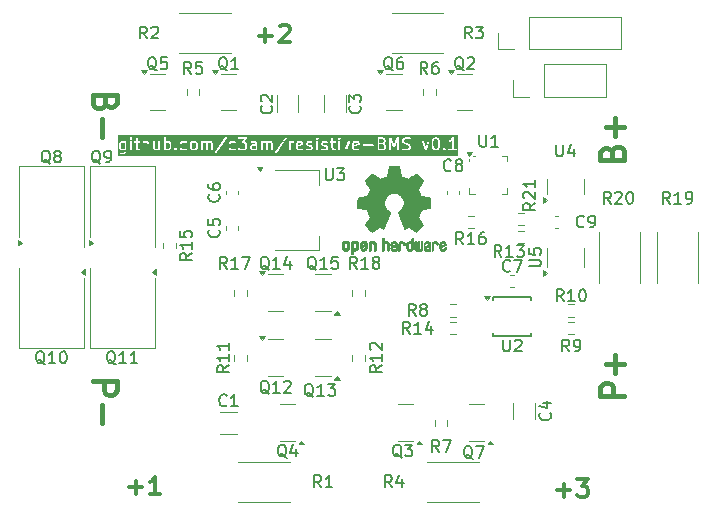
<source format=gto>
G04 #@! TF.GenerationSoftware,KiCad,Pcbnew,9.0.1*
G04 #@! TF.CreationDate,2025-05-07T20:37:22+02:00*
G04 #@! TF.ProjectId,resistive-BMS-4s,72657369-7374-4697-9665-2d424d532d34,rev?*
G04 #@! TF.SameCoordinates,Original*
G04 #@! TF.FileFunction,Legend,Top*
G04 #@! TF.FilePolarity,Positive*
%FSLAX46Y46*%
G04 Gerber Fmt 4.6, Leading zero omitted, Abs format (unit mm)*
G04 Created by KiCad (PCBNEW 9.0.1) date 2025-05-07 20:37:22*
%MOMM*%
%LPD*%
G01*
G04 APERTURE LIST*
%ADD10C,0.400000*%
%ADD11C,0.300000*%
%ADD12C,0.150000*%
%ADD13C,0.120000*%
%ADD14C,0.010000*%
G04 APERTURE END LIST*
D10*
X78563180Y-86906014D02*
X78467942Y-87191728D01*
X78467942Y-87191728D02*
X78372704Y-87286966D01*
X78372704Y-87286966D02*
X78182228Y-87382204D01*
X78182228Y-87382204D02*
X77896514Y-87382204D01*
X77896514Y-87382204D02*
X77706038Y-87286966D01*
X77706038Y-87286966D02*
X77610800Y-87191728D01*
X77610800Y-87191728D02*
X77515561Y-87001252D01*
X77515561Y-87001252D02*
X77515561Y-86239347D01*
X77515561Y-86239347D02*
X79515561Y-86239347D01*
X79515561Y-86239347D02*
X79515561Y-86906014D01*
X79515561Y-86906014D02*
X79420323Y-87096490D01*
X79420323Y-87096490D02*
X79325085Y-87191728D01*
X79325085Y-87191728D02*
X79134609Y-87286966D01*
X79134609Y-87286966D02*
X78944133Y-87286966D01*
X78944133Y-87286966D02*
X78753657Y-87191728D01*
X78753657Y-87191728D02*
X78658419Y-87096490D01*
X78658419Y-87096490D02*
X78563180Y-86906014D01*
X78563180Y-86906014D02*
X78563180Y-86239347D01*
X78277466Y-88239347D02*
X78277466Y-89763157D01*
X121436819Y-91093985D02*
X121532057Y-90808271D01*
X121532057Y-90808271D02*
X121627295Y-90713033D01*
X121627295Y-90713033D02*
X121817771Y-90617795D01*
X121817771Y-90617795D02*
X122103485Y-90617795D01*
X122103485Y-90617795D02*
X122293961Y-90713033D01*
X122293961Y-90713033D02*
X122389200Y-90808271D01*
X122389200Y-90808271D02*
X122484438Y-90998747D01*
X122484438Y-90998747D02*
X122484438Y-91760652D01*
X122484438Y-91760652D02*
X120484438Y-91760652D01*
X120484438Y-91760652D02*
X120484438Y-91093985D01*
X120484438Y-91093985D02*
X120579676Y-90903509D01*
X120579676Y-90903509D02*
X120674914Y-90808271D01*
X120674914Y-90808271D02*
X120865390Y-90713033D01*
X120865390Y-90713033D02*
X121055866Y-90713033D01*
X121055866Y-90713033D02*
X121246342Y-90808271D01*
X121246342Y-90808271D02*
X121341580Y-90903509D01*
X121341580Y-90903509D02*
X121436819Y-91093985D01*
X121436819Y-91093985D02*
X121436819Y-91760652D01*
X121722533Y-89760652D02*
X121722533Y-88236843D01*
X122484438Y-88998747D02*
X120960628Y-88998747D01*
X77515561Y-110489347D02*
X79515561Y-110489347D01*
X79515561Y-110489347D02*
X79515561Y-111251252D01*
X79515561Y-111251252D02*
X79420323Y-111441728D01*
X79420323Y-111441728D02*
X79325085Y-111536966D01*
X79325085Y-111536966D02*
X79134609Y-111632204D01*
X79134609Y-111632204D02*
X78848895Y-111632204D01*
X78848895Y-111632204D02*
X78658419Y-111536966D01*
X78658419Y-111536966D02*
X78563180Y-111441728D01*
X78563180Y-111441728D02*
X78467942Y-111251252D01*
X78467942Y-111251252D02*
X78467942Y-110489347D01*
X78277466Y-112489347D02*
X78277466Y-114013157D01*
D11*
X91554510Y-81229400D02*
X92697368Y-81229400D01*
X92125939Y-81800828D02*
X92125939Y-80657971D01*
X93340225Y-80443685D02*
X93411653Y-80372257D01*
X93411653Y-80372257D02*
X93554511Y-80300828D01*
X93554511Y-80300828D02*
X93911653Y-80300828D01*
X93911653Y-80300828D02*
X94054511Y-80372257D01*
X94054511Y-80372257D02*
X94125939Y-80443685D01*
X94125939Y-80443685D02*
X94197368Y-80586542D01*
X94197368Y-80586542D02*
X94197368Y-80729400D01*
X94197368Y-80729400D02*
X94125939Y-80943685D01*
X94125939Y-80943685D02*
X93268796Y-81800828D01*
X93268796Y-81800828D02*
X94197368Y-81800828D01*
X116804510Y-119729400D02*
X117947368Y-119729400D01*
X117375939Y-120300828D02*
X117375939Y-119157971D01*
X118518796Y-118800828D02*
X119447368Y-118800828D01*
X119447368Y-118800828D02*
X118947368Y-119372257D01*
X118947368Y-119372257D02*
X119161653Y-119372257D01*
X119161653Y-119372257D02*
X119304511Y-119443685D01*
X119304511Y-119443685D02*
X119375939Y-119515114D01*
X119375939Y-119515114D02*
X119447368Y-119657971D01*
X119447368Y-119657971D02*
X119447368Y-120015114D01*
X119447368Y-120015114D02*
X119375939Y-120157971D01*
X119375939Y-120157971D02*
X119304511Y-120229400D01*
X119304511Y-120229400D02*
X119161653Y-120300828D01*
X119161653Y-120300828D02*
X118733082Y-120300828D01*
X118733082Y-120300828D02*
X118590225Y-120229400D01*
X118590225Y-120229400D02*
X118518796Y-120157971D01*
D10*
X122484438Y-111760652D02*
X120484438Y-111760652D01*
X120484438Y-111760652D02*
X120484438Y-110998747D01*
X120484438Y-110998747D02*
X120579676Y-110808271D01*
X120579676Y-110808271D02*
X120674914Y-110713033D01*
X120674914Y-110713033D02*
X120865390Y-110617795D01*
X120865390Y-110617795D02*
X121151104Y-110617795D01*
X121151104Y-110617795D02*
X121341580Y-110713033D01*
X121341580Y-110713033D02*
X121436819Y-110808271D01*
X121436819Y-110808271D02*
X121532057Y-110998747D01*
X121532057Y-110998747D02*
X121532057Y-111760652D01*
X121722533Y-109760652D02*
X121722533Y-108236843D01*
X122484438Y-108998747D02*
X120960628Y-108998747D01*
D11*
X80554510Y-119479400D02*
X81697368Y-119479400D01*
X81125939Y-120050828D02*
X81125939Y-118907971D01*
X83197368Y-120050828D02*
X82340225Y-120050828D01*
X82768796Y-120050828D02*
X82768796Y-118550828D01*
X82768796Y-118550828D02*
X82625939Y-118765114D01*
X82625939Y-118765114D02*
X82483082Y-118907971D01*
X82483082Y-118907971D02*
X82340225Y-118979400D01*
D12*
G36*
X80190350Y-90297123D02*
G01*
X80190350Y-90775847D01*
X80152407Y-90794819D01*
X79997341Y-90794819D01*
X79928825Y-90760561D01*
X79898418Y-90730153D01*
X79864160Y-90661637D01*
X79864160Y-90411333D01*
X79898418Y-90342817D01*
X79928825Y-90312410D01*
X79997341Y-90278152D01*
X80152407Y-90278152D01*
X80190350Y-90297123D01*
G37*
G36*
X83935209Y-90312410D02*
G01*
X83965616Y-90342817D01*
X83999874Y-90411333D01*
X83999874Y-90661637D01*
X83965615Y-90730153D01*
X83935208Y-90760561D01*
X83866693Y-90794819D01*
X83711627Y-90794819D01*
X83673684Y-90775847D01*
X83673684Y-90297123D01*
X83711627Y-90278152D01*
X83866693Y-90278152D01*
X83935209Y-90312410D01*
G37*
G36*
X86173304Y-90312410D02*
G01*
X86203711Y-90342817D01*
X86237969Y-90411333D01*
X86237969Y-90661637D01*
X86203710Y-90730153D01*
X86173303Y-90760561D01*
X86104788Y-90794819D01*
X85997341Y-90794819D01*
X85928825Y-90760561D01*
X85898418Y-90730153D01*
X85864160Y-90661637D01*
X85864160Y-90411333D01*
X85898418Y-90342817D01*
X85928825Y-90312410D01*
X85997341Y-90278152D01*
X86104788Y-90278152D01*
X86173304Y-90312410D01*
G37*
G36*
X91285588Y-90775847D02*
G01*
X91247645Y-90794819D01*
X91044960Y-90794819D01*
X90987918Y-90766298D01*
X90959398Y-90709256D01*
X90959398Y-90649428D01*
X90987918Y-90592386D01*
X91044960Y-90563866D01*
X91265350Y-90563866D01*
X91279982Y-90562425D01*
X91282471Y-90561393D01*
X91285159Y-90561203D01*
X91285588Y-90561038D01*
X91285588Y-90775847D01*
G37*
G36*
X95161829Y-90306672D02*
G01*
X95190350Y-90363714D01*
X95190350Y-90379762D01*
X94864160Y-90444999D01*
X94864160Y-90363714D01*
X94892680Y-90306672D01*
X94949722Y-90278152D01*
X95104788Y-90278152D01*
X95161829Y-90306672D01*
G37*
G36*
X99923734Y-90306672D02*
G01*
X99952255Y-90363714D01*
X99952255Y-90379762D01*
X99626065Y-90444999D01*
X99626065Y-90363714D01*
X99654585Y-90306672D01*
X99711627Y-90278152D01*
X99866693Y-90278152D01*
X99923734Y-90306672D01*
G37*
G36*
X102129598Y-90459180D02*
G01*
X102156092Y-90485674D01*
X102190350Y-90554190D01*
X102190350Y-90661637D01*
X102156091Y-90730153D01*
X102125684Y-90760561D01*
X102057169Y-90794819D01*
X101768922Y-90794819D01*
X101768922Y-90421009D01*
X102015085Y-90421009D01*
X102129598Y-90459180D01*
G37*
G36*
X102078066Y-89979077D02*
G01*
X102108473Y-90009484D01*
X102142731Y-90078000D01*
X102142731Y-90137828D01*
X102108473Y-90206344D01*
X102078066Y-90236751D01*
X102009550Y-90271009D01*
X101768922Y-90271009D01*
X101768922Y-89944819D01*
X102009550Y-89944819D01*
X102078066Y-89979077D01*
G37*
G36*
X106649495Y-89979077D02*
G01*
X106679902Y-90009484D01*
X106718395Y-90086471D01*
X106761779Y-90260005D01*
X106761779Y-90479632D01*
X106718395Y-90653166D01*
X106679901Y-90730153D01*
X106649494Y-90760561D01*
X106580979Y-90794819D01*
X106521151Y-90794819D01*
X106452635Y-90760561D01*
X106422228Y-90730153D01*
X106383734Y-90653166D01*
X106340351Y-90479632D01*
X106340351Y-90260005D01*
X106383734Y-90086471D01*
X106422228Y-90009484D01*
X106452635Y-89979077D01*
X106521151Y-89944819D01*
X106580979Y-89944819D01*
X106649495Y-89979077D01*
G37*
G36*
X108450020Y-91389263D02*
G01*
X79603049Y-91389263D01*
X79603049Y-90393628D01*
X79714160Y-90393628D01*
X79714160Y-90679342D01*
X79715601Y-90693974D01*
X79716632Y-90696463D01*
X79716823Y-90699151D01*
X79722078Y-90712883D01*
X79769697Y-90808121D01*
X79773660Y-90814417D01*
X79774418Y-90816247D01*
X79776107Y-90818305D01*
X79777529Y-90820564D01*
X79779027Y-90821863D01*
X79783745Y-90827612D01*
X79831364Y-90875232D01*
X79837113Y-90879950D01*
X79838414Y-90881450D01*
X79840673Y-90882872D01*
X79842730Y-90884560D01*
X79844557Y-90885317D01*
X79850857Y-90889282D01*
X79946095Y-90936901D01*
X79959826Y-90942156D01*
X79962515Y-90942347D01*
X79965004Y-90943378D01*
X79979636Y-90944819D01*
X80170112Y-90944819D01*
X80184744Y-90943378D01*
X80187233Y-90942346D01*
X80189921Y-90942156D01*
X80190350Y-90941991D01*
X80190350Y-90994971D01*
X80156092Y-91063487D01*
X80125685Y-91093894D01*
X80057169Y-91128152D01*
X79949722Y-91128152D01*
X79870320Y-91088451D01*
X79856588Y-91083196D01*
X79827398Y-91081122D01*
X79799637Y-91090376D01*
X79777529Y-91109549D01*
X79764442Y-91135724D01*
X79762368Y-91164914D01*
X79771622Y-91192675D01*
X79790795Y-91214783D01*
X79803238Y-91222615D01*
X79898476Y-91270234D01*
X79912207Y-91275489D01*
X79914896Y-91275680D01*
X79917385Y-91276711D01*
X79932017Y-91278152D01*
X80074874Y-91278152D01*
X80089506Y-91276711D01*
X80091995Y-91275679D01*
X80094683Y-91275489D01*
X80108415Y-91270234D01*
X80203653Y-91222615D01*
X80209952Y-91218650D01*
X80211780Y-91217893D01*
X80213836Y-91216204D01*
X80216096Y-91214783D01*
X80217395Y-91213284D01*
X80223145Y-91208566D01*
X80270764Y-91160947D01*
X80275482Y-91155197D01*
X80276981Y-91153898D01*
X80278402Y-91151638D01*
X80280091Y-91149582D01*
X80280848Y-91147754D01*
X80284813Y-91141455D01*
X80301544Y-91107993D01*
X87857017Y-91107993D01*
X87862756Y-91136687D01*
X87879039Y-91161002D01*
X87903388Y-91177235D01*
X87932096Y-91182914D01*
X87960790Y-91177175D01*
X87985105Y-91160892D01*
X87994421Y-91149516D01*
X88022103Y-91107993D01*
X92952255Y-91107993D01*
X92957994Y-91136687D01*
X92974277Y-91161002D01*
X92998626Y-91177235D01*
X93027334Y-91182914D01*
X93056028Y-91177175D01*
X93080343Y-91160892D01*
X93089659Y-91149516D01*
X93720568Y-90203152D01*
X94142731Y-90203152D01*
X94142731Y-90869819D01*
X94144172Y-90884451D01*
X94155371Y-90911487D01*
X94176063Y-90932179D01*
X94203099Y-90943378D01*
X94232363Y-90943378D01*
X94259399Y-90932179D01*
X94280091Y-90911487D01*
X94291290Y-90884451D01*
X94292731Y-90869819D01*
X94292731Y-90411333D01*
X94325393Y-90346009D01*
X94714160Y-90346009D01*
X94714160Y-90726961D01*
X94715601Y-90741593D01*
X94716632Y-90744082D01*
X94716823Y-90746770D01*
X94722078Y-90760502D01*
X94769697Y-90855741D01*
X94771237Y-90858187D01*
X94771622Y-90859342D01*
X94772868Y-90860779D01*
X94777529Y-90868183D01*
X94784631Y-90874342D01*
X94790795Y-90881450D01*
X94798200Y-90886111D01*
X94799637Y-90887357D01*
X94800790Y-90887741D01*
X94803238Y-90889282D01*
X94898476Y-90936901D01*
X94912207Y-90942156D01*
X94914896Y-90942347D01*
X94917385Y-90943378D01*
X94932017Y-90944819D01*
X95122493Y-90944819D01*
X95137125Y-90943378D01*
X95139614Y-90942346D01*
X95142302Y-90942156D01*
X95156034Y-90936901D01*
X95251272Y-90889282D01*
X95263715Y-90881450D01*
X95282888Y-90859342D01*
X95292142Y-90831581D01*
X95290068Y-90802391D01*
X95276980Y-90776216D01*
X95254873Y-90757043D01*
X95227111Y-90747789D01*
X95197921Y-90749863D01*
X95184190Y-90755118D01*
X95104788Y-90794819D01*
X94949722Y-90794819D01*
X94892680Y-90766298D01*
X94864160Y-90709256D01*
X94864160Y-90597970D01*
X95280058Y-90514791D01*
X95294124Y-90510508D01*
X95300229Y-90506419D01*
X95307018Y-90503607D01*
X95312270Y-90498354D01*
X95318438Y-90494224D01*
X95322512Y-90488113D01*
X95327710Y-90482915D01*
X95330553Y-90476051D01*
X95334670Y-90469876D01*
X95336095Y-90462670D01*
X95338909Y-90455879D01*
X95340350Y-90441247D01*
X95340350Y-90346009D01*
X95571303Y-90346009D01*
X95571303Y-90393628D01*
X95572744Y-90408260D01*
X95573775Y-90410749D01*
X95573966Y-90413437D01*
X95579221Y-90427169D01*
X95626840Y-90522407D01*
X95628380Y-90524854D01*
X95628765Y-90526008D01*
X95630010Y-90527444D01*
X95634672Y-90534850D01*
X95641776Y-90541011D01*
X95647938Y-90548116D01*
X95655343Y-90552777D01*
X95656780Y-90554023D01*
X95657933Y-90554407D01*
X95660381Y-90555948D01*
X95755619Y-90603567D01*
X95769350Y-90608822D01*
X95772039Y-90609013D01*
X95774528Y-90610044D01*
X95789160Y-90611485D01*
X95914312Y-90611485D01*
X95971353Y-90640005D01*
X95999874Y-90697047D01*
X95999874Y-90709256D01*
X95971353Y-90766298D01*
X95914312Y-90794819D01*
X95759246Y-90794819D01*
X95679844Y-90755118D01*
X95666112Y-90749863D01*
X95636922Y-90747789D01*
X95609161Y-90757043D01*
X95587053Y-90776216D01*
X95573966Y-90802391D01*
X95571892Y-90831581D01*
X95581146Y-90859342D01*
X95600319Y-90881450D01*
X95612762Y-90889282D01*
X95708000Y-90936901D01*
X95721731Y-90942156D01*
X95724420Y-90942347D01*
X95726909Y-90943378D01*
X95741541Y-90944819D01*
X95932017Y-90944819D01*
X95946649Y-90943378D01*
X95949138Y-90942346D01*
X95951826Y-90942156D01*
X95965558Y-90936901D01*
X96060796Y-90889282D01*
X96063243Y-90887741D01*
X96064397Y-90887357D01*
X96065833Y-90886111D01*
X96073239Y-90881450D01*
X96079400Y-90874345D01*
X96086505Y-90868184D01*
X96091166Y-90860778D01*
X96092412Y-90859342D01*
X96092796Y-90858188D01*
X96094337Y-90855741D01*
X96141956Y-90760502D01*
X96147211Y-90746770D01*
X96147401Y-90744082D01*
X96148433Y-90741593D01*
X96149874Y-90726961D01*
X96149874Y-90679342D01*
X96148433Y-90664710D01*
X96147402Y-90662221D01*
X96147211Y-90659532D01*
X96141956Y-90645801D01*
X96094337Y-90550563D01*
X96092796Y-90548115D01*
X96092412Y-90546962D01*
X96091166Y-90545525D01*
X96086505Y-90538120D01*
X96079400Y-90531958D01*
X96073239Y-90524854D01*
X96065833Y-90520192D01*
X96064397Y-90518947D01*
X96063243Y-90518562D01*
X96060796Y-90517022D01*
X95965558Y-90469403D01*
X95951826Y-90464148D01*
X95949138Y-90463957D01*
X95946649Y-90462926D01*
X95932017Y-90461485D01*
X95806865Y-90461485D01*
X95749823Y-90432964D01*
X95721303Y-90375923D01*
X95721303Y-90363714D01*
X95749823Y-90306672D01*
X95806865Y-90278152D01*
X95914312Y-90278152D01*
X95993714Y-90317853D01*
X96007445Y-90323108D01*
X96036635Y-90325182D01*
X96064397Y-90315928D01*
X96086504Y-90296755D01*
X96099592Y-90270580D01*
X96101666Y-90241390D01*
X96092412Y-90213629D01*
X96083326Y-90203152D01*
X96428446Y-90203152D01*
X96428446Y-90869819D01*
X96429887Y-90884451D01*
X96441086Y-90911487D01*
X96461778Y-90932179D01*
X96488814Y-90943378D01*
X96518078Y-90943378D01*
X96545114Y-90932179D01*
X96565806Y-90911487D01*
X96577005Y-90884451D01*
X96578446Y-90869819D01*
X96578446Y-90346009D01*
X96857017Y-90346009D01*
X96857017Y-90393628D01*
X96858458Y-90408260D01*
X96859489Y-90410749D01*
X96859680Y-90413437D01*
X96864935Y-90427169D01*
X96912554Y-90522407D01*
X96914094Y-90524854D01*
X96914479Y-90526008D01*
X96915724Y-90527444D01*
X96920386Y-90534850D01*
X96927490Y-90541011D01*
X96933652Y-90548116D01*
X96941057Y-90552777D01*
X96942494Y-90554023D01*
X96943647Y-90554407D01*
X96946095Y-90555948D01*
X97041333Y-90603567D01*
X97055064Y-90608822D01*
X97057753Y-90609013D01*
X97060242Y-90610044D01*
X97074874Y-90611485D01*
X97200026Y-90611485D01*
X97257067Y-90640005D01*
X97285588Y-90697047D01*
X97285588Y-90709256D01*
X97257067Y-90766298D01*
X97200026Y-90794819D01*
X97044960Y-90794819D01*
X96965558Y-90755118D01*
X96951826Y-90749863D01*
X96922636Y-90747789D01*
X96894875Y-90757043D01*
X96872767Y-90776216D01*
X96859680Y-90802391D01*
X96857606Y-90831581D01*
X96866860Y-90859342D01*
X96886033Y-90881450D01*
X96898476Y-90889282D01*
X96993714Y-90936901D01*
X97007445Y-90942156D01*
X97010134Y-90942347D01*
X97012623Y-90943378D01*
X97027255Y-90944819D01*
X97217731Y-90944819D01*
X97232363Y-90943378D01*
X97234852Y-90942346D01*
X97237540Y-90942156D01*
X97251272Y-90936901D01*
X97346510Y-90889282D01*
X97348957Y-90887741D01*
X97350111Y-90887357D01*
X97351547Y-90886111D01*
X97358953Y-90881450D01*
X97365114Y-90874345D01*
X97372219Y-90868184D01*
X97376880Y-90860778D01*
X97378126Y-90859342D01*
X97378510Y-90858188D01*
X97380051Y-90855741D01*
X97427670Y-90760502D01*
X97432925Y-90746770D01*
X97433115Y-90744082D01*
X97434147Y-90741593D01*
X97435588Y-90726961D01*
X97435588Y-90679342D01*
X97434147Y-90664710D01*
X97433116Y-90662221D01*
X97432925Y-90659532D01*
X97427670Y-90645801D01*
X97380051Y-90550563D01*
X97378510Y-90548115D01*
X97378126Y-90546962D01*
X97376880Y-90545525D01*
X97372219Y-90538120D01*
X97365114Y-90531958D01*
X97358953Y-90524854D01*
X97351547Y-90520192D01*
X97350111Y-90518947D01*
X97348957Y-90518562D01*
X97346510Y-90517022D01*
X97251272Y-90469403D01*
X97237540Y-90464148D01*
X97234852Y-90463957D01*
X97232363Y-90462926D01*
X97217731Y-90461485D01*
X97092579Y-90461485D01*
X97035537Y-90432964D01*
X97007017Y-90375923D01*
X97007017Y-90363714D01*
X97035537Y-90306672D01*
X97092579Y-90278152D01*
X97200026Y-90278152D01*
X97279428Y-90317853D01*
X97293159Y-90323108D01*
X97322349Y-90325182D01*
X97350111Y-90315928D01*
X97372218Y-90296755D01*
X97385306Y-90270580D01*
X97387380Y-90241390D01*
X97378126Y-90213629D01*
X97358953Y-90191521D01*
X97354185Y-90188520D01*
X97572744Y-90188520D01*
X97572744Y-90217784D01*
X97583943Y-90244820D01*
X97604635Y-90265512D01*
X97631671Y-90276711D01*
X97646303Y-90278152D01*
X97714160Y-90278152D01*
X97714160Y-90726961D01*
X97715601Y-90741593D01*
X97716632Y-90744082D01*
X97716823Y-90746770D01*
X97722078Y-90760502D01*
X97769697Y-90855741D01*
X97771237Y-90858187D01*
X97771622Y-90859342D01*
X97772868Y-90860779D01*
X97777529Y-90868183D01*
X97784631Y-90874342D01*
X97790795Y-90881450D01*
X97798200Y-90886111D01*
X97799637Y-90887357D01*
X97800790Y-90887741D01*
X97803238Y-90889282D01*
X97898476Y-90936901D01*
X97912207Y-90942156D01*
X97914896Y-90942347D01*
X97917385Y-90943378D01*
X97932017Y-90944819D01*
X98027255Y-90944819D01*
X98041887Y-90943378D01*
X98068923Y-90932179D01*
X98089615Y-90911487D01*
X98100814Y-90884451D01*
X98100814Y-90855187D01*
X98089615Y-90828151D01*
X98068923Y-90807459D01*
X98041887Y-90796260D01*
X98027255Y-90794819D01*
X97949722Y-90794819D01*
X97892680Y-90766298D01*
X97864160Y-90709256D01*
X97864160Y-90278152D01*
X98027255Y-90278152D01*
X98041887Y-90276711D01*
X98068923Y-90265512D01*
X98089615Y-90244820D01*
X98100814Y-90217784D01*
X98100814Y-90203152D01*
X98285589Y-90203152D01*
X98285589Y-90869819D01*
X98287030Y-90884451D01*
X98298229Y-90911487D01*
X98318921Y-90932179D01*
X98345957Y-90943378D01*
X98375221Y-90943378D01*
X98402257Y-90932179D01*
X98422949Y-90911487D01*
X98434148Y-90884451D01*
X98435589Y-90869819D01*
X98435589Y-90214113D01*
X98667346Y-90214113D01*
X98670910Y-90228377D01*
X98909005Y-90895044D01*
X98915284Y-90908339D01*
X98917810Y-90911129D01*
X98919422Y-90914532D01*
X98927557Y-90921897D01*
X98934923Y-90930033D01*
X98938325Y-90931644D01*
X98941116Y-90934171D01*
X98951453Y-90937862D01*
X98961369Y-90942560D01*
X98965127Y-90942746D01*
X98968675Y-90944014D01*
X98979636Y-90943468D01*
X98990597Y-90944014D01*
X98994144Y-90942746D01*
X98997903Y-90942560D01*
X99007818Y-90937862D01*
X99018156Y-90934171D01*
X99020946Y-90931644D01*
X99024349Y-90930033D01*
X99031717Y-90921893D01*
X99039850Y-90914531D01*
X99041460Y-90911130D01*
X99043988Y-90908339D01*
X99050267Y-90895044D01*
X99246351Y-90346009D01*
X99476065Y-90346009D01*
X99476065Y-90726961D01*
X99477506Y-90741593D01*
X99478537Y-90744082D01*
X99478728Y-90746770D01*
X99483983Y-90760502D01*
X99531602Y-90855741D01*
X99533142Y-90858187D01*
X99533527Y-90859342D01*
X99534773Y-90860779D01*
X99539434Y-90868183D01*
X99546536Y-90874342D01*
X99552700Y-90881450D01*
X99560105Y-90886111D01*
X99561542Y-90887357D01*
X99562695Y-90887741D01*
X99565143Y-90889282D01*
X99660381Y-90936901D01*
X99674112Y-90942156D01*
X99676801Y-90942347D01*
X99679290Y-90943378D01*
X99693922Y-90944819D01*
X99884398Y-90944819D01*
X99899030Y-90943378D01*
X99901519Y-90942346D01*
X99904207Y-90942156D01*
X99917939Y-90936901D01*
X100013177Y-90889282D01*
X100025620Y-90881450D01*
X100044793Y-90859342D01*
X100054047Y-90831581D01*
X100051973Y-90802391D01*
X100038885Y-90776216D01*
X100016778Y-90757043D01*
X99989016Y-90747789D01*
X99959826Y-90749863D01*
X99946095Y-90755118D01*
X99866693Y-90794819D01*
X99711627Y-90794819D01*
X99654585Y-90766298D01*
X99626065Y-90709256D01*
X99626065Y-90597970D01*
X100041963Y-90514791D01*
X100056029Y-90510508D01*
X100062134Y-90506419D01*
X100068923Y-90503607D01*
X100074175Y-90498354D01*
X100080343Y-90494224D01*
X100084417Y-90488113D01*
X100089615Y-90482915D01*
X100092458Y-90476051D01*
X100093669Y-90474234D01*
X100382268Y-90474234D01*
X100382268Y-90503498D01*
X100393467Y-90530534D01*
X100414159Y-90551226D01*
X100441195Y-90562425D01*
X100455827Y-90563866D01*
X101217732Y-90563866D01*
X101232364Y-90562425D01*
X101259400Y-90551226D01*
X101280092Y-90530534D01*
X101291291Y-90503498D01*
X101291291Y-90474234D01*
X101280092Y-90447198D01*
X101259400Y-90426506D01*
X101232364Y-90415307D01*
X101217732Y-90413866D01*
X100455827Y-90413866D01*
X100441195Y-90415307D01*
X100414159Y-90426506D01*
X100393467Y-90447198D01*
X100382268Y-90474234D01*
X100093669Y-90474234D01*
X100096575Y-90469876D01*
X100098000Y-90462670D01*
X100100814Y-90455879D01*
X100102255Y-90441247D01*
X100102255Y-90346009D01*
X100100814Y-90331377D01*
X100099783Y-90328888D01*
X100099592Y-90326199D01*
X100094337Y-90312468D01*
X100046718Y-90217230D01*
X100045177Y-90214782D01*
X100044793Y-90213629D01*
X100043547Y-90212192D01*
X100038886Y-90204787D01*
X100031781Y-90198625D01*
X100025620Y-90191521D01*
X100018214Y-90186859D01*
X100016778Y-90185614D01*
X100015624Y-90185229D01*
X100013177Y-90183689D01*
X99917939Y-90136070D01*
X99904207Y-90130815D01*
X99901519Y-90130624D01*
X99899030Y-90129593D01*
X99884398Y-90128152D01*
X99693922Y-90128152D01*
X99679290Y-90129593D01*
X99676801Y-90130623D01*
X99674112Y-90130815D01*
X99660381Y-90136070D01*
X99565143Y-90183689D01*
X99562695Y-90185229D01*
X99561542Y-90185614D01*
X99560105Y-90186859D01*
X99552700Y-90191521D01*
X99546538Y-90198625D01*
X99539434Y-90204787D01*
X99534772Y-90212192D01*
X99533527Y-90213629D01*
X99533142Y-90214782D01*
X99531602Y-90217230D01*
X99483983Y-90312468D01*
X99478728Y-90326200D01*
X99478537Y-90328887D01*
X99477506Y-90331377D01*
X99476065Y-90346009D01*
X99246351Y-90346009D01*
X99288362Y-90228377D01*
X99291926Y-90214113D01*
X99290472Y-90184886D01*
X99277945Y-90158440D01*
X99256251Y-90138800D01*
X99228692Y-90128957D01*
X99199464Y-90130411D01*
X99173018Y-90142938D01*
X99153379Y-90164632D01*
X99147100Y-90177927D01*
X98979636Y-90646826D01*
X98812172Y-90177927D01*
X98805893Y-90164632D01*
X98786254Y-90142938D01*
X98759808Y-90130411D01*
X98730580Y-90128957D01*
X98703021Y-90138800D01*
X98681327Y-90158439D01*
X98668800Y-90184885D01*
X98667346Y-90214113D01*
X98435589Y-90214113D01*
X98435589Y-90203152D01*
X98434148Y-90188520D01*
X98422949Y-90161484D01*
X98402257Y-90140792D01*
X98375221Y-90129593D01*
X98345957Y-90129593D01*
X98318921Y-90140792D01*
X98298229Y-90161484D01*
X98287030Y-90188520D01*
X98285589Y-90203152D01*
X98100814Y-90203152D01*
X98100814Y-90188520D01*
X98089615Y-90161484D01*
X98068923Y-90140792D01*
X98041887Y-90129593D01*
X98027255Y-90128152D01*
X97864160Y-90128152D01*
X97864160Y-89902807D01*
X98239411Y-89902807D01*
X98239411Y-89932069D01*
X98250610Y-89959106D01*
X98259937Y-89970471D01*
X98307556Y-90018090D01*
X98318921Y-90027417D01*
X98345957Y-90038616D01*
X98345958Y-90038616D01*
X98375220Y-90038616D01*
X98375221Y-90038616D01*
X98402257Y-90027417D01*
X98413622Y-90018090D01*
X98461241Y-89970471D01*
X98470568Y-89959106D01*
X98481767Y-89932070D01*
X98481767Y-89902807D01*
X98481241Y-89901535D01*
X98470568Y-89875770D01*
X98465684Y-89869819D01*
X101618922Y-89869819D01*
X101618922Y-90869819D01*
X101620363Y-90884450D01*
X101620363Y-90884451D01*
X101631562Y-90911487D01*
X101652254Y-90932179D01*
X101679290Y-90943378D01*
X101693922Y-90944819D01*
X102074874Y-90944819D01*
X102089506Y-90943378D01*
X102091995Y-90942346D01*
X102094683Y-90942156D01*
X102108415Y-90936901D01*
X102203653Y-90889282D01*
X102209952Y-90885317D01*
X102211780Y-90884560D01*
X102213836Y-90882872D01*
X102216096Y-90881450D01*
X102217396Y-90879950D01*
X102223146Y-90875232D01*
X102270764Y-90827613D01*
X102275482Y-90821863D01*
X102276981Y-90820564D01*
X102278402Y-90818305D01*
X102280092Y-90816247D01*
X102280849Y-90814417D01*
X102284813Y-90808121D01*
X102332432Y-90712883D01*
X102337687Y-90699152D01*
X102337878Y-90696462D01*
X102338909Y-90693974D01*
X102340350Y-90679342D01*
X102340350Y-90536485D01*
X102338909Y-90521853D01*
X102337878Y-90519364D01*
X102337687Y-90516675D01*
X102332432Y-90502944D01*
X102284813Y-90407706D01*
X102280848Y-90401406D01*
X102280091Y-90399579D01*
X102278402Y-90397522D01*
X102276981Y-90395263D01*
X102275482Y-90393963D01*
X102270764Y-90388214D01*
X102223145Y-90340595D01*
X102211780Y-90331268D01*
X102209289Y-90330236D01*
X102207254Y-90328471D01*
X102201186Y-90325762D01*
X102223145Y-90303804D01*
X102227863Y-90298054D01*
X102229362Y-90296755D01*
X102230783Y-90294495D01*
X102232472Y-90292439D01*
X102233229Y-90290611D01*
X102237194Y-90284312D01*
X102284813Y-90189074D01*
X102290068Y-90175343D01*
X102290259Y-90172653D01*
X102291290Y-90170165D01*
X102292731Y-90155533D01*
X102292731Y-90060295D01*
X102291290Y-90045663D01*
X102290259Y-90043174D01*
X102290068Y-90040485D01*
X102284813Y-90026754D01*
X102237194Y-89931516D01*
X102233229Y-89925216D01*
X102232472Y-89923389D01*
X102230783Y-89921332D01*
X102229362Y-89919073D01*
X102227863Y-89917773D01*
X102223145Y-89912024D01*
X102180940Y-89869819D01*
X102618922Y-89869819D01*
X102618922Y-90869819D01*
X102620363Y-90884451D01*
X102631562Y-90911487D01*
X102652254Y-90932179D01*
X102679290Y-90943378D01*
X102708554Y-90943378D01*
X102735590Y-90932179D01*
X102756282Y-90911487D01*
X102767481Y-90884451D01*
X102768922Y-90869819D01*
X102768922Y-90207886D01*
X102959291Y-90615821D01*
X102962465Y-90621180D01*
X102963125Y-90622993D01*
X102964299Y-90624275D01*
X102966785Y-90628471D01*
X102975194Y-90636171D01*
X102982889Y-90644574D01*
X102985907Y-90645982D01*
X102988366Y-90648234D01*
X102999078Y-90652129D01*
X103009407Y-90656950D01*
X103012735Y-90657096D01*
X103015867Y-90658235D01*
X103027261Y-90657734D01*
X103038643Y-90658234D01*
X103041771Y-90657096D01*
X103045103Y-90656950D01*
X103055438Y-90652126D01*
X103066144Y-90648234D01*
X103068599Y-90645984D01*
X103071621Y-90644575D01*
X103079322Y-90636164D01*
X103087725Y-90628470D01*
X103090208Y-90624277D01*
X103091385Y-90622993D01*
X103092045Y-90621177D01*
X103095219Y-90615820D01*
X103285588Y-90207886D01*
X103285588Y-90869819D01*
X103287029Y-90884451D01*
X103298228Y-90911487D01*
X103318920Y-90932179D01*
X103345956Y-90943378D01*
X103375220Y-90943378D01*
X103402256Y-90932179D01*
X103422948Y-90911487D01*
X103434147Y-90884451D01*
X103435588Y-90869819D01*
X103435588Y-90060295D01*
X103714160Y-90060295D01*
X103714160Y-90155533D01*
X103715601Y-90170165D01*
X103716632Y-90172654D01*
X103716823Y-90175342D01*
X103722078Y-90189074D01*
X103769697Y-90284312D01*
X103773661Y-90290611D01*
X103774419Y-90292439D01*
X103776107Y-90294495D01*
X103777529Y-90296755D01*
X103779027Y-90298054D01*
X103783746Y-90303804D01*
X103831365Y-90351423D01*
X103837114Y-90356141D01*
X103838414Y-90357640D01*
X103840673Y-90359061D01*
X103842730Y-90360750D01*
X103844557Y-90361507D01*
X103850857Y-90365472D01*
X103946095Y-90413091D01*
X103947164Y-90413500D01*
X103947600Y-90413823D01*
X103953736Y-90416015D01*
X103959826Y-90418346D01*
X103960366Y-90418384D01*
X103961446Y-90418770D01*
X104143936Y-90464392D01*
X104220923Y-90502886D01*
X104251330Y-90533293D01*
X104285588Y-90601809D01*
X104285588Y-90661637D01*
X104251329Y-90730153D01*
X104220922Y-90760561D01*
X104152407Y-90794819D01*
X103944187Y-90794819D01*
X103812877Y-90751049D01*
X103798540Y-90747789D01*
X103769350Y-90749864D01*
X103743177Y-90762950D01*
X103724003Y-90785057D01*
X103714749Y-90812820D01*
X103716824Y-90842010D01*
X103729910Y-90868183D01*
X103752017Y-90887357D01*
X103765443Y-90893351D01*
X103908299Y-90940970D01*
X103915554Y-90942619D01*
X103917385Y-90943378D01*
X103920038Y-90943639D01*
X103922636Y-90944230D01*
X103924610Y-90944089D01*
X103932017Y-90944819D01*
X104170112Y-90944819D01*
X104184744Y-90943378D01*
X104187233Y-90942346D01*
X104189921Y-90942156D01*
X104203653Y-90936901D01*
X104298891Y-90889282D01*
X104305190Y-90885317D01*
X104307018Y-90884560D01*
X104309074Y-90882872D01*
X104311334Y-90881450D01*
X104312634Y-90879950D01*
X104318384Y-90875232D01*
X104366002Y-90827613D01*
X104370720Y-90821863D01*
X104372219Y-90820564D01*
X104373640Y-90818305D01*
X104375330Y-90816247D01*
X104376087Y-90814417D01*
X104380051Y-90808121D01*
X104427670Y-90712883D01*
X104432925Y-90699152D01*
X104433116Y-90696462D01*
X104434147Y-90693974D01*
X104435588Y-90679342D01*
X104435588Y-90584104D01*
X104434147Y-90569472D01*
X104433116Y-90566983D01*
X104432925Y-90564294D01*
X104427670Y-90550563D01*
X104380051Y-90455325D01*
X104376086Y-90449025D01*
X104375329Y-90447198D01*
X104373640Y-90445141D01*
X104372219Y-90442882D01*
X104370720Y-90441582D01*
X104366002Y-90435833D01*
X104318383Y-90388214D01*
X104312633Y-90383495D01*
X104311334Y-90381997D01*
X104309074Y-90380575D01*
X104307018Y-90378887D01*
X104305190Y-90378129D01*
X104298891Y-90374165D01*
X104203653Y-90326546D01*
X104202583Y-90326136D01*
X104202148Y-90325814D01*
X104196002Y-90323618D01*
X104189921Y-90321291D01*
X104189381Y-90321252D01*
X104188302Y-90320867D01*
X104005812Y-90275244D01*
X103928825Y-90236751D01*
X103906187Y-90214113D01*
X105381632Y-90214113D01*
X105385196Y-90228377D01*
X105623291Y-90895044D01*
X105629570Y-90908339D01*
X105632096Y-90911129D01*
X105633708Y-90914532D01*
X105641843Y-90921897D01*
X105649209Y-90930033D01*
X105652611Y-90931644D01*
X105655402Y-90934171D01*
X105665739Y-90937862D01*
X105675655Y-90942560D01*
X105679413Y-90942746D01*
X105682961Y-90944014D01*
X105693922Y-90943468D01*
X105704883Y-90944014D01*
X105708430Y-90942746D01*
X105712189Y-90942560D01*
X105722104Y-90937862D01*
X105732442Y-90934171D01*
X105735232Y-90931644D01*
X105738635Y-90930033D01*
X105746003Y-90921893D01*
X105754136Y-90914531D01*
X105755746Y-90911130D01*
X105758274Y-90908339D01*
X105764553Y-90895044D01*
X105994650Y-90250771D01*
X106190351Y-90250771D01*
X106190351Y-90488866D01*
X106190602Y-90491419D01*
X106190440Y-90492512D01*
X106191249Y-90497985D01*
X106191792Y-90503498D01*
X106192214Y-90504519D01*
X106192590Y-90507056D01*
X106240209Y-90697532D01*
X106240594Y-90698611D01*
X106240633Y-90699151D01*
X106242960Y-90705232D01*
X106245156Y-90711378D01*
X106245478Y-90711813D01*
X106245888Y-90712883D01*
X106293507Y-90808121D01*
X106297470Y-90814417D01*
X106298228Y-90816247D01*
X106299917Y-90818305D01*
X106301339Y-90820564D01*
X106302837Y-90821863D01*
X106307555Y-90827612D01*
X106355174Y-90875232D01*
X106360923Y-90879950D01*
X106362224Y-90881450D01*
X106364483Y-90882872D01*
X106366540Y-90884560D01*
X106368367Y-90885317D01*
X106374667Y-90889282D01*
X106469905Y-90936901D01*
X106483636Y-90942156D01*
X106486325Y-90942347D01*
X106488814Y-90943378D01*
X106503446Y-90944819D01*
X106598684Y-90944819D01*
X106613316Y-90943378D01*
X106615805Y-90942346D01*
X106618493Y-90942156D01*
X106632225Y-90936901D01*
X106727463Y-90889282D01*
X106733762Y-90885317D01*
X106735590Y-90884560D01*
X106737646Y-90882872D01*
X106739906Y-90881450D01*
X106741206Y-90879950D01*
X106746956Y-90875232D01*
X106794574Y-90827613D01*
X106799292Y-90821863D01*
X106800791Y-90820564D01*
X106802212Y-90818305D01*
X106803902Y-90816247D01*
X106804659Y-90814417D01*
X106808623Y-90808121D01*
X106808899Y-90807569D01*
X107144173Y-90807569D01*
X107144173Y-90836832D01*
X107149210Y-90848991D01*
X107155372Y-90863868D01*
X107164699Y-90875233D01*
X107212318Y-90922852D01*
X107223683Y-90932179D01*
X107250719Y-90943378D01*
X107250720Y-90943378D01*
X107279982Y-90943378D01*
X107279983Y-90943378D01*
X107307019Y-90932179D01*
X107318384Y-90922852D01*
X107366003Y-90875233D01*
X107375330Y-90863868D01*
X107386529Y-90836832D01*
X107386529Y-90807569D01*
X107385325Y-90804662D01*
X107375331Y-90780533D01*
X107366003Y-90769167D01*
X107318385Y-90721548D01*
X107307019Y-90712220D01*
X107307018Y-90712219D01*
X107288722Y-90704641D01*
X107279983Y-90701021D01*
X107279982Y-90701021D01*
X107250719Y-90701021D01*
X107241980Y-90704641D01*
X107223684Y-90712219D01*
X107223683Y-90712220D01*
X107212317Y-90721548D01*
X107164698Y-90769168D01*
X107155371Y-90780533D01*
X107144173Y-90807569D01*
X106808899Y-90807569D01*
X106856242Y-90712883D01*
X106856651Y-90711813D01*
X106856974Y-90711378D01*
X106859166Y-90705241D01*
X106861497Y-90699152D01*
X106861535Y-90698611D01*
X106861921Y-90697532D01*
X106909540Y-90507056D01*
X106909915Y-90504519D01*
X106910338Y-90503498D01*
X106910880Y-90497985D01*
X106911690Y-90492512D01*
X106911527Y-90491419D01*
X106911779Y-90488866D01*
X106911779Y-90250771D01*
X106911527Y-90248217D01*
X106911690Y-90247125D01*
X106910880Y-90241651D01*
X106910338Y-90236139D01*
X106909915Y-90235117D01*
X106909540Y-90232581D01*
X106887933Y-90146152D01*
X107619511Y-90146152D01*
X107621585Y-90175342D01*
X107634672Y-90201517D01*
X107656780Y-90220690D01*
X107684541Y-90229944D01*
X107713731Y-90227870D01*
X107727463Y-90222615D01*
X107822701Y-90174996D01*
X107829000Y-90171031D01*
X107830828Y-90170274D01*
X107832884Y-90168585D01*
X107835144Y-90167164D01*
X107836443Y-90165665D01*
X107842193Y-90160947D01*
X107904636Y-90098504D01*
X107904636Y-90794819D01*
X107693922Y-90794819D01*
X107679290Y-90796260D01*
X107652254Y-90807459D01*
X107631562Y-90828151D01*
X107620363Y-90855187D01*
X107620363Y-90884451D01*
X107631562Y-90911487D01*
X107652254Y-90932179D01*
X107679290Y-90943378D01*
X107693922Y-90944819D01*
X108265350Y-90944819D01*
X108279982Y-90943378D01*
X108307018Y-90932179D01*
X108327710Y-90911487D01*
X108338909Y-90884451D01*
X108338909Y-90855187D01*
X108327710Y-90828151D01*
X108307018Y-90807459D01*
X108279982Y-90796260D01*
X108265350Y-90794819D01*
X108054636Y-90794819D01*
X108054636Y-89869819D01*
X108054630Y-89869766D01*
X108054636Y-89869740D01*
X108054620Y-89869663D01*
X108053195Y-89855187D01*
X108050353Y-89848326D01*
X108048897Y-89841045D01*
X108044807Y-89834938D01*
X108041996Y-89828151D01*
X108036747Y-89822902D01*
X108032614Y-89816730D01*
X108026497Y-89812652D01*
X108021304Y-89807459D01*
X108014444Y-89804617D01*
X108008265Y-89800498D01*
X108001056Y-89799072D01*
X107994268Y-89796260D01*
X107986841Y-89796260D01*
X107979557Y-89794819D01*
X107972352Y-89796260D01*
X107965004Y-89796260D01*
X107958143Y-89799101D01*
X107950863Y-89800558D01*
X107944757Y-89804646D01*
X107937968Y-89807459D01*
X107932717Y-89812709D01*
X107926548Y-89816841D01*
X107917327Y-89828099D01*
X107917276Y-89828151D01*
X107917266Y-89828173D01*
X107917232Y-89828216D01*
X107826112Y-89964896D01*
X107744733Y-90046275D01*
X107660381Y-90088451D01*
X107647938Y-90096283D01*
X107628765Y-90118391D01*
X107619511Y-90146152D01*
X106887933Y-90146152D01*
X106861921Y-90042105D01*
X106861535Y-90041025D01*
X106861497Y-90040485D01*
X106859166Y-90034395D01*
X106856974Y-90028259D01*
X106856651Y-90027823D01*
X106856242Y-90026754D01*
X106808623Y-89931516D01*
X106804658Y-89925216D01*
X106803901Y-89923389D01*
X106802212Y-89921332D01*
X106800791Y-89919073D01*
X106799292Y-89917773D01*
X106794574Y-89912024D01*
X106746955Y-89864405D01*
X106741205Y-89859686D01*
X106739906Y-89858188D01*
X106737646Y-89856766D01*
X106735590Y-89855078D01*
X106733762Y-89854320D01*
X106727463Y-89850356D01*
X106632225Y-89802737D01*
X106618493Y-89797482D01*
X106615805Y-89797291D01*
X106613316Y-89796260D01*
X106598684Y-89794819D01*
X106503446Y-89794819D01*
X106488814Y-89796260D01*
X106486325Y-89797290D01*
X106483636Y-89797482D01*
X106469905Y-89802737D01*
X106374667Y-89850356D01*
X106368367Y-89854320D01*
X106366540Y-89855078D01*
X106364483Y-89856766D01*
X106362224Y-89858188D01*
X106360924Y-89859686D01*
X106355175Y-89864405D01*
X106307556Y-89912024D01*
X106302837Y-89917773D01*
X106301339Y-89919073D01*
X106299917Y-89921332D01*
X106298229Y-89923389D01*
X106297471Y-89925216D01*
X106293507Y-89931516D01*
X106245888Y-90026754D01*
X106245478Y-90027823D01*
X106245156Y-90028259D01*
X106242960Y-90034404D01*
X106240633Y-90040486D01*
X106240594Y-90041025D01*
X106240209Y-90042105D01*
X106192590Y-90232581D01*
X106192214Y-90235117D01*
X106191792Y-90236139D01*
X106191249Y-90241651D01*
X106190440Y-90247125D01*
X106190602Y-90248217D01*
X106190351Y-90250771D01*
X105994650Y-90250771D01*
X106002648Y-90228377D01*
X106006212Y-90214113D01*
X106004758Y-90184886D01*
X105992231Y-90158440D01*
X105970537Y-90138800D01*
X105942978Y-90128957D01*
X105913750Y-90130411D01*
X105887304Y-90142938D01*
X105867665Y-90164632D01*
X105861386Y-90177927D01*
X105693922Y-90646826D01*
X105526458Y-90177927D01*
X105520179Y-90164632D01*
X105500540Y-90142938D01*
X105474094Y-90130411D01*
X105444866Y-90128957D01*
X105417307Y-90138800D01*
X105395613Y-90158439D01*
X105383086Y-90184885D01*
X105381632Y-90214113D01*
X103906187Y-90214113D01*
X103898418Y-90206344D01*
X103864160Y-90137828D01*
X103864160Y-90078000D01*
X103898418Y-90009484D01*
X103928825Y-89979077D01*
X103997341Y-89944819D01*
X104205561Y-89944819D01*
X104336870Y-89988589D01*
X104351207Y-89991849D01*
X104380397Y-89989774D01*
X104406571Y-89976688D01*
X104425745Y-89954580D01*
X104434999Y-89926818D01*
X104432924Y-89897628D01*
X104419837Y-89871455D01*
X104397730Y-89852281D01*
X104384305Y-89846287D01*
X104241448Y-89798668D01*
X104234194Y-89797018D01*
X104232363Y-89796260D01*
X104229708Y-89795998D01*
X104227111Y-89795408D01*
X104225136Y-89795548D01*
X104217731Y-89794819D01*
X103979636Y-89794819D01*
X103965004Y-89796260D01*
X103962515Y-89797290D01*
X103959826Y-89797482D01*
X103946095Y-89802737D01*
X103850857Y-89850356D01*
X103844557Y-89854320D01*
X103842730Y-89855078D01*
X103840673Y-89856766D01*
X103838414Y-89858188D01*
X103837114Y-89859686D01*
X103831365Y-89864405D01*
X103783746Y-89912024D01*
X103779027Y-89917773D01*
X103777529Y-89919073D01*
X103776107Y-89921332D01*
X103774419Y-89923389D01*
X103773661Y-89925216D01*
X103769697Y-89931516D01*
X103722078Y-90026754D01*
X103716823Y-90040486D01*
X103716632Y-90043173D01*
X103715601Y-90045663D01*
X103714160Y-90060295D01*
X103435588Y-90060295D01*
X103435588Y-89869819D01*
X103434640Y-89860197D01*
X103434718Y-89858431D01*
X103434373Y-89857482D01*
X103434147Y-89855187D01*
X103429165Y-89843160D01*
X103424718Y-89830930D01*
X103423588Y-89829696D01*
X103422948Y-89828151D01*
X103413748Y-89818951D01*
X103404954Y-89809348D01*
X103403437Y-89808640D01*
X103402256Y-89807459D01*
X103390243Y-89802482D01*
X103378436Y-89796973D01*
X103376763Y-89796899D01*
X103375220Y-89796260D01*
X103362214Y-89796260D01*
X103349200Y-89795688D01*
X103347627Y-89796260D01*
X103345956Y-89796260D01*
X103333937Y-89801238D01*
X103321699Y-89805689D01*
X103320465Y-89806819D01*
X103318920Y-89807459D01*
X103309721Y-89816657D01*
X103300118Y-89825452D01*
X103298942Y-89827436D01*
X103298228Y-89828151D01*
X103297551Y-89829784D01*
X103292624Y-89838102D01*
X103027254Y-90406750D01*
X102761886Y-89838103D01*
X102756960Y-89829787D01*
X102756282Y-89828151D01*
X102755566Y-89827435D01*
X102754392Y-89825453D01*
X102744795Y-89816664D01*
X102735590Y-89807459D01*
X102734044Y-89806818D01*
X102732811Y-89805689D01*
X102720580Y-89801241D01*
X102708554Y-89796260D01*
X102706880Y-89796260D01*
X102705310Y-89795689D01*
X102692309Y-89796260D01*
X102679290Y-89796260D01*
X102677745Y-89796899D01*
X102676074Y-89796973D01*
X102664275Y-89802479D01*
X102652254Y-89807459D01*
X102651071Y-89808641D01*
X102649556Y-89809349D01*
X102640767Y-89818945D01*
X102631562Y-89828151D01*
X102630921Y-89829696D01*
X102629792Y-89830930D01*
X102625344Y-89843160D01*
X102620363Y-89855187D01*
X102620136Y-89857482D01*
X102619792Y-89858431D01*
X102619869Y-89860197D01*
X102618922Y-89869819D01*
X102180940Y-89869819D01*
X102175526Y-89864405D01*
X102169776Y-89859686D01*
X102168477Y-89858188D01*
X102166217Y-89856766D01*
X102164161Y-89855078D01*
X102162333Y-89854320D01*
X102156034Y-89850356D01*
X102060796Y-89802737D01*
X102047064Y-89797482D01*
X102044376Y-89797291D01*
X102041887Y-89796260D01*
X102027255Y-89794819D01*
X101693922Y-89794819D01*
X101679290Y-89796260D01*
X101652254Y-89807459D01*
X101631562Y-89828151D01*
X101620363Y-89855187D01*
X101618922Y-89869819D01*
X98465684Y-89869819D01*
X98461241Y-89864405D01*
X98413622Y-89816786D01*
X98402257Y-89807459D01*
X98395898Y-89804825D01*
X98375221Y-89796260D01*
X98375220Y-89796260D01*
X98345957Y-89796260D01*
X98318921Y-89807459D01*
X98307556Y-89816786D01*
X98259937Y-89864405D01*
X98250610Y-89875770D01*
X98239411Y-89902807D01*
X97864160Y-89902807D01*
X97864160Y-89869819D01*
X97862719Y-89855187D01*
X97851520Y-89828151D01*
X97830828Y-89807459D01*
X97803792Y-89796260D01*
X97774528Y-89796260D01*
X97747492Y-89807459D01*
X97726800Y-89828151D01*
X97715601Y-89855187D01*
X97714160Y-89869819D01*
X97714160Y-90128152D01*
X97646303Y-90128152D01*
X97631671Y-90129593D01*
X97604635Y-90140792D01*
X97583943Y-90161484D01*
X97572744Y-90188520D01*
X97354185Y-90188520D01*
X97346510Y-90183689D01*
X97251272Y-90136070D01*
X97237540Y-90130815D01*
X97234852Y-90130624D01*
X97232363Y-90129593D01*
X97217731Y-90128152D01*
X97074874Y-90128152D01*
X97060242Y-90129593D01*
X97057753Y-90130623D01*
X97055064Y-90130815D01*
X97041333Y-90136070D01*
X96946095Y-90183689D01*
X96943647Y-90185229D01*
X96942494Y-90185614D01*
X96941057Y-90186859D01*
X96933652Y-90191521D01*
X96927490Y-90198625D01*
X96920386Y-90204787D01*
X96915724Y-90212192D01*
X96914479Y-90213629D01*
X96914094Y-90214782D01*
X96912554Y-90217230D01*
X96864935Y-90312468D01*
X96859680Y-90326200D01*
X96859489Y-90328887D01*
X96858458Y-90331377D01*
X96857017Y-90346009D01*
X96578446Y-90346009D01*
X96578446Y-90203152D01*
X96577005Y-90188520D01*
X96565806Y-90161484D01*
X96545114Y-90140792D01*
X96518078Y-90129593D01*
X96488814Y-90129593D01*
X96461778Y-90140792D01*
X96441086Y-90161484D01*
X96429887Y-90188520D01*
X96428446Y-90203152D01*
X96083326Y-90203152D01*
X96073239Y-90191521D01*
X96060796Y-90183689D01*
X95965558Y-90136070D01*
X95951826Y-90130815D01*
X95949138Y-90130624D01*
X95946649Y-90129593D01*
X95932017Y-90128152D01*
X95789160Y-90128152D01*
X95774528Y-90129593D01*
X95772039Y-90130623D01*
X95769350Y-90130815D01*
X95755619Y-90136070D01*
X95660381Y-90183689D01*
X95657933Y-90185229D01*
X95656780Y-90185614D01*
X95655343Y-90186859D01*
X95647938Y-90191521D01*
X95641776Y-90198625D01*
X95634672Y-90204787D01*
X95630010Y-90212192D01*
X95628765Y-90213629D01*
X95628380Y-90214782D01*
X95626840Y-90217230D01*
X95579221Y-90312468D01*
X95573966Y-90326200D01*
X95573775Y-90328887D01*
X95572744Y-90331377D01*
X95571303Y-90346009D01*
X95340350Y-90346009D01*
X95338909Y-90331377D01*
X95337878Y-90328888D01*
X95337687Y-90326199D01*
X95332432Y-90312468D01*
X95284813Y-90217230D01*
X95283272Y-90214782D01*
X95282888Y-90213629D01*
X95281642Y-90212192D01*
X95276981Y-90204787D01*
X95269876Y-90198625D01*
X95263715Y-90191521D01*
X95256309Y-90186859D01*
X95254873Y-90185614D01*
X95253719Y-90185229D01*
X95251272Y-90183689D01*
X95156034Y-90136070D01*
X95142302Y-90130815D01*
X95139614Y-90130624D01*
X95137125Y-90129593D01*
X95122493Y-90128152D01*
X94932017Y-90128152D01*
X94917385Y-90129593D01*
X94914896Y-90130623D01*
X94912207Y-90130815D01*
X94898476Y-90136070D01*
X94803238Y-90183689D01*
X94800790Y-90185229D01*
X94799637Y-90185614D01*
X94798200Y-90186859D01*
X94790795Y-90191521D01*
X94784633Y-90198625D01*
X94777529Y-90204787D01*
X94772867Y-90212192D01*
X94771622Y-90213629D01*
X94771237Y-90214782D01*
X94769697Y-90217230D01*
X94722078Y-90312468D01*
X94716823Y-90326200D01*
X94716632Y-90328887D01*
X94715601Y-90331377D01*
X94714160Y-90346009D01*
X94325393Y-90346009D01*
X94326989Y-90342817D01*
X94357396Y-90312410D01*
X94425912Y-90278152D01*
X94503445Y-90278152D01*
X94518077Y-90276711D01*
X94545113Y-90265512D01*
X94565805Y-90244820D01*
X94577004Y-90217784D01*
X94577004Y-90188520D01*
X94565805Y-90161484D01*
X94545113Y-90140792D01*
X94518077Y-90129593D01*
X94503445Y-90128152D01*
X94408207Y-90128152D01*
X94393575Y-90129593D01*
X94391086Y-90130623D01*
X94388397Y-90130815D01*
X94374666Y-90136070D01*
X94287596Y-90179604D01*
X94280091Y-90161484D01*
X94259399Y-90140792D01*
X94232363Y-90129593D01*
X94203099Y-90129593D01*
X94176063Y-90140792D01*
X94155371Y-90161484D01*
X94144172Y-90188520D01*
X94142731Y-90203152D01*
X93720568Y-90203152D01*
X93920798Y-89902807D01*
X96382268Y-89902807D01*
X96382268Y-89932069D01*
X96393467Y-89959106D01*
X96402794Y-89970471D01*
X96450413Y-90018090D01*
X96461778Y-90027417D01*
X96488814Y-90038616D01*
X96488815Y-90038616D01*
X96518077Y-90038616D01*
X96518078Y-90038616D01*
X96545114Y-90027417D01*
X96556479Y-90018090D01*
X96604098Y-89970471D01*
X96613425Y-89959106D01*
X96624624Y-89932070D01*
X96624624Y-89902807D01*
X96624098Y-89901535D01*
X96613425Y-89875770D01*
X96604098Y-89864405D01*
X96556479Y-89816786D01*
X96545114Y-89807459D01*
X96538755Y-89804825D01*
X96518078Y-89796260D01*
X96518077Y-89796260D01*
X96488814Y-89796260D01*
X96461778Y-89807459D01*
X96450413Y-89816786D01*
X96402794Y-89864405D01*
X96393467Y-89875770D01*
X96382268Y-89902807D01*
X93920798Y-89902807D01*
X93946801Y-89863802D01*
X93953718Y-89850828D01*
X93959397Y-89822121D01*
X93953658Y-89793426D01*
X93937375Y-89769111D01*
X93913026Y-89752878D01*
X93884318Y-89747200D01*
X93855624Y-89752939D01*
X93831309Y-89769222D01*
X93821993Y-89780597D01*
X92964851Y-91066312D01*
X92957934Y-91079285D01*
X92952255Y-91107993D01*
X88022103Y-91107993D01*
X88498346Y-90393628D01*
X88999874Y-90393628D01*
X88999874Y-90679342D01*
X89001315Y-90693974D01*
X89002346Y-90696463D01*
X89002537Y-90699151D01*
X89007792Y-90712883D01*
X89055411Y-90808121D01*
X89059374Y-90814417D01*
X89060132Y-90816247D01*
X89061821Y-90818305D01*
X89063243Y-90820564D01*
X89064741Y-90821863D01*
X89069459Y-90827612D01*
X89117078Y-90875232D01*
X89122827Y-90879950D01*
X89124128Y-90881450D01*
X89126387Y-90882872D01*
X89128444Y-90884560D01*
X89130271Y-90885317D01*
X89136571Y-90889282D01*
X89231809Y-90936901D01*
X89245540Y-90942156D01*
X89248229Y-90942347D01*
X89250718Y-90943378D01*
X89265350Y-90944819D01*
X89455826Y-90944819D01*
X89470458Y-90943378D01*
X89472947Y-90942346D01*
X89475635Y-90942156D01*
X89489367Y-90936901D01*
X89584605Y-90889282D01*
X89597048Y-90881450D01*
X89616221Y-90859342D01*
X89625475Y-90831581D01*
X89623401Y-90802391D01*
X89610313Y-90776216D01*
X89588206Y-90757043D01*
X89560444Y-90747789D01*
X89531254Y-90749863D01*
X89517523Y-90755118D01*
X89438121Y-90794819D01*
X89283055Y-90794819D01*
X89214539Y-90760561D01*
X89184132Y-90730153D01*
X89149874Y-90661637D01*
X89149874Y-90411333D01*
X89184132Y-90342817D01*
X89214539Y-90312410D01*
X89283055Y-90278152D01*
X89438121Y-90278152D01*
X89517523Y-90317853D01*
X89531254Y-90323108D01*
X89560444Y-90325182D01*
X89588206Y-90315928D01*
X89610313Y-90296755D01*
X89623401Y-90270580D01*
X89625475Y-90241390D01*
X89616221Y-90213629D01*
X89597048Y-90191521D01*
X89584605Y-90183689D01*
X89489367Y-90136070D01*
X89475635Y-90130815D01*
X89472947Y-90130624D01*
X89470458Y-90129593D01*
X89455826Y-90128152D01*
X89265350Y-90128152D01*
X89250718Y-90129593D01*
X89248229Y-90130623D01*
X89245540Y-90130815D01*
X89231809Y-90136070D01*
X89136571Y-90183689D01*
X89130271Y-90187653D01*
X89128444Y-90188411D01*
X89126387Y-90190099D01*
X89124128Y-90191521D01*
X89122828Y-90193019D01*
X89117079Y-90197738D01*
X89069460Y-90245357D01*
X89064741Y-90251106D01*
X89063243Y-90252406D01*
X89061821Y-90254665D01*
X89060133Y-90256722D01*
X89059375Y-90258549D01*
X89055411Y-90264849D01*
X89007792Y-90360087D01*
X89002537Y-90373819D01*
X89002346Y-90376506D01*
X89001315Y-90378996D01*
X88999874Y-90393628D01*
X88498346Y-90393628D01*
X88851563Y-89863802D01*
X88856156Y-89855187D01*
X89810839Y-89855187D01*
X89810839Y-89884451D01*
X89822038Y-89911487D01*
X89842730Y-89932179D01*
X89869766Y-89943378D01*
X89884398Y-89944819D01*
X90338163Y-89944819D01*
X90113669Y-90201383D01*
X90109147Y-90207707D01*
X90107752Y-90209103D01*
X90107203Y-90210426D01*
X90105118Y-90213344D01*
X90101216Y-90224881D01*
X90096553Y-90236139D01*
X90096553Y-90238669D01*
X90095743Y-90241065D01*
X90096553Y-90253218D01*
X90096553Y-90265403D01*
X90097520Y-90267739D01*
X90097689Y-90270263D01*
X90103091Y-90281188D01*
X90107752Y-90292439D01*
X90109538Y-90294225D01*
X90110661Y-90296495D01*
X90119833Y-90304520D01*
X90128444Y-90313131D01*
X90130780Y-90314099D01*
X90132685Y-90315765D01*
X90144222Y-90319666D01*
X90155480Y-90324330D01*
X90159050Y-90324681D01*
X90160406Y-90325140D01*
X90162373Y-90325008D01*
X90170112Y-90325771D01*
X90295264Y-90325771D01*
X90363780Y-90360029D01*
X90394187Y-90390436D01*
X90428445Y-90458952D01*
X90428445Y-90661637D01*
X90394186Y-90730153D01*
X90363779Y-90760561D01*
X90295264Y-90794819D01*
X90044960Y-90794819D01*
X89976444Y-90760561D01*
X89937432Y-90721548D01*
X89926066Y-90712220D01*
X89899030Y-90701021D01*
X89869767Y-90701021D01*
X89842731Y-90712219D01*
X89822038Y-90732912D01*
X89810839Y-90759948D01*
X89810839Y-90789211D01*
X89822037Y-90816247D01*
X89831364Y-90827612D01*
X89878983Y-90875232D01*
X89884732Y-90879950D01*
X89886033Y-90881450D01*
X89888292Y-90882872D01*
X89890349Y-90884560D01*
X89892176Y-90885317D01*
X89898476Y-90889282D01*
X89993714Y-90936901D01*
X90007445Y-90942156D01*
X90010134Y-90942347D01*
X90012623Y-90943378D01*
X90027255Y-90944819D01*
X90312969Y-90944819D01*
X90327601Y-90943378D01*
X90330090Y-90942346D01*
X90332778Y-90942156D01*
X90346510Y-90936901D01*
X90441748Y-90889282D01*
X90448047Y-90885317D01*
X90449875Y-90884560D01*
X90451931Y-90882872D01*
X90454191Y-90881450D01*
X90455491Y-90879950D01*
X90461241Y-90875232D01*
X90508859Y-90827613D01*
X90513577Y-90821863D01*
X90515076Y-90820564D01*
X90516497Y-90818305D01*
X90518187Y-90816247D01*
X90518944Y-90814417D01*
X90522908Y-90808121D01*
X90570527Y-90712883D01*
X90575782Y-90699152D01*
X90575973Y-90696462D01*
X90577004Y-90693974D01*
X90578445Y-90679342D01*
X90578445Y-90631723D01*
X90809398Y-90631723D01*
X90809398Y-90726961D01*
X90810839Y-90741593D01*
X90811870Y-90744082D01*
X90812061Y-90746770D01*
X90817316Y-90760502D01*
X90864935Y-90855741D01*
X90866475Y-90858187D01*
X90866860Y-90859342D01*
X90868106Y-90860779D01*
X90872767Y-90868183D01*
X90879869Y-90874342D01*
X90886033Y-90881450D01*
X90893438Y-90886111D01*
X90894875Y-90887357D01*
X90896028Y-90887741D01*
X90898476Y-90889282D01*
X90993714Y-90936901D01*
X91007445Y-90942156D01*
X91010134Y-90942347D01*
X91012623Y-90943378D01*
X91027255Y-90944819D01*
X91265350Y-90944819D01*
X91279982Y-90943378D01*
X91282471Y-90942346D01*
X91285159Y-90942156D01*
X91298891Y-90936901D01*
X91315391Y-90928650D01*
X91318920Y-90932179D01*
X91345956Y-90943378D01*
X91375220Y-90943378D01*
X91402256Y-90932179D01*
X91422948Y-90911487D01*
X91434147Y-90884451D01*
X91435588Y-90869819D01*
X91435588Y-90346009D01*
X91434147Y-90331377D01*
X91433116Y-90328888D01*
X91432925Y-90326199D01*
X91427670Y-90312468D01*
X91380051Y-90217230D01*
X91378510Y-90214782D01*
X91378126Y-90213629D01*
X91376880Y-90212192D01*
X91372219Y-90204787D01*
X91370334Y-90203152D01*
X91761779Y-90203152D01*
X91761779Y-90869819D01*
X91763220Y-90884451D01*
X91774419Y-90911487D01*
X91795111Y-90932179D01*
X91822147Y-90943378D01*
X91851411Y-90943378D01*
X91878447Y-90932179D01*
X91899139Y-90911487D01*
X91910338Y-90884451D01*
X91911779Y-90869819D01*
X91911779Y-90329456D01*
X91928825Y-90312410D01*
X91997341Y-90278152D01*
X92104788Y-90278152D01*
X92161829Y-90306672D01*
X92190350Y-90363714D01*
X92190350Y-90869819D01*
X92191791Y-90884451D01*
X92202990Y-90911487D01*
X92223682Y-90932179D01*
X92250718Y-90943378D01*
X92279982Y-90943378D01*
X92307018Y-90932179D01*
X92327710Y-90911487D01*
X92338909Y-90884451D01*
X92340350Y-90869819D01*
X92340350Y-90363714D01*
X92368870Y-90306672D01*
X92425912Y-90278152D01*
X92533359Y-90278152D01*
X92590401Y-90306672D01*
X92618922Y-90363714D01*
X92618922Y-90869819D01*
X92620363Y-90884451D01*
X92631562Y-90911487D01*
X92652254Y-90932179D01*
X92679290Y-90943378D01*
X92708554Y-90943378D01*
X92735590Y-90932179D01*
X92756282Y-90911487D01*
X92767481Y-90884451D01*
X92768922Y-90869819D01*
X92768922Y-90346009D01*
X92767481Y-90331377D01*
X92766450Y-90328888D01*
X92766259Y-90326199D01*
X92761004Y-90312468D01*
X92713385Y-90217230D01*
X92711844Y-90214782D01*
X92711460Y-90213629D01*
X92710214Y-90212192D01*
X92705553Y-90204787D01*
X92698445Y-90198623D01*
X92692286Y-90191521D01*
X92684882Y-90186860D01*
X92683445Y-90185614D01*
X92682290Y-90185229D01*
X92679844Y-90183689D01*
X92584605Y-90136070D01*
X92570873Y-90130815D01*
X92568185Y-90130624D01*
X92565696Y-90129593D01*
X92551064Y-90128152D01*
X92408207Y-90128152D01*
X92393575Y-90129593D01*
X92391086Y-90130623D01*
X92388397Y-90130815D01*
X92374666Y-90136070D01*
X92279428Y-90183689D01*
X92276980Y-90185229D01*
X92275827Y-90185614D01*
X92274390Y-90186859D01*
X92266985Y-90191521D01*
X92265350Y-90193406D01*
X92263715Y-90191521D01*
X92256309Y-90186859D01*
X92254873Y-90185614D01*
X92253719Y-90185229D01*
X92251272Y-90183689D01*
X92156034Y-90136070D01*
X92142302Y-90130815D01*
X92139614Y-90130624D01*
X92137125Y-90129593D01*
X92122493Y-90128152D01*
X91979636Y-90128152D01*
X91965004Y-90129593D01*
X91962515Y-90130623D01*
X91959826Y-90130815D01*
X91946095Y-90136070D01*
X91897848Y-90160193D01*
X91878447Y-90140792D01*
X91851411Y-90129593D01*
X91822147Y-90129593D01*
X91795111Y-90140792D01*
X91774419Y-90161484D01*
X91763220Y-90188520D01*
X91761779Y-90203152D01*
X91370334Y-90203152D01*
X91365114Y-90198625D01*
X91358953Y-90191521D01*
X91351547Y-90186859D01*
X91350111Y-90185614D01*
X91348957Y-90185229D01*
X91346510Y-90183689D01*
X91251272Y-90136070D01*
X91237540Y-90130815D01*
X91234852Y-90130624D01*
X91232363Y-90129593D01*
X91217731Y-90128152D01*
X91027255Y-90128152D01*
X91012623Y-90129593D01*
X91010134Y-90130623D01*
X91007445Y-90130815D01*
X90993714Y-90136070D01*
X90898476Y-90183689D01*
X90886033Y-90191521D01*
X90866860Y-90213629D01*
X90857606Y-90241390D01*
X90859680Y-90270580D01*
X90872767Y-90296755D01*
X90894875Y-90315928D01*
X90922636Y-90325182D01*
X90951826Y-90323108D01*
X90965558Y-90317853D01*
X91044960Y-90278152D01*
X91200026Y-90278152D01*
X91257067Y-90306672D01*
X91285588Y-90363714D01*
X91285588Y-90394894D01*
X91247645Y-90413866D01*
X91027255Y-90413866D01*
X91012623Y-90415307D01*
X91010134Y-90416337D01*
X91007445Y-90416529D01*
X90993714Y-90421784D01*
X90898476Y-90469403D01*
X90896028Y-90470943D01*
X90894875Y-90471328D01*
X90893438Y-90472573D01*
X90886033Y-90477235D01*
X90879871Y-90484339D01*
X90872767Y-90490501D01*
X90868105Y-90497906D01*
X90866860Y-90499343D01*
X90866475Y-90500496D01*
X90864935Y-90502944D01*
X90817316Y-90598182D01*
X90812061Y-90611914D01*
X90811870Y-90614601D01*
X90810839Y-90617091D01*
X90809398Y-90631723D01*
X90578445Y-90631723D01*
X90578445Y-90441247D01*
X90577004Y-90426615D01*
X90575973Y-90424126D01*
X90575782Y-90421437D01*
X90570527Y-90407706D01*
X90522908Y-90312468D01*
X90518943Y-90306168D01*
X90518186Y-90304341D01*
X90516497Y-90302284D01*
X90515076Y-90300025D01*
X90513577Y-90298725D01*
X90508859Y-90292976D01*
X90461240Y-90245357D01*
X90455490Y-90240638D01*
X90454191Y-90239140D01*
X90451931Y-90237718D01*
X90449875Y-90236030D01*
X90448047Y-90235272D01*
X90441748Y-90231308D01*
X90346510Y-90183689D01*
X90332992Y-90178516D01*
X90559888Y-89919207D01*
X90564409Y-89912882D01*
X90565805Y-89911487D01*
X90566353Y-89910163D01*
X90568439Y-89907246D01*
X90572340Y-89895708D01*
X90577004Y-89884451D01*
X90577004Y-89881920D01*
X90577814Y-89879525D01*
X90577004Y-89867371D01*
X90577004Y-89855187D01*
X90576036Y-89852850D01*
X90575868Y-89850327D01*
X90570465Y-89839401D01*
X90565805Y-89828151D01*
X90564018Y-89826364D01*
X90562896Y-89824095D01*
X90553723Y-89816069D01*
X90545113Y-89807459D01*
X90542776Y-89806490D01*
X90540872Y-89804825D01*
X90529334Y-89800923D01*
X90518077Y-89796260D01*
X90514506Y-89795908D01*
X90513151Y-89795450D01*
X90511183Y-89795581D01*
X90503445Y-89794819D01*
X89884398Y-89794819D01*
X89869766Y-89796260D01*
X89842730Y-89807459D01*
X89822038Y-89828151D01*
X89810839Y-89855187D01*
X88856156Y-89855187D01*
X88858480Y-89850828D01*
X88864159Y-89822121D01*
X88858420Y-89793426D01*
X88842137Y-89769111D01*
X88817788Y-89752878D01*
X88789080Y-89747200D01*
X88760386Y-89752939D01*
X88736071Y-89769222D01*
X88726755Y-89780597D01*
X87869613Y-91066312D01*
X87862696Y-91079285D01*
X87857017Y-91107993D01*
X80301544Y-91107993D01*
X80332432Y-91046217D01*
X80337687Y-91032486D01*
X80337878Y-91029796D01*
X80338909Y-91027308D01*
X80340350Y-91012676D01*
X80340350Y-90203152D01*
X80666541Y-90203152D01*
X80666541Y-90869819D01*
X80667982Y-90884451D01*
X80679181Y-90911487D01*
X80699873Y-90932179D01*
X80726909Y-90943378D01*
X80756173Y-90943378D01*
X80783209Y-90932179D01*
X80803901Y-90911487D01*
X80815100Y-90884451D01*
X80816541Y-90869819D01*
X80816541Y-90203152D01*
X80815100Y-90188520D01*
X81001315Y-90188520D01*
X81001315Y-90217784D01*
X81012514Y-90244820D01*
X81033206Y-90265512D01*
X81060242Y-90276711D01*
X81074874Y-90278152D01*
X81142731Y-90278152D01*
X81142731Y-90726961D01*
X81144172Y-90741593D01*
X81145203Y-90744082D01*
X81145394Y-90746770D01*
X81150649Y-90760502D01*
X81198268Y-90855741D01*
X81199808Y-90858187D01*
X81200193Y-90859342D01*
X81201439Y-90860779D01*
X81206100Y-90868183D01*
X81213202Y-90874342D01*
X81219366Y-90881450D01*
X81226771Y-90886111D01*
X81228208Y-90887357D01*
X81229361Y-90887741D01*
X81231809Y-90889282D01*
X81327047Y-90936901D01*
X81340778Y-90942156D01*
X81343467Y-90942347D01*
X81345956Y-90943378D01*
X81360588Y-90944819D01*
X81455826Y-90944819D01*
X81470458Y-90943378D01*
X81497494Y-90932179D01*
X81518186Y-90911487D01*
X81529385Y-90884451D01*
X81529385Y-90855187D01*
X81518186Y-90828151D01*
X81497494Y-90807459D01*
X81470458Y-90796260D01*
X81455826Y-90794819D01*
X81378293Y-90794819D01*
X81321251Y-90766298D01*
X81292731Y-90709256D01*
X81292731Y-90278152D01*
X81455826Y-90278152D01*
X81470458Y-90276711D01*
X81497494Y-90265512D01*
X81518186Y-90244820D01*
X81529385Y-90217784D01*
X81529385Y-90188520D01*
X81518186Y-90161484D01*
X81497494Y-90140792D01*
X81470458Y-90129593D01*
X81455826Y-90128152D01*
X81292731Y-90128152D01*
X81292731Y-89869819D01*
X81714160Y-89869819D01*
X81714160Y-90869819D01*
X81715601Y-90884451D01*
X81726800Y-90911487D01*
X81747492Y-90932179D01*
X81774528Y-90943378D01*
X81803792Y-90943378D01*
X81830828Y-90932179D01*
X81851520Y-90911487D01*
X81862719Y-90884451D01*
X81864160Y-90869819D01*
X81864160Y-90329456D01*
X81881206Y-90312410D01*
X81949722Y-90278152D01*
X82057169Y-90278152D01*
X82114210Y-90306672D01*
X82142731Y-90363714D01*
X82142731Y-90869819D01*
X82144172Y-90884451D01*
X82155371Y-90911487D01*
X82176063Y-90932179D01*
X82203099Y-90943378D01*
X82232363Y-90943378D01*
X82259399Y-90932179D01*
X82280091Y-90911487D01*
X82291290Y-90884451D01*
X82292731Y-90869819D01*
X82292731Y-90346009D01*
X82291290Y-90331377D01*
X82290259Y-90328888D01*
X82290068Y-90326199D01*
X82284813Y-90312468D01*
X82237194Y-90217230D01*
X82235653Y-90214782D01*
X82235269Y-90213629D01*
X82234023Y-90212192D01*
X82229362Y-90204787D01*
X82227477Y-90203152D01*
X82618922Y-90203152D01*
X82618922Y-90726961D01*
X82620363Y-90741593D01*
X82621394Y-90744082D01*
X82621585Y-90746770D01*
X82626840Y-90760502D01*
X82674459Y-90855741D01*
X82675999Y-90858187D01*
X82676384Y-90859342D01*
X82677630Y-90860779D01*
X82682291Y-90868183D01*
X82689393Y-90874342D01*
X82695557Y-90881450D01*
X82702962Y-90886111D01*
X82704399Y-90887357D01*
X82705552Y-90887741D01*
X82708000Y-90889282D01*
X82803238Y-90936901D01*
X82816969Y-90942156D01*
X82819658Y-90942347D01*
X82822147Y-90943378D01*
X82836779Y-90944819D01*
X82979636Y-90944819D01*
X82994268Y-90943378D01*
X82996757Y-90942346D01*
X82999445Y-90942156D01*
X83013177Y-90936901D01*
X83061423Y-90912777D01*
X83080825Y-90932179D01*
X83107861Y-90943378D01*
X83137125Y-90943378D01*
X83164161Y-90932179D01*
X83184853Y-90911487D01*
X83196052Y-90884451D01*
X83197493Y-90869819D01*
X83197493Y-90203152D01*
X83196052Y-90188520D01*
X83184853Y-90161484D01*
X83164161Y-90140792D01*
X83137125Y-90129593D01*
X83107861Y-90129593D01*
X83080825Y-90140792D01*
X83060133Y-90161484D01*
X83048934Y-90188520D01*
X83047493Y-90203152D01*
X83047493Y-90743514D01*
X83030446Y-90760561D01*
X82961931Y-90794819D01*
X82854484Y-90794819D01*
X82797442Y-90766298D01*
X82768922Y-90709256D01*
X82768922Y-90203152D01*
X82767481Y-90188520D01*
X82756282Y-90161484D01*
X82735590Y-90140792D01*
X82708554Y-90129593D01*
X82679290Y-90129593D01*
X82652254Y-90140792D01*
X82631562Y-90161484D01*
X82620363Y-90188520D01*
X82618922Y-90203152D01*
X82227477Y-90203152D01*
X82222257Y-90198625D01*
X82216096Y-90191521D01*
X82208690Y-90186859D01*
X82207254Y-90185614D01*
X82206100Y-90185229D01*
X82203653Y-90183689D01*
X82108415Y-90136070D01*
X82094683Y-90130815D01*
X82091995Y-90130624D01*
X82089506Y-90129593D01*
X82074874Y-90128152D01*
X81932017Y-90128152D01*
X81917385Y-90129593D01*
X81914896Y-90130623D01*
X81912207Y-90130815D01*
X81898476Y-90136070D01*
X81864160Y-90153228D01*
X81864160Y-89869819D01*
X83523684Y-89869819D01*
X83523684Y-90869819D01*
X83525125Y-90884451D01*
X83536324Y-90911487D01*
X83557016Y-90932179D01*
X83584052Y-90943378D01*
X83613316Y-90943378D01*
X83640352Y-90932179D01*
X83643880Y-90928650D01*
X83660381Y-90936901D01*
X83674112Y-90942156D01*
X83676801Y-90942347D01*
X83679290Y-90943378D01*
X83693922Y-90944819D01*
X83884398Y-90944819D01*
X83899030Y-90943378D01*
X83901519Y-90942346D01*
X83904207Y-90942156D01*
X83917939Y-90936901D01*
X84013177Y-90889282D01*
X84019476Y-90885317D01*
X84021304Y-90884560D01*
X84023360Y-90882872D01*
X84025620Y-90881450D01*
X84026920Y-90879950D01*
X84032670Y-90875232D01*
X84080288Y-90827613D01*
X84085006Y-90821863D01*
X84086505Y-90820564D01*
X84087926Y-90818305D01*
X84089616Y-90816247D01*
X84090373Y-90814417D01*
X84094337Y-90808121D01*
X84094613Y-90807569D01*
X84382268Y-90807569D01*
X84382268Y-90836832D01*
X84387305Y-90848991D01*
X84393467Y-90863868D01*
X84402794Y-90875233D01*
X84450413Y-90922852D01*
X84461778Y-90932179D01*
X84488814Y-90943378D01*
X84488815Y-90943378D01*
X84518077Y-90943378D01*
X84518078Y-90943378D01*
X84545114Y-90932179D01*
X84556479Y-90922852D01*
X84604098Y-90875233D01*
X84613425Y-90863868D01*
X84624624Y-90836832D01*
X84624624Y-90807569D01*
X84623420Y-90804662D01*
X84613426Y-90780533D01*
X84604098Y-90769167D01*
X84556480Y-90721548D01*
X84545114Y-90712220D01*
X84545113Y-90712219D01*
X84526817Y-90704641D01*
X84518078Y-90701021D01*
X84518077Y-90701021D01*
X84488814Y-90701021D01*
X84480075Y-90704641D01*
X84461779Y-90712219D01*
X84461778Y-90712220D01*
X84450412Y-90721548D01*
X84402793Y-90769168D01*
X84393466Y-90780533D01*
X84382268Y-90807569D01*
X84094613Y-90807569D01*
X84141956Y-90712883D01*
X84147211Y-90699152D01*
X84147402Y-90696462D01*
X84148433Y-90693974D01*
X84149874Y-90679342D01*
X84149874Y-90393628D01*
X84857017Y-90393628D01*
X84857017Y-90679342D01*
X84858458Y-90693974D01*
X84859489Y-90696463D01*
X84859680Y-90699151D01*
X84864935Y-90712883D01*
X84912554Y-90808121D01*
X84916517Y-90814417D01*
X84917275Y-90816247D01*
X84918964Y-90818305D01*
X84920386Y-90820564D01*
X84921884Y-90821863D01*
X84926602Y-90827612D01*
X84974221Y-90875232D01*
X84979970Y-90879950D01*
X84981271Y-90881450D01*
X84983530Y-90882872D01*
X84985587Y-90884560D01*
X84987414Y-90885317D01*
X84993714Y-90889282D01*
X85088952Y-90936901D01*
X85102683Y-90942156D01*
X85105372Y-90942347D01*
X85107861Y-90943378D01*
X85122493Y-90944819D01*
X85312969Y-90944819D01*
X85327601Y-90943378D01*
X85330090Y-90942346D01*
X85332778Y-90942156D01*
X85346510Y-90936901D01*
X85441748Y-90889282D01*
X85454191Y-90881450D01*
X85473364Y-90859342D01*
X85482618Y-90831581D01*
X85480544Y-90802391D01*
X85467456Y-90776216D01*
X85445349Y-90757043D01*
X85417587Y-90747789D01*
X85388397Y-90749863D01*
X85374666Y-90755118D01*
X85295264Y-90794819D01*
X85140198Y-90794819D01*
X85071682Y-90760561D01*
X85041275Y-90730153D01*
X85007017Y-90661637D01*
X85007017Y-90411333D01*
X85015870Y-90393628D01*
X85714160Y-90393628D01*
X85714160Y-90679342D01*
X85715601Y-90693974D01*
X85716632Y-90696463D01*
X85716823Y-90699151D01*
X85722078Y-90712883D01*
X85769697Y-90808121D01*
X85773660Y-90814417D01*
X85774418Y-90816247D01*
X85776107Y-90818305D01*
X85777529Y-90820564D01*
X85779027Y-90821863D01*
X85783745Y-90827612D01*
X85831364Y-90875232D01*
X85837113Y-90879950D01*
X85838414Y-90881450D01*
X85840673Y-90882872D01*
X85842730Y-90884560D01*
X85844557Y-90885317D01*
X85850857Y-90889282D01*
X85946095Y-90936901D01*
X85959826Y-90942156D01*
X85962515Y-90942347D01*
X85965004Y-90943378D01*
X85979636Y-90944819D01*
X86122493Y-90944819D01*
X86137125Y-90943378D01*
X86139614Y-90942346D01*
X86142302Y-90942156D01*
X86156034Y-90936901D01*
X86251272Y-90889282D01*
X86257571Y-90885317D01*
X86259399Y-90884560D01*
X86261455Y-90882872D01*
X86263715Y-90881450D01*
X86265015Y-90879950D01*
X86270765Y-90875232D01*
X86318383Y-90827613D01*
X86323101Y-90821863D01*
X86324600Y-90820564D01*
X86326021Y-90818305D01*
X86327711Y-90816247D01*
X86328468Y-90814417D01*
X86332432Y-90808121D01*
X86380051Y-90712883D01*
X86385306Y-90699152D01*
X86385497Y-90696462D01*
X86386528Y-90693974D01*
X86387969Y-90679342D01*
X86387969Y-90393628D01*
X86386528Y-90378996D01*
X86385497Y-90376507D01*
X86385306Y-90373818D01*
X86380051Y-90360087D01*
X86332432Y-90264849D01*
X86328467Y-90258549D01*
X86327710Y-90256722D01*
X86326021Y-90254665D01*
X86324600Y-90252406D01*
X86323101Y-90251106D01*
X86318383Y-90245357D01*
X86276178Y-90203152D01*
X86666541Y-90203152D01*
X86666541Y-90869819D01*
X86667982Y-90884451D01*
X86679181Y-90911487D01*
X86699873Y-90932179D01*
X86726909Y-90943378D01*
X86756173Y-90943378D01*
X86783209Y-90932179D01*
X86803901Y-90911487D01*
X86815100Y-90884451D01*
X86816541Y-90869819D01*
X86816541Y-90329456D01*
X86833587Y-90312410D01*
X86902103Y-90278152D01*
X87009550Y-90278152D01*
X87066591Y-90306672D01*
X87095112Y-90363714D01*
X87095112Y-90869819D01*
X87096553Y-90884451D01*
X87107752Y-90911487D01*
X87128444Y-90932179D01*
X87155480Y-90943378D01*
X87184744Y-90943378D01*
X87211780Y-90932179D01*
X87232472Y-90911487D01*
X87243671Y-90884451D01*
X87245112Y-90869819D01*
X87245112Y-90363714D01*
X87273632Y-90306672D01*
X87330674Y-90278152D01*
X87438121Y-90278152D01*
X87495163Y-90306672D01*
X87523684Y-90363714D01*
X87523684Y-90869819D01*
X87525125Y-90884451D01*
X87536324Y-90911487D01*
X87557016Y-90932179D01*
X87584052Y-90943378D01*
X87613316Y-90943378D01*
X87640352Y-90932179D01*
X87661044Y-90911487D01*
X87672243Y-90884451D01*
X87673684Y-90869819D01*
X87673684Y-90346009D01*
X87672243Y-90331377D01*
X87671212Y-90328888D01*
X87671021Y-90326199D01*
X87665766Y-90312468D01*
X87618147Y-90217230D01*
X87616606Y-90214782D01*
X87616222Y-90213629D01*
X87614976Y-90212192D01*
X87610315Y-90204787D01*
X87603207Y-90198623D01*
X87597048Y-90191521D01*
X87589644Y-90186860D01*
X87588207Y-90185614D01*
X87587052Y-90185229D01*
X87584606Y-90183689D01*
X87489367Y-90136070D01*
X87475635Y-90130815D01*
X87472947Y-90130624D01*
X87470458Y-90129593D01*
X87455826Y-90128152D01*
X87312969Y-90128152D01*
X87298337Y-90129593D01*
X87295848Y-90130623D01*
X87293159Y-90130815D01*
X87279428Y-90136070D01*
X87184190Y-90183689D01*
X87181742Y-90185229D01*
X87180589Y-90185614D01*
X87179152Y-90186859D01*
X87171747Y-90191521D01*
X87170112Y-90193406D01*
X87168477Y-90191521D01*
X87161071Y-90186859D01*
X87159635Y-90185614D01*
X87158481Y-90185229D01*
X87156034Y-90183689D01*
X87060796Y-90136070D01*
X87047064Y-90130815D01*
X87044376Y-90130624D01*
X87041887Y-90129593D01*
X87027255Y-90128152D01*
X86884398Y-90128152D01*
X86869766Y-90129593D01*
X86867277Y-90130623D01*
X86864588Y-90130815D01*
X86850857Y-90136070D01*
X86802610Y-90160193D01*
X86783209Y-90140792D01*
X86756173Y-90129593D01*
X86726909Y-90129593D01*
X86699873Y-90140792D01*
X86679181Y-90161484D01*
X86667982Y-90188520D01*
X86666541Y-90203152D01*
X86276178Y-90203152D01*
X86270764Y-90197738D01*
X86265014Y-90193019D01*
X86263715Y-90191521D01*
X86261455Y-90190099D01*
X86259399Y-90188411D01*
X86257571Y-90187653D01*
X86251272Y-90183689D01*
X86156034Y-90136070D01*
X86142302Y-90130815D01*
X86139614Y-90130624D01*
X86137125Y-90129593D01*
X86122493Y-90128152D01*
X85979636Y-90128152D01*
X85965004Y-90129593D01*
X85962515Y-90130623D01*
X85959826Y-90130815D01*
X85946095Y-90136070D01*
X85850857Y-90183689D01*
X85844557Y-90187653D01*
X85842730Y-90188411D01*
X85840673Y-90190099D01*
X85838414Y-90191521D01*
X85837114Y-90193019D01*
X85831365Y-90197738D01*
X85783746Y-90245357D01*
X85779027Y-90251106D01*
X85777529Y-90252406D01*
X85776107Y-90254665D01*
X85774419Y-90256722D01*
X85773661Y-90258549D01*
X85769697Y-90264849D01*
X85722078Y-90360087D01*
X85716823Y-90373819D01*
X85716632Y-90376506D01*
X85715601Y-90378996D01*
X85714160Y-90393628D01*
X85015870Y-90393628D01*
X85041275Y-90342817D01*
X85071682Y-90312410D01*
X85140198Y-90278152D01*
X85295264Y-90278152D01*
X85374666Y-90317853D01*
X85388397Y-90323108D01*
X85417587Y-90325182D01*
X85445349Y-90315928D01*
X85467456Y-90296755D01*
X85480544Y-90270580D01*
X85482618Y-90241390D01*
X85473364Y-90213629D01*
X85454191Y-90191521D01*
X85441748Y-90183689D01*
X85346510Y-90136070D01*
X85332778Y-90130815D01*
X85330090Y-90130624D01*
X85327601Y-90129593D01*
X85312969Y-90128152D01*
X85122493Y-90128152D01*
X85107861Y-90129593D01*
X85105372Y-90130623D01*
X85102683Y-90130815D01*
X85088952Y-90136070D01*
X84993714Y-90183689D01*
X84987414Y-90187653D01*
X84985587Y-90188411D01*
X84983530Y-90190099D01*
X84981271Y-90191521D01*
X84979971Y-90193019D01*
X84974222Y-90197738D01*
X84926603Y-90245357D01*
X84921884Y-90251106D01*
X84920386Y-90252406D01*
X84918964Y-90254665D01*
X84917276Y-90256722D01*
X84916518Y-90258549D01*
X84912554Y-90264849D01*
X84864935Y-90360087D01*
X84859680Y-90373819D01*
X84859489Y-90376506D01*
X84858458Y-90378996D01*
X84857017Y-90393628D01*
X84149874Y-90393628D01*
X84148433Y-90378996D01*
X84147402Y-90376507D01*
X84147211Y-90373818D01*
X84141956Y-90360087D01*
X84094337Y-90264849D01*
X84090372Y-90258549D01*
X84089615Y-90256722D01*
X84087926Y-90254665D01*
X84086505Y-90252406D01*
X84085006Y-90251106D01*
X84080288Y-90245357D01*
X84032669Y-90197738D01*
X84026919Y-90193019D01*
X84025620Y-90191521D01*
X84023360Y-90190099D01*
X84021304Y-90188411D01*
X84019476Y-90187653D01*
X84013177Y-90183689D01*
X83917939Y-90136070D01*
X83904207Y-90130815D01*
X83901519Y-90130624D01*
X83899030Y-90129593D01*
X83884398Y-90128152D01*
X83693922Y-90128152D01*
X83679290Y-90129593D01*
X83676801Y-90130623D01*
X83674112Y-90130815D01*
X83673684Y-90130978D01*
X83673684Y-89869819D01*
X83672243Y-89855187D01*
X83661044Y-89828151D01*
X83640352Y-89807459D01*
X83613316Y-89796260D01*
X83584052Y-89796260D01*
X83557016Y-89807459D01*
X83536324Y-89828151D01*
X83525125Y-89855187D01*
X83523684Y-89869819D01*
X81864160Y-89869819D01*
X81862719Y-89855187D01*
X81851520Y-89828151D01*
X81830828Y-89807459D01*
X81803792Y-89796260D01*
X81774528Y-89796260D01*
X81747492Y-89807459D01*
X81726800Y-89828151D01*
X81715601Y-89855187D01*
X81714160Y-89869819D01*
X81292731Y-89869819D01*
X81291290Y-89855187D01*
X81280091Y-89828151D01*
X81259399Y-89807459D01*
X81232363Y-89796260D01*
X81203099Y-89796260D01*
X81176063Y-89807459D01*
X81155371Y-89828151D01*
X81144172Y-89855187D01*
X81142731Y-89869819D01*
X81142731Y-90128152D01*
X81074874Y-90128152D01*
X81060242Y-90129593D01*
X81033206Y-90140792D01*
X81012514Y-90161484D01*
X81001315Y-90188520D01*
X80815100Y-90188520D01*
X80803901Y-90161484D01*
X80783209Y-90140792D01*
X80756173Y-90129593D01*
X80726909Y-90129593D01*
X80699873Y-90140792D01*
X80679181Y-90161484D01*
X80667982Y-90188520D01*
X80666541Y-90203152D01*
X80340350Y-90203152D01*
X80338909Y-90188520D01*
X80327710Y-90161484D01*
X80307018Y-90140792D01*
X80279982Y-90129593D01*
X80250718Y-90129593D01*
X80223682Y-90140792D01*
X80220153Y-90144320D01*
X80203653Y-90136070D01*
X80189921Y-90130815D01*
X80187233Y-90130624D01*
X80184744Y-90129593D01*
X80170112Y-90128152D01*
X79979636Y-90128152D01*
X79965004Y-90129593D01*
X79962515Y-90130623D01*
X79959826Y-90130815D01*
X79946095Y-90136070D01*
X79850857Y-90183689D01*
X79844557Y-90187653D01*
X79842730Y-90188411D01*
X79840673Y-90190099D01*
X79838414Y-90191521D01*
X79837114Y-90193019D01*
X79831365Y-90197738D01*
X79783746Y-90245357D01*
X79779027Y-90251106D01*
X79777529Y-90252406D01*
X79776107Y-90254665D01*
X79774419Y-90256722D01*
X79773661Y-90258549D01*
X79769697Y-90264849D01*
X79722078Y-90360087D01*
X79716823Y-90373819D01*
X79716632Y-90376506D01*
X79715601Y-90378996D01*
X79714160Y-90393628D01*
X79603049Y-90393628D01*
X79603049Y-89902807D01*
X80620363Y-89902807D01*
X80620363Y-89932069D01*
X80631562Y-89959106D01*
X80640889Y-89970471D01*
X80688508Y-90018090D01*
X80699873Y-90027417D01*
X80726909Y-90038616D01*
X80726910Y-90038616D01*
X80756172Y-90038616D01*
X80756173Y-90038616D01*
X80783209Y-90027417D01*
X80794574Y-90018090D01*
X80842193Y-89970471D01*
X80851520Y-89959106D01*
X80862719Y-89932070D01*
X80862719Y-89902807D01*
X80862193Y-89901535D01*
X80851520Y-89875770D01*
X80842193Y-89864405D01*
X80794574Y-89816786D01*
X80783209Y-89807459D01*
X80776850Y-89804825D01*
X80756173Y-89796260D01*
X80756172Y-89796260D01*
X80726909Y-89796260D01*
X80699873Y-89807459D01*
X80688508Y-89816786D01*
X80640889Y-89864405D01*
X80631562Y-89875770D01*
X80620363Y-89902807D01*
X79603049Y-89902807D01*
X79603049Y-89636089D01*
X108450020Y-89636089D01*
X108450020Y-91389263D01*
G37*
X108857142Y-98884819D02*
X108523809Y-98408628D01*
X108285714Y-98884819D02*
X108285714Y-97884819D01*
X108285714Y-97884819D02*
X108666666Y-97884819D01*
X108666666Y-97884819D02*
X108761904Y-97932438D01*
X108761904Y-97932438D02*
X108809523Y-97980057D01*
X108809523Y-97980057D02*
X108857142Y-98075295D01*
X108857142Y-98075295D02*
X108857142Y-98218152D01*
X108857142Y-98218152D02*
X108809523Y-98313390D01*
X108809523Y-98313390D02*
X108761904Y-98361009D01*
X108761904Y-98361009D02*
X108666666Y-98408628D01*
X108666666Y-98408628D02*
X108285714Y-98408628D01*
X109809523Y-98884819D02*
X109238095Y-98884819D01*
X109523809Y-98884819D02*
X109523809Y-97884819D01*
X109523809Y-97884819D02*
X109428571Y-98027676D01*
X109428571Y-98027676D02*
X109333333Y-98122914D01*
X109333333Y-98122914D02*
X109238095Y-98170533D01*
X110666666Y-97884819D02*
X110476190Y-97884819D01*
X110476190Y-97884819D02*
X110380952Y-97932438D01*
X110380952Y-97932438D02*
X110333333Y-97980057D01*
X110333333Y-97980057D02*
X110238095Y-98122914D01*
X110238095Y-98122914D02*
X110190476Y-98313390D01*
X110190476Y-98313390D02*
X110190476Y-98694342D01*
X110190476Y-98694342D02*
X110238095Y-98789580D01*
X110238095Y-98789580D02*
X110285714Y-98837200D01*
X110285714Y-98837200D02*
X110380952Y-98884819D01*
X110380952Y-98884819D02*
X110571428Y-98884819D01*
X110571428Y-98884819D02*
X110666666Y-98837200D01*
X110666666Y-98837200D02*
X110714285Y-98789580D01*
X110714285Y-98789580D02*
X110761904Y-98694342D01*
X110761904Y-98694342D02*
X110761904Y-98456247D01*
X110761904Y-98456247D02*
X110714285Y-98361009D01*
X110714285Y-98361009D02*
X110666666Y-98313390D01*
X110666666Y-98313390D02*
X110571428Y-98265771D01*
X110571428Y-98265771D02*
X110380952Y-98265771D01*
X110380952Y-98265771D02*
X110285714Y-98313390D01*
X110285714Y-98313390D02*
X110238095Y-98361009D01*
X110238095Y-98361009D02*
X110190476Y-98456247D01*
X104357142Y-106454819D02*
X104023809Y-105978628D01*
X103785714Y-106454819D02*
X103785714Y-105454819D01*
X103785714Y-105454819D02*
X104166666Y-105454819D01*
X104166666Y-105454819D02*
X104261904Y-105502438D01*
X104261904Y-105502438D02*
X104309523Y-105550057D01*
X104309523Y-105550057D02*
X104357142Y-105645295D01*
X104357142Y-105645295D02*
X104357142Y-105788152D01*
X104357142Y-105788152D02*
X104309523Y-105883390D01*
X104309523Y-105883390D02*
X104261904Y-105931009D01*
X104261904Y-105931009D02*
X104166666Y-105978628D01*
X104166666Y-105978628D02*
X103785714Y-105978628D01*
X105309523Y-106454819D02*
X104738095Y-106454819D01*
X105023809Y-106454819D02*
X105023809Y-105454819D01*
X105023809Y-105454819D02*
X104928571Y-105597676D01*
X104928571Y-105597676D02*
X104833333Y-105692914D01*
X104833333Y-105692914D02*
X104738095Y-105740533D01*
X106166666Y-105788152D02*
X106166666Y-106454819D01*
X105928571Y-105407200D02*
X105690476Y-106121485D01*
X105690476Y-106121485D02*
X106309523Y-106121485D01*
X73904761Y-92050057D02*
X73809523Y-92002438D01*
X73809523Y-92002438D02*
X73714285Y-91907200D01*
X73714285Y-91907200D02*
X73571428Y-91764342D01*
X73571428Y-91764342D02*
X73476190Y-91716723D01*
X73476190Y-91716723D02*
X73380952Y-91716723D01*
X73428571Y-91954819D02*
X73333333Y-91907200D01*
X73333333Y-91907200D02*
X73238095Y-91811961D01*
X73238095Y-91811961D02*
X73190476Y-91621485D01*
X73190476Y-91621485D02*
X73190476Y-91288152D01*
X73190476Y-91288152D02*
X73238095Y-91097676D01*
X73238095Y-91097676D02*
X73333333Y-91002438D01*
X73333333Y-91002438D02*
X73428571Y-90954819D01*
X73428571Y-90954819D02*
X73619047Y-90954819D01*
X73619047Y-90954819D02*
X73714285Y-91002438D01*
X73714285Y-91002438D02*
X73809523Y-91097676D01*
X73809523Y-91097676D02*
X73857142Y-91288152D01*
X73857142Y-91288152D02*
X73857142Y-91621485D01*
X73857142Y-91621485D02*
X73809523Y-91811961D01*
X73809523Y-91811961D02*
X73714285Y-91907200D01*
X73714285Y-91907200D02*
X73619047Y-91954819D01*
X73619047Y-91954819D02*
X73428571Y-91954819D01*
X74428571Y-91383390D02*
X74333333Y-91335771D01*
X74333333Y-91335771D02*
X74285714Y-91288152D01*
X74285714Y-91288152D02*
X74238095Y-91192914D01*
X74238095Y-91192914D02*
X74238095Y-91145295D01*
X74238095Y-91145295D02*
X74285714Y-91050057D01*
X74285714Y-91050057D02*
X74333333Y-91002438D01*
X74333333Y-91002438D02*
X74428571Y-90954819D01*
X74428571Y-90954819D02*
X74619047Y-90954819D01*
X74619047Y-90954819D02*
X74714285Y-91002438D01*
X74714285Y-91002438D02*
X74761904Y-91050057D01*
X74761904Y-91050057D02*
X74809523Y-91145295D01*
X74809523Y-91145295D02*
X74809523Y-91192914D01*
X74809523Y-91192914D02*
X74761904Y-91288152D01*
X74761904Y-91288152D02*
X74714285Y-91335771D01*
X74714285Y-91335771D02*
X74619047Y-91383390D01*
X74619047Y-91383390D02*
X74428571Y-91383390D01*
X74428571Y-91383390D02*
X74333333Y-91431009D01*
X74333333Y-91431009D02*
X74285714Y-91478628D01*
X74285714Y-91478628D02*
X74238095Y-91573866D01*
X74238095Y-91573866D02*
X74238095Y-91764342D01*
X74238095Y-91764342D02*
X74285714Y-91859580D01*
X74285714Y-91859580D02*
X74333333Y-91907200D01*
X74333333Y-91907200D02*
X74428571Y-91954819D01*
X74428571Y-91954819D02*
X74619047Y-91954819D01*
X74619047Y-91954819D02*
X74714285Y-91907200D01*
X74714285Y-91907200D02*
X74761904Y-91859580D01*
X74761904Y-91859580D02*
X74809523Y-91764342D01*
X74809523Y-91764342D02*
X74809523Y-91573866D01*
X74809523Y-91573866D02*
X74761904Y-91478628D01*
X74761904Y-91478628D02*
X74714285Y-91431009D01*
X74714285Y-91431009D02*
X74619047Y-91383390D01*
X73428571Y-109050057D02*
X73333333Y-109002438D01*
X73333333Y-109002438D02*
X73238095Y-108907200D01*
X73238095Y-108907200D02*
X73095238Y-108764342D01*
X73095238Y-108764342D02*
X73000000Y-108716723D01*
X73000000Y-108716723D02*
X72904762Y-108716723D01*
X72952381Y-108954819D02*
X72857143Y-108907200D01*
X72857143Y-108907200D02*
X72761905Y-108811961D01*
X72761905Y-108811961D02*
X72714286Y-108621485D01*
X72714286Y-108621485D02*
X72714286Y-108288152D01*
X72714286Y-108288152D02*
X72761905Y-108097676D01*
X72761905Y-108097676D02*
X72857143Y-108002438D01*
X72857143Y-108002438D02*
X72952381Y-107954819D01*
X72952381Y-107954819D02*
X73142857Y-107954819D01*
X73142857Y-107954819D02*
X73238095Y-108002438D01*
X73238095Y-108002438D02*
X73333333Y-108097676D01*
X73333333Y-108097676D02*
X73380952Y-108288152D01*
X73380952Y-108288152D02*
X73380952Y-108621485D01*
X73380952Y-108621485D02*
X73333333Y-108811961D01*
X73333333Y-108811961D02*
X73238095Y-108907200D01*
X73238095Y-108907200D02*
X73142857Y-108954819D01*
X73142857Y-108954819D02*
X72952381Y-108954819D01*
X74333333Y-108954819D02*
X73761905Y-108954819D01*
X74047619Y-108954819D02*
X74047619Y-107954819D01*
X74047619Y-107954819D02*
X73952381Y-108097676D01*
X73952381Y-108097676D02*
X73857143Y-108192914D01*
X73857143Y-108192914D02*
X73761905Y-108240533D01*
X74952381Y-107954819D02*
X75047619Y-107954819D01*
X75047619Y-107954819D02*
X75142857Y-108002438D01*
X75142857Y-108002438D02*
X75190476Y-108050057D01*
X75190476Y-108050057D02*
X75238095Y-108145295D01*
X75238095Y-108145295D02*
X75285714Y-108335771D01*
X75285714Y-108335771D02*
X75285714Y-108573866D01*
X75285714Y-108573866D02*
X75238095Y-108764342D01*
X75238095Y-108764342D02*
X75190476Y-108859580D01*
X75190476Y-108859580D02*
X75142857Y-108907200D01*
X75142857Y-108907200D02*
X75047619Y-108954819D01*
X75047619Y-108954819D02*
X74952381Y-108954819D01*
X74952381Y-108954819D02*
X74857143Y-108907200D01*
X74857143Y-108907200D02*
X74809524Y-108859580D01*
X74809524Y-108859580D02*
X74761905Y-108764342D01*
X74761905Y-108764342D02*
X74714286Y-108573866D01*
X74714286Y-108573866D02*
X74714286Y-108335771D01*
X74714286Y-108335771D02*
X74761905Y-108145295D01*
X74761905Y-108145295D02*
X74809524Y-108050057D01*
X74809524Y-108050057D02*
X74857143Y-108002438D01*
X74857143Y-108002438D02*
X74952381Y-107954819D01*
X112238095Y-106954819D02*
X112238095Y-107764342D01*
X112238095Y-107764342D02*
X112285714Y-107859580D01*
X112285714Y-107859580D02*
X112333333Y-107907200D01*
X112333333Y-107907200D02*
X112428571Y-107954819D01*
X112428571Y-107954819D02*
X112619047Y-107954819D01*
X112619047Y-107954819D02*
X112714285Y-107907200D01*
X112714285Y-107907200D02*
X112761904Y-107859580D01*
X112761904Y-107859580D02*
X112809523Y-107764342D01*
X112809523Y-107764342D02*
X112809523Y-106954819D01*
X113238095Y-107050057D02*
X113285714Y-107002438D01*
X113285714Y-107002438D02*
X113380952Y-106954819D01*
X113380952Y-106954819D02*
X113619047Y-106954819D01*
X113619047Y-106954819D02*
X113714285Y-107002438D01*
X113714285Y-107002438D02*
X113761904Y-107050057D01*
X113761904Y-107050057D02*
X113809523Y-107145295D01*
X113809523Y-107145295D02*
X113809523Y-107240533D01*
X113809523Y-107240533D02*
X113761904Y-107383390D01*
X113761904Y-107383390D02*
X113190476Y-107954819D01*
X113190476Y-107954819D02*
X113809523Y-107954819D01*
X89024819Y-109142857D02*
X88548628Y-109476190D01*
X89024819Y-109714285D02*
X88024819Y-109714285D01*
X88024819Y-109714285D02*
X88024819Y-109333333D01*
X88024819Y-109333333D02*
X88072438Y-109238095D01*
X88072438Y-109238095D02*
X88120057Y-109190476D01*
X88120057Y-109190476D02*
X88215295Y-109142857D01*
X88215295Y-109142857D02*
X88358152Y-109142857D01*
X88358152Y-109142857D02*
X88453390Y-109190476D01*
X88453390Y-109190476D02*
X88501009Y-109238095D01*
X88501009Y-109238095D02*
X88548628Y-109333333D01*
X88548628Y-109333333D02*
X88548628Y-109714285D01*
X89024819Y-108190476D02*
X89024819Y-108761904D01*
X89024819Y-108476190D02*
X88024819Y-108476190D01*
X88024819Y-108476190D02*
X88167676Y-108571428D01*
X88167676Y-108571428D02*
X88262914Y-108666666D01*
X88262914Y-108666666D02*
X88310533Y-108761904D01*
X89024819Y-107238095D02*
X89024819Y-107809523D01*
X89024819Y-107523809D02*
X88024819Y-107523809D01*
X88024819Y-107523809D02*
X88167676Y-107619047D01*
X88167676Y-107619047D02*
X88262914Y-107714285D01*
X88262914Y-107714285D02*
X88310533Y-107809523D01*
X114954819Y-95392857D02*
X114478628Y-95726190D01*
X114954819Y-95964285D02*
X113954819Y-95964285D01*
X113954819Y-95964285D02*
X113954819Y-95583333D01*
X113954819Y-95583333D02*
X114002438Y-95488095D01*
X114002438Y-95488095D02*
X114050057Y-95440476D01*
X114050057Y-95440476D02*
X114145295Y-95392857D01*
X114145295Y-95392857D02*
X114288152Y-95392857D01*
X114288152Y-95392857D02*
X114383390Y-95440476D01*
X114383390Y-95440476D02*
X114431009Y-95488095D01*
X114431009Y-95488095D02*
X114478628Y-95583333D01*
X114478628Y-95583333D02*
X114478628Y-95964285D01*
X114050057Y-95011904D02*
X114002438Y-94964285D01*
X114002438Y-94964285D02*
X113954819Y-94869047D01*
X113954819Y-94869047D02*
X113954819Y-94630952D01*
X113954819Y-94630952D02*
X114002438Y-94535714D01*
X114002438Y-94535714D02*
X114050057Y-94488095D01*
X114050057Y-94488095D02*
X114145295Y-94440476D01*
X114145295Y-94440476D02*
X114240533Y-94440476D01*
X114240533Y-94440476D02*
X114383390Y-94488095D01*
X114383390Y-94488095D02*
X114954819Y-95059523D01*
X114954819Y-95059523D02*
X114954819Y-94440476D01*
X114954819Y-93488095D02*
X114954819Y-94059523D01*
X114954819Y-93773809D02*
X113954819Y-93773809D01*
X113954819Y-93773809D02*
X114097676Y-93869047D01*
X114097676Y-93869047D02*
X114192914Y-93964285D01*
X114192914Y-93964285D02*
X114240533Y-94059523D01*
X117833333Y-107954819D02*
X117500000Y-107478628D01*
X117261905Y-107954819D02*
X117261905Y-106954819D01*
X117261905Y-106954819D02*
X117642857Y-106954819D01*
X117642857Y-106954819D02*
X117738095Y-107002438D01*
X117738095Y-107002438D02*
X117785714Y-107050057D01*
X117785714Y-107050057D02*
X117833333Y-107145295D01*
X117833333Y-107145295D02*
X117833333Y-107288152D01*
X117833333Y-107288152D02*
X117785714Y-107383390D01*
X117785714Y-107383390D02*
X117738095Y-107431009D01*
X117738095Y-107431009D02*
X117642857Y-107478628D01*
X117642857Y-107478628D02*
X117261905Y-107478628D01*
X118309524Y-107954819D02*
X118500000Y-107954819D01*
X118500000Y-107954819D02*
X118595238Y-107907200D01*
X118595238Y-107907200D02*
X118642857Y-107859580D01*
X118642857Y-107859580D02*
X118738095Y-107716723D01*
X118738095Y-107716723D02*
X118785714Y-107526247D01*
X118785714Y-107526247D02*
X118785714Y-107145295D01*
X118785714Y-107145295D02*
X118738095Y-107050057D01*
X118738095Y-107050057D02*
X118690476Y-107002438D01*
X118690476Y-107002438D02*
X118595238Y-106954819D01*
X118595238Y-106954819D02*
X118404762Y-106954819D01*
X118404762Y-106954819D02*
X118309524Y-107002438D01*
X118309524Y-107002438D02*
X118261905Y-107050057D01*
X118261905Y-107050057D02*
X118214286Y-107145295D01*
X118214286Y-107145295D02*
X118214286Y-107383390D01*
X118214286Y-107383390D02*
X118261905Y-107478628D01*
X118261905Y-107478628D02*
X118309524Y-107526247D01*
X118309524Y-107526247D02*
X118404762Y-107573866D01*
X118404762Y-107573866D02*
X118595238Y-107573866D01*
X118595238Y-107573866D02*
X118690476Y-107526247D01*
X118690476Y-107526247D02*
X118738095Y-107478628D01*
X118738095Y-107478628D02*
X118785714Y-107383390D01*
X104833333Y-104954819D02*
X104500000Y-104478628D01*
X104261905Y-104954819D02*
X104261905Y-103954819D01*
X104261905Y-103954819D02*
X104642857Y-103954819D01*
X104642857Y-103954819D02*
X104738095Y-104002438D01*
X104738095Y-104002438D02*
X104785714Y-104050057D01*
X104785714Y-104050057D02*
X104833333Y-104145295D01*
X104833333Y-104145295D02*
X104833333Y-104288152D01*
X104833333Y-104288152D02*
X104785714Y-104383390D01*
X104785714Y-104383390D02*
X104738095Y-104431009D01*
X104738095Y-104431009D02*
X104642857Y-104478628D01*
X104642857Y-104478628D02*
X104261905Y-104478628D01*
X105404762Y-104383390D02*
X105309524Y-104335771D01*
X105309524Y-104335771D02*
X105261905Y-104288152D01*
X105261905Y-104288152D02*
X105214286Y-104192914D01*
X105214286Y-104192914D02*
X105214286Y-104145295D01*
X105214286Y-104145295D02*
X105261905Y-104050057D01*
X105261905Y-104050057D02*
X105309524Y-104002438D01*
X105309524Y-104002438D02*
X105404762Y-103954819D01*
X105404762Y-103954819D02*
X105595238Y-103954819D01*
X105595238Y-103954819D02*
X105690476Y-104002438D01*
X105690476Y-104002438D02*
X105738095Y-104050057D01*
X105738095Y-104050057D02*
X105785714Y-104145295D01*
X105785714Y-104145295D02*
X105785714Y-104192914D01*
X105785714Y-104192914D02*
X105738095Y-104288152D01*
X105738095Y-104288152D02*
X105690476Y-104335771D01*
X105690476Y-104335771D02*
X105595238Y-104383390D01*
X105595238Y-104383390D02*
X105404762Y-104383390D01*
X105404762Y-104383390D02*
X105309524Y-104431009D01*
X105309524Y-104431009D02*
X105261905Y-104478628D01*
X105261905Y-104478628D02*
X105214286Y-104573866D01*
X105214286Y-104573866D02*
X105214286Y-104764342D01*
X105214286Y-104764342D02*
X105261905Y-104859580D01*
X105261905Y-104859580D02*
X105309524Y-104907200D01*
X105309524Y-104907200D02*
X105404762Y-104954819D01*
X105404762Y-104954819D02*
X105595238Y-104954819D01*
X105595238Y-104954819D02*
X105690476Y-104907200D01*
X105690476Y-104907200D02*
X105738095Y-104859580D01*
X105738095Y-104859580D02*
X105785714Y-104764342D01*
X105785714Y-104764342D02*
X105785714Y-104573866D01*
X105785714Y-104573866D02*
X105738095Y-104478628D01*
X105738095Y-104478628D02*
X105690476Y-104431009D01*
X105690476Y-104431009D02*
X105595238Y-104383390D01*
X109654761Y-117050057D02*
X109559523Y-117002438D01*
X109559523Y-117002438D02*
X109464285Y-116907200D01*
X109464285Y-116907200D02*
X109321428Y-116764342D01*
X109321428Y-116764342D02*
X109226190Y-116716723D01*
X109226190Y-116716723D02*
X109130952Y-116716723D01*
X109178571Y-116954819D02*
X109083333Y-116907200D01*
X109083333Y-116907200D02*
X108988095Y-116811961D01*
X108988095Y-116811961D02*
X108940476Y-116621485D01*
X108940476Y-116621485D02*
X108940476Y-116288152D01*
X108940476Y-116288152D02*
X108988095Y-116097676D01*
X108988095Y-116097676D02*
X109083333Y-116002438D01*
X109083333Y-116002438D02*
X109178571Y-115954819D01*
X109178571Y-115954819D02*
X109369047Y-115954819D01*
X109369047Y-115954819D02*
X109464285Y-116002438D01*
X109464285Y-116002438D02*
X109559523Y-116097676D01*
X109559523Y-116097676D02*
X109607142Y-116288152D01*
X109607142Y-116288152D02*
X109607142Y-116621485D01*
X109607142Y-116621485D02*
X109559523Y-116811961D01*
X109559523Y-116811961D02*
X109464285Y-116907200D01*
X109464285Y-116907200D02*
X109369047Y-116954819D01*
X109369047Y-116954819D02*
X109178571Y-116954819D01*
X109940476Y-115954819D02*
X110607142Y-115954819D01*
X110607142Y-115954819D02*
X110178571Y-116954819D01*
X102833333Y-119454819D02*
X102500000Y-118978628D01*
X102261905Y-119454819D02*
X102261905Y-118454819D01*
X102261905Y-118454819D02*
X102642857Y-118454819D01*
X102642857Y-118454819D02*
X102738095Y-118502438D01*
X102738095Y-118502438D02*
X102785714Y-118550057D01*
X102785714Y-118550057D02*
X102833333Y-118645295D01*
X102833333Y-118645295D02*
X102833333Y-118788152D01*
X102833333Y-118788152D02*
X102785714Y-118883390D01*
X102785714Y-118883390D02*
X102738095Y-118931009D01*
X102738095Y-118931009D02*
X102642857Y-118978628D01*
X102642857Y-118978628D02*
X102261905Y-118978628D01*
X103690476Y-118788152D02*
X103690476Y-119454819D01*
X103452381Y-118407200D02*
X103214286Y-119121485D01*
X103214286Y-119121485D02*
X103833333Y-119121485D01*
X108904761Y-84150057D02*
X108809523Y-84102438D01*
X108809523Y-84102438D02*
X108714285Y-84007200D01*
X108714285Y-84007200D02*
X108571428Y-83864342D01*
X108571428Y-83864342D02*
X108476190Y-83816723D01*
X108476190Y-83816723D02*
X108380952Y-83816723D01*
X108428571Y-84054819D02*
X108333333Y-84007200D01*
X108333333Y-84007200D02*
X108238095Y-83911961D01*
X108238095Y-83911961D02*
X108190476Y-83721485D01*
X108190476Y-83721485D02*
X108190476Y-83388152D01*
X108190476Y-83388152D02*
X108238095Y-83197676D01*
X108238095Y-83197676D02*
X108333333Y-83102438D01*
X108333333Y-83102438D02*
X108428571Y-83054819D01*
X108428571Y-83054819D02*
X108619047Y-83054819D01*
X108619047Y-83054819D02*
X108714285Y-83102438D01*
X108714285Y-83102438D02*
X108809523Y-83197676D01*
X108809523Y-83197676D02*
X108857142Y-83388152D01*
X108857142Y-83388152D02*
X108857142Y-83721485D01*
X108857142Y-83721485D02*
X108809523Y-83911961D01*
X108809523Y-83911961D02*
X108714285Y-84007200D01*
X108714285Y-84007200D02*
X108619047Y-84054819D01*
X108619047Y-84054819D02*
X108428571Y-84054819D01*
X109238095Y-83150057D02*
X109285714Y-83102438D01*
X109285714Y-83102438D02*
X109380952Y-83054819D01*
X109380952Y-83054819D02*
X109619047Y-83054819D01*
X109619047Y-83054819D02*
X109714285Y-83102438D01*
X109714285Y-83102438D02*
X109761904Y-83150057D01*
X109761904Y-83150057D02*
X109809523Y-83245295D01*
X109809523Y-83245295D02*
X109809523Y-83340533D01*
X109809523Y-83340533D02*
X109761904Y-83483390D01*
X109761904Y-83483390D02*
X109190476Y-84054819D01*
X109190476Y-84054819D02*
X109809523Y-84054819D01*
X88179580Y-97666666D02*
X88227200Y-97714285D01*
X88227200Y-97714285D02*
X88274819Y-97857142D01*
X88274819Y-97857142D02*
X88274819Y-97952380D01*
X88274819Y-97952380D02*
X88227200Y-98095237D01*
X88227200Y-98095237D02*
X88131961Y-98190475D01*
X88131961Y-98190475D02*
X88036723Y-98238094D01*
X88036723Y-98238094D02*
X87846247Y-98285713D01*
X87846247Y-98285713D02*
X87703390Y-98285713D01*
X87703390Y-98285713D02*
X87512914Y-98238094D01*
X87512914Y-98238094D02*
X87417676Y-98190475D01*
X87417676Y-98190475D02*
X87322438Y-98095237D01*
X87322438Y-98095237D02*
X87274819Y-97952380D01*
X87274819Y-97952380D02*
X87274819Y-97857142D01*
X87274819Y-97857142D02*
X87322438Y-97714285D01*
X87322438Y-97714285D02*
X87370057Y-97666666D01*
X87274819Y-96761904D02*
X87274819Y-97238094D01*
X87274819Y-97238094D02*
X87751009Y-97285713D01*
X87751009Y-97285713D02*
X87703390Y-97238094D01*
X87703390Y-97238094D02*
X87655771Y-97142856D01*
X87655771Y-97142856D02*
X87655771Y-96904761D01*
X87655771Y-96904761D02*
X87703390Y-96809523D01*
X87703390Y-96809523D02*
X87751009Y-96761904D01*
X87751009Y-96761904D02*
X87846247Y-96714285D01*
X87846247Y-96714285D02*
X88084342Y-96714285D01*
X88084342Y-96714285D02*
X88179580Y-96761904D01*
X88179580Y-96761904D02*
X88227200Y-96809523D01*
X88227200Y-96809523D02*
X88274819Y-96904761D01*
X88274819Y-96904761D02*
X88274819Y-97142856D01*
X88274819Y-97142856D02*
X88227200Y-97238094D01*
X88227200Y-97238094D02*
X88179580Y-97285713D01*
X88857142Y-100954819D02*
X88523809Y-100478628D01*
X88285714Y-100954819D02*
X88285714Y-99954819D01*
X88285714Y-99954819D02*
X88666666Y-99954819D01*
X88666666Y-99954819D02*
X88761904Y-100002438D01*
X88761904Y-100002438D02*
X88809523Y-100050057D01*
X88809523Y-100050057D02*
X88857142Y-100145295D01*
X88857142Y-100145295D02*
X88857142Y-100288152D01*
X88857142Y-100288152D02*
X88809523Y-100383390D01*
X88809523Y-100383390D02*
X88761904Y-100431009D01*
X88761904Y-100431009D02*
X88666666Y-100478628D01*
X88666666Y-100478628D02*
X88285714Y-100478628D01*
X89809523Y-100954819D02*
X89238095Y-100954819D01*
X89523809Y-100954819D02*
X89523809Y-99954819D01*
X89523809Y-99954819D02*
X89428571Y-100097676D01*
X89428571Y-100097676D02*
X89333333Y-100192914D01*
X89333333Y-100192914D02*
X89238095Y-100240533D01*
X90142857Y-99954819D02*
X90809523Y-99954819D01*
X90809523Y-99954819D02*
X90380952Y-100954819D01*
X88179580Y-94666666D02*
X88227200Y-94714285D01*
X88227200Y-94714285D02*
X88274819Y-94857142D01*
X88274819Y-94857142D02*
X88274819Y-94952380D01*
X88274819Y-94952380D02*
X88227200Y-95095237D01*
X88227200Y-95095237D02*
X88131961Y-95190475D01*
X88131961Y-95190475D02*
X88036723Y-95238094D01*
X88036723Y-95238094D02*
X87846247Y-95285713D01*
X87846247Y-95285713D02*
X87703390Y-95285713D01*
X87703390Y-95285713D02*
X87512914Y-95238094D01*
X87512914Y-95238094D02*
X87417676Y-95190475D01*
X87417676Y-95190475D02*
X87322438Y-95095237D01*
X87322438Y-95095237D02*
X87274819Y-94952380D01*
X87274819Y-94952380D02*
X87274819Y-94857142D01*
X87274819Y-94857142D02*
X87322438Y-94714285D01*
X87322438Y-94714285D02*
X87370057Y-94666666D01*
X87274819Y-93809523D02*
X87274819Y-93999999D01*
X87274819Y-93999999D02*
X87322438Y-94095237D01*
X87322438Y-94095237D02*
X87370057Y-94142856D01*
X87370057Y-94142856D02*
X87512914Y-94238094D01*
X87512914Y-94238094D02*
X87703390Y-94285713D01*
X87703390Y-94285713D02*
X88084342Y-94285713D01*
X88084342Y-94285713D02*
X88179580Y-94238094D01*
X88179580Y-94238094D02*
X88227200Y-94190475D01*
X88227200Y-94190475D02*
X88274819Y-94095237D01*
X88274819Y-94095237D02*
X88274819Y-93904761D01*
X88274819Y-93904761D02*
X88227200Y-93809523D01*
X88227200Y-93809523D02*
X88179580Y-93761904D01*
X88179580Y-93761904D02*
X88084342Y-93714285D01*
X88084342Y-93714285D02*
X87846247Y-93714285D01*
X87846247Y-93714285D02*
X87751009Y-93761904D01*
X87751009Y-93761904D02*
X87703390Y-93809523D01*
X87703390Y-93809523D02*
X87655771Y-93904761D01*
X87655771Y-93904761D02*
X87655771Y-94095237D01*
X87655771Y-94095237D02*
X87703390Y-94190475D01*
X87703390Y-94190475D02*
X87751009Y-94238094D01*
X87751009Y-94238094D02*
X87846247Y-94285713D01*
X121357142Y-95454819D02*
X121023809Y-94978628D01*
X120785714Y-95454819D02*
X120785714Y-94454819D01*
X120785714Y-94454819D02*
X121166666Y-94454819D01*
X121166666Y-94454819D02*
X121261904Y-94502438D01*
X121261904Y-94502438D02*
X121309523Y-94550057D01*
X121309523Y-94550057D02*
X121357142Y-94645295D01*
X121357142Y-94645295D02*
X121357142Y-94788152D01*
X121357142Y-94788152D02*
X121309523Y-94883390D01*
X121309523Y-94883390D02*
X121261904Y-94931009D01*
X121261904Y-94931009D02*
X121166666Y-94978628D01*
X121166666Y-94978628D02*
X120785714Y-94978628D01*
X121738095Y-94550057D02*
X121785714Y-94502438D01*
X121785714Y-94502438D02*
X121880952Y-94454819D01*
X121880952Y-94454819D02*
X122119047Y-94454819D01*
X122119047Y-94454819D02*
X122214285Y-94502438D01*
X122214285Y-94502438D02*
X122261904Y-94550057D01*
X122261904Y-94550057D02*
X122309523Y-94645295D01*
X122309523Y-94645295D02*
X122309523Y-94740533D01*
X122309523Y-94740533D02*
X122261904Y-94883390D01*
X122261904Y-94883390D02*
X121690476Y-95454819D01*
X121690476Y-95454819D02*
X122309523Y-95454819D01*
X122928571Y-94454819D02*
X123023809Y-94454819D01*
X123023809Y-94454819D02*
X123119047Y-94502438D01*
X123119047Y-94502438D02*
X123166666Y-94550057D01*
X123166666Y-94550057D02*
X123214285Y-94645295D01*
X123214285Y-94645295D02*
X123261904Y-94835771D01*
X123261904Y-94835771D02*
X123261904Y-95073866D01*
X123261904Y-95073866D02*
X123214285Y-95264342D01*
X123214285Y-95264342D02*
X123166666Y-95359580D01*
X123166666Y-95359580D02*
X123119047Y-95407200D01*
X123119047Y-95407200D02*
X123023809Y-95454819D01*
X123023809Y-95454819D02*
X122928571Y-95454819D01*
X122928571Y-95454819D02*
X122833333Y-95407200D01*
X122833333Y-95407200D02*
X122785714Y-95359580D01*
X122785714Y-95359580D02*
X122738095Y-95264342D01*
X122738095Y-95264342D02*
X122690476Y-95073866D01*
X122690476Y-95073866D02*
X122690476Y-94835771D01*
X122690476Y-94835771D02*
X122738095Y-94645295D01*
X122738095Y-94645295D02*
X122785714Y-94550057D01*
X122785714Y-94550057D02*
X122833333Y-94502438D01*
X122833333Y-94502438D02*
X122928571Y-94454819D01*
X96833333Y-119454819D02*
X96500000Y-118978628D01*
X96261905Y-119454819D02*
X96261905Y-118454819D01*
X96261905Y-118454819D02*
X96642857Y-118454819D01*
X96642857Y-118454819D02*
X96738095Y-118502438D01*
X96738095Y-118502438D02*
X96785714Y-118550057D01*
X96785714Y-118550057D02*
X96833333Y-118645295D01*
X96833333Y-118645295D02*
X96833333Y-118788152D01*
X96833333Y-118788152D02*
X96785714Y-118883390D01*
X96785714Y-118883390D02*
X96738095Y-118931009D01*
X96738095Y-118931009D02*
X96642857Y-118978628D01*
X96642857Y-118978628D02*
X96261905Y-118978628D01*
X97785714Y-119454819D02*
X97214286Y-119454819D01*
X97500000Y-119454819D02*
X97500000Y-118454819D01*
X97500000Y-118454819D02*
X97404762Y-118597676D01*
X97404762Y-118597676D02*
X97309524Y-118692914D01*
X97309524Y-118692914D02*
X97214286Y-118740533D01*
X112833333Y-101109580D02*
X112785714Y-101157200D01*
X112785714Y-101157200D02*
X112642857Y-101204819D01*
X112642857Y-101204819D02*
X112547619Y-101204819D01*
X112547619Y-101204819D02*
X112404762Y-101157200D01*
X112404762Y-101157200D02*
X112309524Y-101061961D01*
X112309524Y-101061961D02*
X112261905Y-100966723D01*
X112261905Y-100966723D02*
X112214286Y-100776247D01*
X112214286Y-100776247D02*
X112214286Y-100633390D01*
X112214286Y-100633390D02*
X112261905Y-100442914D01*
X112261905Y-100442914D02*
X112309524Y-100347676D01*
X112309524Y-100347676D02*
X112404762Y-100252438D01*
X112404762Y-100252438D02*
X112547619Y-100204819D01*
X112547619Y-100204819D02*
X112642857Y-100204819D01*
X112642857Y-100204819D02*
X112785714Y-100252438D01*
X112785714Y-100252438D02*
X112833333Y-100300057D01*
X113166667Y-100204819D02*
X113833333Y-100204819D01*
X113833333Y-100204819D02*
X113404762Y-101204819D01*
X116209580Y-113166666D02*
X116257200Y-113214285D01*
X116257200Y-113214285D02*
X116304819Y-113357142D01*
X116304819Y-113357142D02*
X116304819Y-113452380D01*
X116304819Y-113452380D02*
X116257200Y-113595237D01*
X116257200Y-113595237D02*
X116161961Y-113690475D01*
X116161961Y-113690475D02*
X116066723Y-113738094D01*
X116066723Y-113738094D02*
X115876247Y-113785713D01*
X115876247Y-113785713D02*
X115733390Y-113785713D01*
X115733390Y-113785713D02*
X115542914Y-113738094D01*
X115542914Y-113738094D02*
X115447676Y-113690475D01*
X115447676Y-113690475D02*
X115352438Y-113595237D01*
X115352438Y-113595237D02*
X115304819Y-113452380D01*
X115304819Y-113452380D02*
X115304819Y-113357142D01*
X115304819Y-113357142D02*
X115352438Y-113214285D01*
X115352438Y-113214285D02*
X115400057Y-113166666D01*
X115638152Y-112309523D02*
X116304819Y-112309523D01*
X115257200Y-112547618D02*
X115971485Y-112785713D01*
X115971485Y-112785713D02*
X115971485Y-112166666D01*
X78154761Y-92050057D02*
X78059523Y-92002438D01*
X78059523Y-92002438D02*
X77964285Y-91907200D01*
X77964285Y-91907200D02*
X77821428Y-91764342D01*
X77821428Y-91764342D02*
X77726190Y-91716723D01*
X77726190Y-91716723D02*
X77630952Y-91716723D01*
X77678571Y-91954819D02*
X77583333Y-91907200D01*
X77583333Y-91907200D02*
X77488095Y-91811961D01*
X77488095Y-91811961D02*
X77440476Y-91621485D01*
X77440476Y-91621485D02*
X77440476Y-91288152D01*
X77440476Y-91288152D02*
X77488095Y-91097676D01*
X77488095Y-91097676D02*
X77583333Y-91002438D01*
X77583333Y-91002438D02*
X77678571Y-90954819D01*
X77678571Y-90954819D02*
X77869047Y-90954819D01*
X77869047Y-90954819D02*
X77964285Y-91002438D01*
X77964285Y-91002438D02*
X78059523Y-91097676D01*
X78059523Y-91097676D02*
X78107142Y-91288152D01*
X78107142Y-91288152D02*
X78107142Y-91621485D01*
X78107142Y-91621485D02*
X78059523Y-91811961D01*
X78059523Y-91811961D02*
X77964285Y-91907200D01*
X77964285Y-91907200D02*
X77869047Y-91954819D01*
X77869047Y-91954819D02*
X77678571Y-91954819D01*
X78583333Y-91954819D02*
X78773809Y-91954819D01*
X78773809Y-91954819D02*
X78869047Y-91907200D01*
X78869047Y-91907200D02*
X78916666Y-91859580D01*
X78916666Y-91859580D02*
X79011904Y-91716723D01*
X79011904Y-91716723D02*
X79059523Y-91526247D01*
X79059523Y-91526247D02*
X79059523Y-91145295D01*
X79059523Y-91145295D02*
X79011904Y-91050057D01*
X79011904Y-91050057D02*
X78964285Y-91002438D01*
X78964285Y-91002438D02*
X78869047Y-90954819D01*
X78869047Y-90954819D02*
X78678571Y-90954819D01*
X78678571Y-90954819D02*
X78583333Y-91002438D01*
X78583333Y-91002438D02*
X78535714Y-91050057D01*
X78535714Y-91050057D02*
X78488095Y-91145295D01*
X78488095Y-91145295D02*
X78488095Y-91383390D01*
X78488095Y-91383390D02*
X78535714Y-91478628D01*
X78535714Y-91478628D02*
X78583333Y-91526247D01*
X78583333Y-91526247D02*
X78678571Y-91573866D01*
X78678571Y-91573866D02*
X78869047Y-91573866D01*
X78869047Y-91573866D02*
X78964285Y-91526247D01*
X78964285Y-91526247D02*
X79011904Y-91478628D01*
X79011904Y-91478628D02*
X79059523Y-91383390D01*
X109583333Y-81454819D02*
X109250000Y-80978628D01*
X109011905Y-81454819D02*
X109011905Y-80454819D01*
X109011905Y-80454819D02*
X109392857Y-80454819D01*
X109392857Y-80454819D02*
X109488095Y-80502438D01*
X109488095Y-80502438D02*
X109535714Y-80550057D01*
X109535714Y-80550057D02*
X109583333Y-80645295D01*
X109583333Y-80645295D02*
X109583333Y-80788152D01*
X109583333Y-80788152D02*
X109535714Y-80883390D01*
X109535714Y-80883390D02*
X109488095Y-80931009D01*
X109488095Y-80931009D02*
X109392857Y-80978628D01*
X109392857Y-80978628D02*
X109011905Y-80978628D01*
X109916667Y-80454819D02*
X110535714Y-80454819D01*
X110535714Y-80454819D02*
X110202381Y-80835771D01*
X110202381Y-80835771D02*
X110345238Y-80835771D01*
X110345238Y-80835771D02*
X110440476Y-80883390D01*
X110440476Y-80883390D02*
X110488095Y-80931009D01*
X110488095Y-80931009D02*
X110535714Y-81026247D01*
X110535714Y-81026247D02*
X110535714Y-81264342D01*
X110535714Y-81264342D02*
X110488095Y-81359580D01*
X110488095Y-81359580D02*
X110440476Y-81407200D01*
X110440476Y-81407200D02*
X110345238Y-81454819D01*
X110345238Y-81454819D02*
X110059524Y-81454819D01*
X110059524Y-81454819D02*
X109964286Y-81407200D01*
X109964286Y-81407200D02*
X109916667Y-81359580D01*
X103654761Y-116950057D02*
X103559523Y-116902438D01*
X103559523Y-116902438D02*
X103464285Y-116807200D01*
X103464285Y-116807200D02*
X103321428Y-116664342D01*
X103321428Y-116664342D02*
X103226190Y-116616723D01*
X103226190Y-116616723D02*
X103130952Y-116616723D01*
X103178571Y-116854819D02*
X103083333Y-116807200D01*
X103083333Y-116807200D02*
X102988095Y-116711961D01*
X102988095Y-116711961D02*
X102940476Y-116521485D01*
X102940476Y-116521485D02*
X102940476Y-116188152D01*
X102940476Y-116188152D02*
X102988095Y-115997676D01*
X102988095Y-115997676D02*
X103083333Y-115902438D01*
X103083333Y-115902438D02*
X103178571Y-115854819D01*
X103178571Y-115854819D02*
X103369047Y-115854819D01*
X103369047Y-115854819D02*
X103464285Y-115902438D01*
X103464285Y-115902438D02*
X103559523Y-115997676D01*
X103559523Y-115997676D02*
X103607142Y-116188152D01*
X103607142Y-116188152D02*
X103607142Y-116521485D01*
X103607142Y-116521485D02*
X103559523Y-116711961D01*
X103559523Y-116711961D02*
X103464285Y-116807200D01*
X103464285Y-116807200D02*
X103369047Y-116854819D01*
X103369047Y-116854819D02*
X103178571Y-116854819D01*
X103940476Y-115854819D02*
X104559523Y-115854819D01*
X104559523Y-115854819D02*
X104226190Y-116235771D01*
X104226190Y-116235771D02*
X104369047Y-116235771D01*
X104369047Y-116235771D02*
X104464285Y-116283390D01*
X104464285Y-116283390D02*
X104511904Y-116331009D01*
X104511904Y-116331009D02*
X104559523Y-116426247D01*
X104559523Y-116426247D02*
X104559523Y-116664342D01*
X104559523Y-116664342D02*
X104511904Y-116759580D01*
X104511904Y-116759580D02*
X104464285Y-116807200D01*
X104464285Y-116807200D02*
X104369047Y-116854819D01*
X104369047Y-116854819D02*
X104083333Y-116854819D01*
X104083333Y-116854819D02*
X103988095Y-116807200D01*
X103988095Y-116807200D02*
X103940476Y-116759580D01*
X106833333Y-116454819D02*
X106500000Y-115978628D01*
X106261905Y-116454819D02*
X106261905Y-115454819D01*
X106261905Y-115454819D02*
X106642857Y-115454819D01*
X106642857Y-115454819D02*
X106738095Y-115502438D01*
X106738095Y-115502438D02*
X106785714Y-115550057D01*
X106785714Y-115550057D02*
X106833333Y-115645295D01*
X106833333Y-115645295D02*
X106833333Y-115788152D01*
X106833333Y-115788152D02*
X106785714Y-115883390D01*
X106785714Y-115883390D02*
X106738095Y-115931009D01*
X106738095Y-115931009D02*
X106642857Y-115978628D01*
X106642857Y-115978628D02*
X106261905Y-115978628D01*
X107166667Y-115454819D02*
X107833333Y-115454819D01*
X107833333Y-115454819D02*
X107404762Y-116454819D01*
X82904761Y-84150057D02*
X82809523Y-84102438D01*
X82809523Y-84102438D02*
X82714285Y-84007200D01*
X82714285Y-84007200D02*
X82571428Y-83864342D01*
X82571428Y-83864342D02*
X82476190Y-83816723D01*
X82476190Y-83816723D02*
X82380952Y-83816723D01*
X82428571Y-84054819D02*
X82333333Y-84007200D01*
X82333333Y-84007200D02*
X82238095Y-83911961D01*
X82238095Y-83911961D02*
X82190476Y-83721485D01*
X82190476Y-83721485D02*
X82190476Y-83388152D01*
X82190476Y-83388152D02*
X82238095Y-83197676D01*
X82238095Y-83197676D02*
X82333333Y-83102438D01*
X82333333Y-83102438D02*
X82428571Y-83054819D01*
X82428571Y-83054819D02*
X82619047Y-83054819D01*
X82619047Y-83054819D02*
X82714285Y-83102438D01*
X82714285Y-83102438D02*
X82809523Y-83197676D01*
X82809523Y-83197676D02*
X82857142Y-83388152D01*
X82857142Y-83388152D02*
X82857142Y-83721485D01*
X82857142Y-83721485D02*
X82809523Y-83911961D01*
X82809523Y-83911961D02*
X82714285Y-84007200D01*
X82714285Y-84007200D02*
X82619047Y-84054819D01*
X82619047Y-84054819D02*
X82428571Y-84054819D01*
X83761904Y-83054819D02*
X83285714Y-83054819D01*
X83285714Y-83054819D02*
X83238095Y-83531009D01*
X83238095Y-83531009D02*
X83285714Y-83483390D01*
X83285714Y-83483390D02*
X83380952Y-83435771D01*
X83380952Y-83435771D02*
X83619047Y-83435771D01*
X83619047Y-83435771D02*
X83714285Y-83483390D01*
X83714285Y-83483390D02*
X83761904Y-83531009D01*
X83761904Y-83531009D02*
X83809523Y-83626247D01*
X83809523Y-83626247D02*
X83809523Y-83864342D01*
X83809523Y-83864342D02*
X83761904Y-83959580D01*
X83761904Y-83959580D02*
X83714285Y-84007200D01*
X83714285Y-84007200D02*
X83619047Y-84054819D01*
X83619047Y-84054819D02*
X83380952Y-84054819D01*
X83380952Y-84054819D02*
X83285714Y-84007200D01*
X83285714Y-84007200D02*
X83238095Y-83959580D01*
X119083333Y-97359580D02*
X119035714Y-97407200D01*
X119035714Y-97407200D02*
X118892857Y-97454819D01*
X118892857Y-97454819D02*
X118797619Y-97454819D01*
X118797619Y-97454819D02*
X118654762Y-97407200D01*
X118654762Y-97407200D02*
X118559524Y-97311961D01*
X118559524Y-97311961D02*
X118511905Y-97216723D01*
X118511905Y-97216723D02*
X118464286Y-97026247D01*
X118464286Y-97026247D02*
X118464286Y-96883390D01*
X118464286Y-96883390D02*
X118511905Y-96692914D01*
X118511905Y-96692914D02*
X118559524Y-96597676D01*
X118559524Y-96597676D02*
X118654762Y-96502438D01*
X118654762Y-96502438D02*
X118797619Y-96454819D01*
X118797619Y-96454819D02*
X118892857Y-96454819D01*
X118892857Y-96454819D02*
X119035714Y-96502438D01*
X119035714Y-96502438D02*
X119083333Y-96550057D01*
X119559524Y-97454819D02*
X119750000Y-97454819D01*
X119750000Y-97454819D02*
X119845238Y-97407200D01*
X119845238Y-97407200D02*
X119892857Y-97359580D01*
X119892857Y-97359580D02*
X119988095Y-97216723D01*
X119988095Y-97216723D02*
X120035714Y-97026247D01*
X120035714Y-97026247D02*
X120035714Y-96645295D01*
X120035714Y-96645295D02*
X119988095Y-96550057D01*
X119988095Y-96550057D02*
X119940476Y-96502438D01*
X119940476Y-96502438D02*
X119845238Y-96454819D01*
X119845238Y-96454819D02*
X119654762Y-96454819D01*
X119654762Y-96454819D02*
X119559524Y-96502438D01*
X119559524Y-96502438D02*
X119511905Y-96550057D01*
X119511905Y-96550057D02*
X119464286Y-96645295D01*
X119464286Y-96645295D02*
X119464286Y-96883390D01*
X119464286Y-96883390D02*
X119511905Y-96978628D01*
X119511905Y-96978628D02*
X119559524Y-97026247D01*
X119559524Y-97026247D02*
X119654762Y-97073866D01*
X119654762Y-97073866D02*
X119845238Y-97073866D01*
X119845238Y-97073866D02*
X119940476Y-97026247D01*
X119940476Y-97026247D02*
X119988095Y-96978628D01*
X119988095Y-96978628D02*
X120035714Y-96883390D01*
X99857142Y-100954819D02*
X99523809Y-100478628D01*
X99285714Y-100954819D02*
X99285714Y-99954819D01*
X99285714Y-99954819D02*
X99666666Y-99954819D01*
X99666666Y-99954819D02*
X99761904Y-100002438D01*
X99761904Y-100002438D02*
X99809523Y-100050057D01*
X99809523Y-100050057D02*
X99857142Y-100145295D01*
X99857142Y-100145295D02*
X99857142Y-100288152D01*
X99857142Y-100288152D02*
X99809523Y-100383390D01*
X99809523Y-100383390D02*
X99761904Y-100431009D01*
X99761904Y-100431009D02*
X99666666Y-100478628D01*
X99666666Y-100478628D02*
X99285714Y-100478628D01*
X100809523Y-100954819D02*
X100238095Y-100954819D01*
X100523809Y-100954819D02*
X100523809Y-99954819D01*
X100523809Y-99954819D02*
X100428571Y-100097676D01*
X100428571Y-100097676D02*
X100333333Y-100192914D01*
X100333333Y-100192914D02*
X100238095Y-100240533D01*
X101380952Y-100383390D02*
X101285714Y-100335771D01*
X101285714Y-100335771D02*
X101238095Y-100288152D01*
X101238095Y-100288152D02*
X101190476Y-100192914D01*
X101190476Y-100192914D02*
X101190476Y-100145295D01*
X101190476Y-100145295D02*
X101238095Y-100050057D01*
X101238095Y-100050057D02*
X101285714Y-100002438D01*
X101285714Y-100002438D02*
X101380952Y-99954819D01*
X101380952Y-99954819D02*
X101571428Y-99954819D01*
X101571428Y-99954819D02*
X101666666Y-100002438D01*
X101666666Y-100002438D02*
X101714285Y-100050057D01*
X101714285Y-100050057D02*
X101761904Y-100145295D01*
X101761904Y-100145295D02*
X101761904Y-100192914D01*
X101761904Y-100192914D02*
X101714285Y-100288152D01*
X101714285Y-100288152D02*
X101666666Y-100335771D01*
X101666666Y-100335771D02*
X101571428Y-100383390D01*
X101571428Y-100383390D02*
X101380952Y-100383390D01*
X101380952Y-100383390D02*
X101285714Y-100431009D01*
X101285714Y-100431009D02*
X101238095Y-100478628D01*
X101238095Y-100478628D02*
X101190476Y-100573866D01*
X101190476Y-100573866D02*
X101190476Y-100764342D01*
X101190476Y-100764342D02*
X101238095Y-100859580D01*
X101238095Y-100859580D02*
X101285714Y-100907200D01*
X101285714Y-100907200D02*
X101380952Y-100954819D01*
X101380952Y-100954819D02*
X101571428Y-100954819D01*
X101571428Y-100954819D02*
X101666666Y-100907200D01*
X101666666Y-100907200D02*
X101714285Y-100859580D01*
X101714285Y-100859580D02*
X101761904Y-100764342D01*
X101761904Y-100764342D02*
X101761904Y-100573866D01*
X101761904Y-100573866D02*
X101714285Y-100478628D01*
X101714285Y-100478628D02*
X101666666Y-100431009D01*
X101666666Y-100431009D02*
X101571428Y-100383390D01*
X92428571Y-101050057D02*
X92333333Y-101002438D01*
X92333333Y-101002438D02*
X92238095Y-100907200D01*
X92238095Y-100907200D02*
X92095238Y-100764342D01*
X92095238Y-100764342D02*
X92000000Y-100716723D01*
X92000000Y-100716723D02*
X91904762Y-100716723D01*
X91952381Y-100954819D02*
X91857143Y-100907200D01*
X91857143Y-100907200D02*
X91761905Y-100811961D01*
X91761905Y-100811961D02*
X91714286Y-100621485D01*
X91714286Y-100621485D02*
X91714286Y-100288152D01*
X91714286Y-100288152D02*
X91761905Y-100097676D01*
X91761905Y-100097676D02*
X91857143Y-100002438D01*
X91857143Y-100002438D02*
X91952381Y-99954819D01*
X91952381Y-99954819D02*
X92142857Y-99954819D01*
X92142857Y-99954819D02*
X92238095Y-100002438D01*
X92238095Y-100002438D02*
X92333333Y-100097676D01*
X92333333Y-100097676D02*
X92380952Y-100288152D01*
X92380952Y-100288152D02*
X92380952Y-100621485D01*
X92380952Y-100621485D02*
X92333333Y-100811961D01*
X92333333Y-100811961D02*
X92238095Y-100907200D01*
X92238095Y-100907200D02*
X92142857Y-100954819D01*
X92142857Y-100954819D02*
X91952381Y-100954819D01*
X93333333Y-100954819D02*
X92761905Y-100954819D01*
X93047619Y-100954819D02*
X93047619Y-99954819D01*
X93047619Y-99954819D02*
X92952381Y-100097676D01*
X92952381Y-100097676D02*
X92857143Y-100192914D01*
X92857143Y-100192914D02*
X92761905Y-100240533D01*
X94190476Y-100288152D02*
X94190476Y-100954819D01*
X93952381Y-99907200D02*
X93714286Y-100621485D01*
X93714286Y-100621485D02*
X94333333Y-100621485D01*
X107833333Y-92609580D02*
X107785714Y-92657200D01*
X107785714Y-92657200D02*
X107642857Y-92704819D01*
X107642857Y-92704819D02*
X107547619Y-92704819D01*
X107547619Y-92704819D02*
X107404762Y-92657200D01*
X107404762Y-92657200D02*
X107309524Y-92561961D01*
X107309524Y-92561961D02*
X107261905Y-92466723D01*
X107261905Y-92466723D02*
X107214286Y-92276247D01*
X107214286Y-92276247D02*
X107214286Y-92133390D01*
X107214286Y-92133390D02*
X107261905Y-91942914D01*
X107261905Y-91942914D02*
X107309524Y-91847676D01*
X107309524Y-91847676D02*
X107404762Y-91752438D01*
X107404762Y-91752438D02*
X107547619Y-91704819D01*
X107547619Y-91704819D02*
X107642857Y-91704819D01*
X107642857Y-91704819D02*
X107785714Y-91752438D01*
X107785714Y-91752438D02*
X107833333Y-91800057D01*
X108404762Y-92133390D02*
X108309524Y-92085771D01*
X108309524Y-92085771D02*
X108261905Y-92038152D01*
X108261905Y-92038152D02*
X108214286Y-91942914D01*
X108214286Y-91942914D02*
X108214286Y-91895295D01*
X108214286Y-91895295D02*
X108261905Y-91800057D01*
X108261905Y-91800057D02*
X108309524Y-91752438D01*
X108309524Y-91752438D02*
X108404762Y-91704819D01*
X108404762Y-91704819D02*
X108595238Y-91704819D01*
X108595238Y-91704819D02*
X108690476Y-91752438D01*
X108690476Y-91752438D02*
X108738095Y-91800057D01*
X108738095Y-91800057D02*
X108785714Y-91895295D01*
X108785714Y-91895295D02*
X108785714Y-91942914D01*
X108785714Y-91942914D02*
X108738095Y-92038152D01*
X108738095Y-92038152D02*
X108690476Y-92085771D01*
X108690476Y-92085771D02*
X108595238Y-92133390D01*
X108595238Y-92133390D02*
X108404762Y-92133390D01*
X108404762Y-92133390D02*
X108309524Y-92181009D01*
X108309524Y-92181009D02*
X108261905Y-92228628D01*
X108261905Y-92228628D02*
X108214286Y-92323866D01*
X108214286Y-92323866D02*
X108214286Y-92514342D01*
X108214286Y-92514342D02*
X108261905Y-92609580D01*
X108261905Y-92609580D02*
X108309524Y-92657200D01*
X108309524Y-92657200D02*
X108404762Y-92704819D01*
X108404762Y-92704819D02*
X108595238Y-92704819D01*
X108595238Y-92704819D02*
X108690476Y-92657200D01*
X108690476Y-92657200D02*
X108738095Y-92609580D01*
X108738095Y-92609580D02*
X108785714Y-92514342D01*
X108785714Y-92514342D02*
X108785714Y-92323866D01*
X108785714Y-92323866D02*
X108738095Y-92228628D01*
X108738095Y-92228628D02*
X108690476Y-92181009D01*
X108690476Y-92181009D02*
X108595238Y-92133390D01*
X114454819Y-100761904D02*
X115264342Y-100761904D01*
X115264342Y-100761904D02*
X115359580Y-100714285D01*
X115359580Y-100714285D02*
X115407200Y-100666666D01*
X115407200Y-100666666D02*
X115454819Y-100571428D01*
X115454819Y-100571428D02*
X115454819Y-100380952D01*
X115454819Y-100380952D02*
X115407200Y-100285714D01*
X115407200Y-100285714D02*
X115359580Y-100238095D01*
X115359580Y-100238095D02*
X115264342Y-100190476D01*
X115264342Y-100190476D02*
X114454819Y-100190476D01*
X114454819Y-99238095D02*
X114454819Y-99714285D01*
X114454819Y-99714285D02*
X114931009Y-99761904D01*
X114931009Y-99761904D02*
X114883390Y-99714285D01*
X114883390Y-99714285D02*
X114835771Y-99619047D01*
X114835771Y-99619047D02*
X114835771Y-99380952D01*
X114835771Y-99380952D02*
X114883390Y-99285714D01*
X114883390Y-99285714D02*
X114931009Y-99238095D01*
X114931009Y-99238095D02*
X115026247Y-99190476D01*
X115026247Y-99190476D02*
X115264342Y-99190476D01*
X115264342Y-99190476D02*
X115359580Y-99238095D01*
X115359580Y-99238095D02*
X115407200Y-99285714D01*
X115407200Y-99285714D02*
X115454819Y-99380952D01*
X115454819Y-99380952D02*
X115454819Y-99619047D01*
X115454819Y-99619047D02*
X115407200Y-99714285D01*
X115407200Y-99714285D02*
X115359580Y-99761904D01*
X82083333Y-81454819D02*
X81750000Y-80978628D01*
X81511905Y-81454819D02*
X81511905Y-80454819D01*
X81511905Y-80454819D02*
X81892857Y-80454819D01*
X81892857Y-80454819D02*
X81988095Y-80502438D01*
X81988095Y-80502438D02*
X82035714Y-80550057D01*
X82035714Y-80550057D02*
X82083333Y-80645295D01*
X82083333Y-80645295D02*
X82083333Y-80788152D01*
X82083333Y-80788152D02*
X82035714Y-80883390D01*
X82035714Y-80883390D02*
X81988095Y-80931009D01*
X81988095Y-80931009D02*
X81892857Y-80978628D01*
X81892857Y-80978628D02*
X81511905Y-80978628D01*
X82464286Y-80550057D02*
X82511905Y-80502438D01*
X82511905Y-80502438D02*
X82607143Y-80454819D01*
X82607143Y-80454819D02*
X82845238Y-80454819D01*
X82845238Y-80454819D02*
X82940476Y-80502438D01*
X82940476Y-80502438D02*
X82988095Y-80550057D01*
X82988095Y-80550057D02*
X83035714Y-80645295D01*
X83035714Y-80645295D02*
X83035714Y-80740533D01*
X83035714Y-80740533D02*
X82988095Y-80883390D01*
X82988095Y-80883390D02*
X82416667Y-81454819D01*
X82416667Y-81454819D02*
X83035714Y-81454819D01*
X105833333Y-84454819D02*
X105500000Y-83978628D01*
X105261905Y-84454819D02*
X105261905Y-83454819D01*
X105261905Y-83454819D02*
X105642857Y-83454819D01*
X105642857Y-83454819D02*
X105738095Y-83502438D01*
X105738095Y-83502438D02*
X105785714Y-83550057D01*
X105785714Y-83550057D02*
X105833333Y-83645295D01*
X105833333Y-83645295D02*
X105833333Y-83788152D01*
X105833333Y-83788152D02*
X105785714Y-83883390D01*
X105785714Y-83883390D02*
X105738095Y-83931009D01*
X105738095Y-83931009D02*
X105642857Y-83978628D01*
X105642857Y-83978628D02*
X105261905Y-83978628D01*
X106690476Y-83454819D02*
X106500000Y-83454819D01*
X106500000Y-83454819D02*
X106404762Y-83502438D01*
X106404762Y-83502438D02*
X106357143Y-83550057D01*
X106357143Y-83550057D02*
X106261905Y-83692914D01*
X106261905Y-83692914D02*
X106214286Y-83883390D01*
X106214286Y-83883390D02*
X106214286Y-84264342D01*
X106214286Y-84264342D02*
X106261905Y-84359580D01*
X106261905Y-84359580D02*
X106309524Y-84407200D01*
X106309524Y-84407200D02*
X106404762Y-84454819D01*
X106404762Y-84454819D02*
X106595238Y-84454819D01*
X106595238Y-84454819D02*
X106690476Y-84407200D01*
X106690476Y-84407200D02*
X106738095Y-84359580D01*
X106738095Y-84359580D02*
X106785714Y-84264342D01*
X106785714Y-84264342D02*
X106785714Y-84026247D01*
X106785714Y-84026247D02*
X106738095Y-83931009D01*
X106738095Y-83931009D02*
X106690476Y-83883390D01*
X106690476Y-83883390D02*
X106595238Y-83835771D01*
X106595238Y-83835771D02*
X106404762Y-83835771D01*
X106404762Y-83835771D02*
X106309524Y-83883390D01*
X106309524Y-83883390D02*
X106261905Y-83931009D01*
X106261905Y-83931009D02*
X106214286Y-84026247D01*
X96428571Y-101050057D02*
X96333333Y-101002438D01*
X96333333Y-101002438D02*
X96238095Y-100907200D01*
X96238095Y-100907200D02*
X96095238Y-100764342D01*
X96095238Y-100764342D02*
X96000000Y-100716723D01*
X96000000Y-100716723D02*
X95904762Y-100716723D01*
X95952381Y-100954819D02*
X95857143Y-100907200D01*
X95857143Y-100907200D02*
X95761905Y-100811961D01*
X95761905Y-100811961D02*
X95714286Y-100621485D01*
X95714286Y-100621485D02*
X95714286Y-100288152D01*
X95714286Y-100288152D02*
X95761905Y-100097676D01*
X95761905Y-100097676D02*
X95857143Y-100002438D01*
X95857143Y-100002438D02*
X95952381Y-99954819D01*
X95952381Y-99954819D02*
X96142857Y-99954819D01*
X96142857Y-99954819D02*
X96238095Y-100002438D01*
X96238095Y-100002438D02*
X96333333Y-100097676D01*
X96333333Y-100097676D02*
X96380952Y-100288152D01*
X96380952Y-100288152D02*
X96380952Y-100621485D01*
X96380952Y-100621485D02*
X96333333Y-100811961D01*
X96333333Y-100811961D02*
X96238095Y-100907200D01*
X96238095Y-100907200D02*
X96142857Y-100954819D01*
X96142857Y-100954819D02*
X95952381Y-100954819D01*
X97333333Y-100954819D02*
X96761905Y-100954819D01*
X97047619Y-100954819D02*
X97047619Y-99954819D01*
X97047619Y-99954819D02*
X96952381Y-100097676D01*
X96952381Y-100097676D02*
X96857143Y-100192914D01*
X96857143Y-100192914D02*
X96761905Y-100240533D01*
X98238095Y-99954819D02*
X97761905Y-99954819D01*
X97761905Y-99954819D02*
X97714286Y-100431009D01*
X97714286Y-100431009D02*
X97761905Y-100383390D01*
X97761905Y-100383390D02*
X97857143Y-100335771D01*
X97857143Y-100335771D02*
X98095238Y-100335771D01*
X98095238Y-100335771D02*
X98190476Y-100383390D01*
X98190476Y-100383390D02*
X98238095Y-100431009D01*
X98238095Y-100431009D02*
X98285714Y-100526247D01*
X98285714Y-100526247D02*
X98285714Y-100764342D01*
X98285714Y-100764342D02*
X98238095Y-100859580D01*
X98238095Y-100859580D02*
X98190476Y-100907200D01*
X98190476Y-100907200D02*
X98095238Y-100954819D01*
X98095238Y-100954819D02*
X97857143Y-100954819D01*
X97857143Y-100954819D02*
X97761905Y-100907200D01*
X97761905Y-100907200D02*
X97714286Y-100859580D01*
X100109580Y-87166666D02*
X100157200Y-87214285D01*
X100157200Y-87214285D02*
X100204819Y-87357142D01*
X100204819Y-87357142D02*
X100204819Y-87452380D01*
X100204819Y-87452380D02*
X100157200Y-87595237D01*
X100157200Y-87595237D02*
X100061961Y-87690475D01*
X100061961Y-87690475D02*
X99966723Y-87738094D01*
X99966723Y-87738094D02*
X99776247Y-87785713D01*
X99776247Y-87785713D02*
X99633390Y-87785713D01*
X99633390Y-87785713D02*
X99442914Y-87738094D01*
X99442914Y-87738094D02*
X99347676Y-87690475D01*
X99347676Y-87690475D02*
X99252438Y-87595237D01*
X99252438Y-87595237D02*
X99204819Y-87452380D01*
X99204819Y-87452380D02*
X99204819Y-87357142D01*
X99204819Y-87357142D02*
X99252438Y-87214285D01*
X99252438Y-87214285D02*
X99300057Y-87166666D01*
X99204819Y-86833332D02*
X99204819Y-86214285D01*
X99204819Y-86214285D02*
X99585771Y-86547618D01*
X99585771Y-86547618D02*
X99585771Y-86404761D01*
X99585771Y-86404761D02*
X99633390Y-86309523D01*
X99633390Y-86309523D02*
X99681009Y-86261904D01*
X99681009Y-86261904D02*
X99776247Y-86214285D01*
X99776247Y-86214285D02*
X100014342Y-86214285D01*
X100014342Y-86214285D02*
X100109580Y-86261904D01*
X100109580Y-86261904D02*
X100157200Y-86309523D01*
X100157200Y-86309523D02*
X100204819Y-86404761D01*
X100204819Y-86404761D02*
X100204819Y-86690475D01*
X100204819Y-86690475D02*
X100157200Y-86785713D01*
X100157200Y-86785713D02*
X100109580Y-86833332D01*
X101954819Y-109142857D02*
X101478628Y-109476190D01*
X101954819Y-109714285D02*
X100954819Y-109714285D01*
X100954819Y-109714285D02*
X100954819Y-109333333D01*
X100954819Y-109333333D02*
X101002438Y-109238095D01*
X101002438Y-109238095D02*
X101050057Y-109190476D01*
X101050057Y-109190476D02*
X101145295Y-109142857D01*
X101145295Y-109142857D02*
X101288152Y-109142857D01*
X101288152Y-109142857D02*
X101383390Y-109190476D01*
X101383390Y-109190476D02*
X101431009Y-109238095D01*
X101431009Y-109238095D02*
X101478628Y-109333333D01*
X101478628Y-109333333D02*
X101478628Y-109714285D01*
X101954819Y-108190476D02*
X101954819Y-108761904D01*
X101954819Y-108476190D02*
X100954819Y-108476190D01*
X100954819Y-108476190D02*
X101097676Y-108571428D01*
X101097676Y-108571428D02*
X101192914Y-108666666D01*
X101192914Y-108666666D02*
X101240533Y-108761904D01*
X101050057Y-107809523D02*
X101002438Y-107761904D01*
X101002438Y-107761904D02*
X100954819Y-107666666D01*
X100954819Y-107666666D02*
X100954819Y-107428571D01*
X100954819Y-107428571D02*
X101002438Y-107333333D01*
X101002438Y-107333333D02*
X101050057Y-107285714D01*
X101050057Y-107285714D02*
X101145295Y-107238095D01*
X101145295Y-107238095D02*
X101240533Y-107238095D01*
X101240533Y-107238095D02*
X101383390Y-107285714D01*
X101383390Y-107285714D02*
X101954819Y-107857142D01*
X101954819Y-107857142D02*
X101954819Y-107238095D01*
X102904761Y-84150057D02*
X102809523Y-84102438D01*
X102809523Y-84102438D02*
X102714285Y-84007200D01*
X102714285Y-84007200D02*
X102571428Y-83864342D01*
X102571428Y-83864342D02*
X102476190Y-83816723D01*
X102476190Y-83816723D02*
X102380952Y-83816723D01*
X102428571Y-84054819D02*
X102333333Y-84007200D01*
X102333333Y-84007200D02*
X102238095Y-83911961D01*
X102238095Y-83911961D02*
X102190476Y-83721485D01*
X102190476Y-83721485D02*
X102190476Y-83388152D01*
X102190476Y-83388152D02*
X102238095Y-83197676D01*
X102238095Y-83197676D02*
X102333333Y-83102438D01*
X102333333Y-83102438D02*
X102428571Y-83054819D01*
X102428571Y-83054819D02*
X102619047Y-83054819D01*
X102619047Y-83054819D02*
X102714285Y-83102438D01*
X102714285Y-83102438D02*
X102809523Y-83197676D01*
X102809523Y-83197676D02*
X102857142Y-83388152D01*
X102857142Y-83388152D02*
X102857142Y-83721485D01*
X102857142Y-83721485D02*
X102809523Y-83911961D01*
X102809523Y-83911961D02*
X102714285Y-84007200D01*
X102714285Y-84007200D02*
X102619047Y-84054819D01*
X102619047Y-84054819D02*
X102428571Y-84054819D01*
X103714285Y-83054819D02*
X103523809Y-83054819D01*
X103523809Y-83054819D02*
X103428571Y-83102438D01*
X103428571Y-83102438D02*
X103380952Y-83150057D01*
X103380952Y-83150057D02*
X103285714Y-83292914D01*
X103285714Y-83292914D02*
X103238095Y-83483390D01*
X103238095Y-83483390D02*
X103238095Y-83864342D01*
X103238095Y-83864342D02*
X103285714Y-83959580D01*
X103285714Y-83959580D02*
X103333333Y-84007200D01*
X103333333Y-84007200D02*
X103428571Y-84054819D01*
X103428571Y-84054819D02*
X103619047Y-84054819D01*
X103619047Y-84054819D02*
X103714285Y-84007200D01*
X103714285Y-84007200D02*
X103761904Y-83959580D01*
X103761904Y-83959580D02*
X103809523Y-83864342D01*
X103809523Y-83864342D02*
X103809523Y-83626247D01*
X103809523Y-83626247D02*
X103761904Y-83531009D01*
X103761904Y-83531009D02*
X103714285Y-83483390D01*
X103714285Y-83483390D02*
X103619047Y-83435771D01*
X103619047Y-83435771D02*
X103428571Y-83435771D01*
X103428571Y-83435771D02*
X103333333Y-83483390D01*
X103333333Y-83483390D02*
X103285714Y-83531009D01*
X103285714Y-83531009D02*
X103238095Y-83626247D01*
X79428571Y-109050057D02*
X79333333Y-109002438D01*
X79333333Y-109002438D02*
X79238095Y-108907200D01*
X79238095Y-108907200D02*
X79095238Y-108764342D01*
X79095238Y-108764342D02*
X79000000Y-108716723D01*
X79000000Y-108716723D02*
X78904762Y-108716723D01*
X78952381Y-108954819D02*
X78857143Y-108907200D01*
X78857143Y-108907200D02*
X78761905Y-108811961D01*
X78761905Y-108811961D02*
X78714286Y-108621485D01*
X78714286Y-108621485D02*
X78714286Y-108288152D01*
X78714286Y-108288152D02*
X78761905Y-108097676D01*
X78761905Y-108097676D02*
X78857143Y-108002438D01*
X78857143Y-108002438D02*
X78952381Y-107954819D01*
X78952381Y-107954819D02*
X79142857Y-107954819D01*
X79142857Y-107954819D02*
X79238095Y-108002438D01*
X79238095Y-108002438D02*
X79333333Y-108097676D01*
X79333333Y-108097676D02*
X79380952Y-108288152D01*
X79380952Y-108288152D02*
X79380952Y-108621485D01*
X79380952Y-108621485D02*
X79333333Y-108811961D01*
X79333333Y-108811961D02*
X79238095Y-108907200D01*
X79238095Y-108907200D02*
X79142857Y-108954819D01*
X79142857Y-108954819D02*
X78952381Y-108954819D01*
X80333333Y-108954819D02*
X79761905Y-108954819D01*
X80047619Y-108954819D02*
X80047619Y-107954819D01*
X80047619Y-107954819D02*
X79952381Y-108097676D01*
X79952381Y-108097676D02*
X79857143Y-108192914D01*
X79857143Y-108192914D02*
X79761905Y-108240533D01*
X81285714Y-108954819D02*
X80714286Y-108954819D01*
X81000000Y-108954819D02*
X81000000Y-107954819D01*
X81000000Y-107954819D02*
X80904762Y-108097676D01*
X80904762Y-108097676D02*
X80809524Y-108192914D01*
X80809524Y-108192914D02*
X80714286Y-108240533D01*
X126357142Y-95454819D02*
X126023809Y-94978628D01*
X125785714Y-95454819D02*
X125785714Y-94454819D01*
X125785714Y-94454819D02*
X126166666Y-94454819D01*
X126166666Y-94454819D02*
X126261904Y-94502438D01*
X126261904Y-94502438D02*
X126309523Y-94550057D01*
X126309523Y-94550057D02*
X126357142Y-94645295D01*
X126357142Y-94645295D02*
X126357142Y-94788152D01*
X126357142Y-94788152D02*
X126309523Y-94883390D01*
X126309523Y-94883390D02*
X126261904Y-94931009D01*
X126261904Y-94931009D02*
X126166666Y-94978628D01*
X126166666Y-94978628D02*
X125785714Y-94978628D01*
X127309523Y-95454819D02*
X126738095Y-95454819D01*
X127023809Y-95454819D02*
X127023809Y-94454819D01*
X127023809Y-94454819D02*
X126928571Y-94597676D01*
X126928571Y-94597676D02*
X126833333Y-94692914D01*
X126833333Y-94692914D02*
X126738095Y-94740533D01*
X127785714Y-95454819D02*
X127976190Y-95454819D01*
X127976190Y-95454819D02*
X128071428Y-95407200D01*
X128071428Y-95407200D02*
X128119047Y-95359580D01*
X128119047Y-95359580D02*
X128214285Y-95216723D01*
X128214285Y-95216723D02*
X128261904Y-95026247D01*
X128261904Y-95026247D02*
X128261904Y-94645295D01*
X128261904Y-94645295D02*
X128214285Y-94550057D01*
X128214285Y-94550057D02*
X128166666Y-94502438D01*
X128166666Y-94502438D02*
X128071428Y-94454819D01*
X128071428Y-94454819D02*
X127880952Y-94454819D01*
X127880952Y-94454819D02*
X127785714Y-94502438D01*
X127785714Y-94502438D02*
X127738095Y-94550057D01*
X127738095Y-94550057D02*
X127690476Y-94645295D01*
X127690476Y-94645295D02*
X127690476Y-94883390D01*
X127690476Y-94883390D02*
X127738095Y-94978628D01*
X127738095Y-94978628D02*
X127785714Y-95026247D01*
X127785714Y-95026247D02*
X127880952Y-95073866D01*
X127880952Y-95073866D02*
X128071428Y-95073866D01*
X128071428Y-95073866D02*
X128166666Y-95026247D01*
X128166666Y-95026247D02*
X128214285Y-94978628D01*
X128214285Y-94978628D02*
X128261904Y-94883390D01*
X93904761Y-116950057D02*
X93809523Y-116902438D01*
X93809523Y-116902438D02*
X93714285Y-116807200D01*
X93714285Y-116807200D02*
X93571428Y-116664342D01*
X93571428Y-116664342D02*
X93476190Y-116616723D01*
X93476190Y-116616723D02*
X93380952Y-116616723D01*
X93428571Y-116854819D02*
X93333333Y-116807200D01*
X93333333Y-116807200D02*
X93238095Y-116711961D01*
X93238095Y-116711961D02*
X93190476Y-116521485D01*
X93190476Y-116521485D02*
X93190476Y-116188152D01*
X93190476Y-116188152D02*
X93238095Y-115997676D01*
X93238095Y-115997676D02*
X93333333Y-115902438D01*
X93333333Y-115902438D02*
X93428571Y-115854819D01*
X93428571Y-115854819D02*
X93619047Y-115854819D01*
X93619047Y-115854819D02*
X93714285Y-115902438D01*
X93714285Y-115902438D02*
X93809523Y-115997676D01*
X93809523Y-115997676D02*
X93857142Y-116188152D01*
X93857142Y-116188152D02*
X93857142Y-116521485D01*
X93857142Y-116521485D02*
X93809523Y-116711961D01*
X93809523Y-116711961D02*
X93714285Y-116807200D01*
X93714285Y-116807200D02*
X93619047Y-116854819D01*
X93619047Y-116854819D02*
X93428571Y-116854819D01*
X94714285Y-116188152D02*
X94714285Y-116854819D01*
X94476190Y-115807200D02*
X94238095Y-116521485D01*
X94238095Y-116521485D02*
X94857142Y-116521485D01*
X85833333Y-84454819D02*
X85500000Y-83978628D01*
X85261905Y-84454819D02*
X85261905Y-83454819D01*
X85261905Y-83454819D02*
X85642857Y-83454819D01*
X85642857Y-83454819D02*
X85738095Y-83502438D01*
X85738095Y-83502438D02*
X85785714Y-83550057D01*
X85785714Y-83550057D02*
X85833333Y-83645295D01*
X85833333Y-83645295D02*
X85833333Y-83788152D01*
X85833333Y-83788152D02*
X85785714Y-83883390D01*
X85785714Y-83883390D02*
X85738095Y-83931009D01*
X85738095Y-83931009D02*
X85642857Y-83978628D01*
X85642857Y-83978628D02*
X85261905Y-83978628D01*
X86738095Y-83454819D02*
X86261905Y-83454819D01*
X86261905Y-83454819D02*
X86214286Y-83931009D01*
X86214286Y-83931009D02*
X86261905Y-83883390D01*
X86261905Y-83883390D02*
X86357143Y-83835771D01*
X86357143Y-83835771D02*
X86595238Y-83835771D01*
X86595238Y-83835771D02*
X86690476Y-83883390D01*
X86690476Y-83883390D02*
X86738095Y-83931009D01*
X86738095Y-83931009D02*
X86785714Y-84026247D01*
X86785714Y-84026247D02*
X86785714Y-84264342D01*
X86785714Y-84264342D02*
X86738095Y-84359580D01*
X86738095Y-84359580D02*
X86690476Y-84407200D01*
X86690476Y-84407200D02*
X86595238Y-84454819D01*
X86595238Y-84454819D02*
X86357143Y-84454819D01*
X86357143Y-84454819D02*
X86261905Y-84407200D01*
X86261905Y-84407200D02*
X86214286Y-84359580D01*
X88833333Y-112509580D02*
X88785714Y-112557200D01*
X88785714Y-112557200D02*
X88642857Y-112604819D01*
X88642857Y-112604819D02*
X88547619Y-112604819D01*
X88547619Y-112604819D02*
X88404762Y-112557200D01*
X88404762Y-112557200D02*
X88309524Y-112461961D01*
X88309524Y-112461961D02*
X88261905Y-112366723D01*
X88261905Y-112366723D02*
X88214286Y-112176247D01*
X88214286Y-112176247D02*
X88214286Y-112033390D01*
X88214286Y-112033390D02*
X88261905Y-111842914D01*
X88261905Y-111842914D02*
X88309524Y-111747676D01*
X88309524Y-111747676D02*
X88404762Y-111652438D01*
X88404762Y-111652438D02*
X88547619Y-111604819D01*
X88547619Y-111604819D02*
X88642857Y-111604819D01*
X88642857Y-111604819D02*
X88785714Y-111652438D01*
X88785714Y-111652438D02*
X88833333Y-111700057D01*
X89785714Y-112604819D02*
X89214286Y-112604819D01*
X89500000Y-112604819D02*
X89500000Y-111604819D01*
X89500000Y-111604819D02*
X89404762Y-111747676D01*
X89404762Y-111747676D02*
X89309524Y-111842914D01*
X89309524Y-111842914D02*
X89214286Y-111890533D01*
X85884819Y-99642857D02*
X85408628Y-99976190D01*
X85884819Y-100214285D02*
X84884819Y-100214285D01*
X84884819Y-100214285D02*
X84884819Y-99833333D01*
X84884819Y-99833333D02*
X84932438Y-99738095D01*
X84932438Y-99738095D02*
X84980057Y-99690476D01*
X84980057Y-99690476D02*
X85075295Y-99642857D01*
X85075295Y-99642857D02*
X85218152Y-99642857D01*
X85218152Y-99642857D02*
X85313390Y-99690476D01*
X85313390Y-99690476D02*
X85361009Y-99738095D01*
X85361009Y-99738095D02*
X85408628Y-99833333D01*
X85408628Y-99833333D02*
X85408628Y-100214285D01*
X85884819Y-98690476D02*
X85884819Y-99261904D01*
X85884819Y-98976190D02*
X84884819Y-98976190D01*
X84884819Y-98976190D02*
X85027676Y-99071428D01*
X85027676Y-99071428D02*
X85122914Y-99166666D01*
X85122914Y-99166666D02*
X85170533Y-99261904D01*
X84884819Y-97785714D02*
X84884819Y-98261904D01*
X84884819Y-98261904D02*
X85361009Y-98309523D01*
X85361009Y-98309523D02*
X85313390Y-98261904D01*
X85313390Y-98261904D02*
X85265771Y-98166666D01*
X85265771Y-98166666D02*
X85265771Y-97928571D01*
X85265771Y-97928571D02*
X85313390Y-97833333D01*
X85313390Y-97833333D02*
X85361009Y-97785714D01*
X85361009Y-97785714D02*
X85456247Y-97738095D01*
X85456247Y-97738095D02*
X85694342Y-97738095D01*
X85694342Y-97738095D02*
X85789580Y-97785714D01*
X85789580Y-97785714D02*
X85837200Y-97833333D01*
X85837200Y-97833333D02*
X85884819Y-97928571D01*
X85884819Y-97928571D02*
X85884819Y-98166666D01*
X85884819Y-98166666D02*
X85837200Y-98261904D01*
X85837200Y-98261904D02*
X85789580Y-98309523D01*
X110238095Y-89624819D02*
X110238095Y-90434342D01*
X110238095Y-90434342D02*
X110285714Y-90529580D01*
X110285714Y-90529580D02*
X110333333Y-90577200D01*
X110333333Y-90577200D02*
X110428571Y-90624819D01*
X110428571Y-90624819D02*
X110619047Y-90624819D01*
X110619047Y-90624819D02*
X110714285Y-90577200D01*
X110714285Y-90577200D02*
X110761904Y-90529580D01*
X110761904Y-90529580D02*
X110809523Y-90434342D01*
X110809523Y-90434342D02*
X110809523Y-89624819D01*
X111809523Y-90624819D02*
X111238095Y-90624819D01*
X111523809Y-90624819D02*
X111523809Y-89624819D01*
X111523809Y-89624819D02*
X111428571Y-89767676D01*
X111428571Y-89767676D02*
X111333333Y-89862914D01*
X111333333Y-89862914D02*
X111238095Y-89910533D01*
X116738095Y-90454819D02*
X116738095Y-91264342D01*
X116738095Y-91264342D02*
X116785714Y-91359580D01*
X116785714Y-91359580D02*
X116833333Y-91407200D01*
X116833333Y-91407200D02*
X116928571Y-91454819D01*
X116928571Y-91454819D02*
X117119047Y-91454819D01*
X117119047Y-91454819D02*
X117214285Y-91407200D01*
X117214285Y-91407200D02*
X117261904Y-91359580D01*
X117261904Y-91359580D02*
X117309523Y-91264342D01*
X117309523Y-91264342D02*
X117309523Y-90454819D01*
X118214285Y-90788152D02*
X118214285Y-91454819D01*
X117976190Y-90407200D02*
X117738095Y-91121485D01*
X117738095Y-91121485D02*
X118357142Y-91121485D01*
X88904761Y-84150057D02*
X88809523Y-84102438D01*
X88809523Y-84102438D02*
X88714285Y-84007200D01*
X88714285Y-84007200D02*
X88571428Y-83864342D01*
X88571428Y-83864342D02*
X88476190Y-83816723D01*
X88476190Y-83816723D02*
X88380952Y-83816723D01*
X88428571Y-84054819D02*
X88333333Y-84007200D01*
X88333333Y-84007200D02*
X88238095Y-83911961D01*
X88238095Y-83911961D02*
X88190476Y-83721485D01*
X88190476Y-83721485D02*
X88190476Y-83388152D01*
X88190476Y-83388152D02*
X88238095Y-83197676D01*
X88238095Y-83197676D02*
X88333333Y-83102438D01*
X88333333Y-83102438D02*
X88428571Y-83054819D01*
X88428571Y-83054819D02*
X88619047Y-83054819D01*
X88619047Y-83054819D02*
X88714285Y-83102438D01*
X88714285Y-83102438D02*
X88809523Y-83197676D01*
X88809523Y-83197676D02*
X88857142Y-83388152D01*
X88857142Y-83388152D02*
X88857142Y-83721485D01*
X88857142Y-83721485D02*
X88809523Y-83911961D01*
X88809523Y-83911961D02*
X88714285Y-84007200D01*
X88714285Y-84007200D02*
X88619047Y-84054819D01*
X88619047Y-84054819D02*
X88428571Y-84054819D01*
X89809523Y-84054819D02*
X89238095Y-84054819D01*
X89523809Y-84054819D02*
X89523809Y-83054819D01*
X89523809Y-83054819D02*
X89428571Y-83197676D01*
X89428571Y-83197676D02*
X89333333Y-83292914D01*
X89333333Y-83292914D02*
X89238095Y-83340533D01*
X97238095Y-92454819D02*
X97238095Y-93264342D01*
X97238095Y-93264342D02*
X97285714Y-93359580D01*
X97285714Y-93359580D02*
X97333333Y-93407200D01*
X97333333Y-93407200D02*
X97428571Y-93454819D01*
X97428571Y-93454819D02*
X97619047Y-93454819D01*
X97619047Y-93454819D02*
X97714285Y-93407200D01*
X97714285Y-93407200D02*
X97761904Y-93359580D01*
X97761904Y-93359580D02*
X97809523Y-93264342D01*
X97809523Y-93264342D02*
X97809523Y-92454819D01*
X98190476Y-92454819D02*
X98809523Y-92454819D01*
X98809523Y-92454819D02*
X98476190Y-92835771D01*
X98476190Y-92835771D02*
X98619047Y-92835771D01*
X98619047Y-92835771D02*
X98714285Y-92883390D01*
X98714285Y-92883390D02*
X98761904Y-92931009D01*
X98761904Y-92931009D02*
X98809523Y-93026247D01*
X98809523Y-93026247D02*
X98809523Y-93264342D01*
X98809523Y-93264342D02*
X98761904Y-93359580D01*
X98761904Y-93359580D02*
X98714285Y-93407200D01*
X98714285Y-93407200D02*
X98619047Y-93454819D01*
X98619047Y-93454819D02*
X98333333Y-93454819D01*
X98333333Y-93454819D02*
X98238095Y-93407200D01*
X98238095Y-93407200D02*
X98190476Y-93359580D01*
X92428571Y-111550057D02*
X92333333Y-111502438D01*
X92333333Y-111502438D02*
X92238095Y-111407200D01*
X92238095Y-111407200D02*
X92095238Y-111264342D01*
X92095238Y-111264342D02*
X92000000Y-111216723D01*
X92000000Y-111216723D02*
X91904762Y-111216723D01*
X91952381Y-111454819D02*
X91857143Y-111407200D01*
X91857143Y-111407200D02*
X91761905Y-111311961D01*
X91761905Y-111311961D02*
X91714286Y-111121485D01*
X91714286Y-111121485D02*
X91714286Y-110788152D01*
X91714286Y-110788152D02*
X91761905Y-110597676D01*
X91761905Y-110597676D02*
X91857143Y-110502438D01*
X91857143Y-110502438D02*
X91952381Y-110454819D01*
X91952381Y-110454819D02*
X92142857Y-110454819D01*
X92142857Y-110454819D02*
X92238095Y-110502438D01*
X92238095Y-110502438D02*
X92333333Y-110597676D01*
X92333333Y-110597676D02*
X92380952Y-110788152D01*
X92380952Y-110788152D02*
X92380952Y-111121485D01*
X92380952Y-111121485D02*
X92333333Y-111311961D01*
X92333333Y-111311961D02*
X92238095Y-111407200D01*
X92238095Y-111407200D02*
X92142857Y-111454819D01*
X92142857Y-111454819D02*
X91952381Y-111454819D01*
X93333333Y-111454819D02*
X92761905Y-111454819D01*
X93047619Y-111454819D02*
X93047619Y-110454819D01*
X93047619Y-110454819D02*
X92952381Y-110597676D01*
X92952381Y-110597676D02*
X92857143Y-110692914D01*
X92857143Y-110692914D02*
X92761905Y-110740533D01*
X93714286Y-110550057D02*
X93761905Y-110502438D01*
X93761905Y-110502438D02*
X93857143Y-110454819D01*
X93857143Y-110454819D02*
X94095238Y-110454819D01*
X94095238Y-110454819D02*
X94190476Y-110502438D01*
X94190476Y-110502438D02*
X94238095Y-110550057D01*
X94238095Y-110550057D02*
X94285714Y-110645295D01*
X94285714Y-110645295D02*
X94285714Y-110740533D01*
X94285714Y-110740533D02*
X94238095Y-110883390D01*
X94238095Y-110883390D02*
X93666667Y-111454819D01*
X93666667Y-111454819D02*
X94285714Y-111454819D01*
X117357142Y-103704819D02*
X117023809Y-103228628D01*
X116785714Y-103704819D02*
X116785714Y-102704819D01*
X116785714Y-102704819D02*
X117166666Y-102704819D01*
X117166666Y-102704819D02*
X117261904Y-102752438D01*
X117261904Y-102752438D02*
X117309523Y-102800057D01*
X117309523Y-102800057D02*
X117357142Y-102895295D01*
X117357142Y-102895295D02*
X117357142Y-103038152D01*
X117357142Y-103038152D02*
X117309523Y-103133390D01*
X117309523Y-103133390D02*
X117261904Y-103181009D01*
X117261904Y-103181009D02*
X117166666Y-103228628D01*
X117166666Y-103228628D02*
X116785714Y-103228628D01*
X118309523Y-103704819D02*
X117738095Y-103704819D01*
X118023809Y-103704819D02*
X118023809Y-102704819D01*
X118023809Y-102704819D02*
X117928571Y-102847676D01*
X117928571Y-102847676D02*
X117833333Y-102942914D01*
X117833333Y-102942914D02*
X117738095Y-102990533D01*
X118928571Y-102704819D02*
X119023809Y-102704819D01*
X119023809Y-102704819D02*
X119119047Y-102752438D01*
X119119047Y-102752438D02*
X119166666Y-102800057D01*
X119166666Y-102800057D02*
X119214285Y-102895295D01*
X119214285Y-102895295D02*
X119261904Y-103085771D01*
X119261904Y-103085771D02*
X119261904Y-103323866D01*
X119261904Y-103323866D02*
X119214285Y-103514342D01*
X119214285Y-103514342D02*
X119166666Y-103609580D01*
X119166666Y-103609580D02*
X119119047Y-103657200D01*
X119119047Y-103657200D02*
X119023809Y-103704819D01*
X119023809Y-103704819D02*
X118928571Y-103704819D01*
X118928571Y-103704819D02*
X118833333Y-103657200D01*
X118833333Y-103657200D02*
X118785714Y-103609580D01*
X118785714Y-103609580D02*
X118738095Y-103514342D01*
X118738095Y-103514342D02*
X118690476Y-103323866D01*
X118690476Y-103323866D02*
X118690476Y-103085771D01*
X118690476Y-103085771D02*
X118738095Y-102895295D01*
X118738095Y-102895295D02*
X118785714Y-102800057D01*
X118785714Y-102800057D02*
X118833333Y-102752438D01*
X118833333Y-102752438D02*
X118928571Y-102704819D01*
X112107142Y-99954819D02*
X111773809Y-99478628D01*
X111535714Y-99954819D02*
X111535714Y-98954819D01*
X111535714Y-98954819D02*
X111916666Y-98954819D01*
X111916666Y-98954819D02*
X112011904Y-99002438D01*
X112011904Y-99002438D02*
X112059523Y-99050057D01*
X112059523Y-99050057D02*
X112107142Y-99145295D01*
X112107142Y-99145295D02*
X112107142Y-99288152D01*
X112107142Y-99288152D02*
X112059523Y-99383390D01*
X112059523Y-99383390D02*
X112011904Y-99431009D01*
X112011904Y-99431009D02*
X111916666Y-99478628D01*
X111916666Y-99478628D02*
X111535714Y-99478628D01*
X113059523Y-99954819D02*
X112488095Y-99954819D01*
X112773809Y-99954819D02*
X112773809Y-98954819D01*
X112773809Y-98954819D02*
X112678571Y-99097676D01*
X112678571Y-99097676D02*
X112583333Y-99192914D01*
X112583333Y-99192914D02*
X112488095Y-99240533D01*
X113392857Y-98954819D02*
X114011904Y-98954819D01*
X114011904Y-98954819D02*
X113678571Y-99335771D01*
X113678571Y-99335771D02*
X113821428Y-99335771D01*
X113821428Y-99335771D02*
X113916666Y-99383390D01*
X113916666Y-99383390D02*
X113964285Y-99431009D01*
X113964285Y-99431009D02*
X114011904Y-99526247D01*
X114011904Y-99526247D02*
X114011904Y-99764342D01*
X114011904Y-99764342D02*
X113964285Y-99859580D01*
X113964285Y-99859580D02*
X113916666Y-99907200D01*
X113916666Y-99907200D02*
X113821428Y-99954819D01*
X113821428Y-99954819D02*
X113535714Y-99954819D01*
X113535714Y-99954819D02*
X113440476Y-99907200D01*
X113440476Y-99907200D02*
X113392857Y-99859580D01*
X92609580Y-87166666D02*
X92657200Y-87214285D01*
X92657200Y-87214285D02*
X92704819Y-87357142D01*
X92704819Y-87357142D02*
X92704819Y-87452380D01*
X92704819Y-87452380D02*
X92657200Y-87595237D01*
X92657200Y-87595237D02*
X92561961Y-87690475D01*
X92561961Y-87690475D02*
X92466723Y-87738094D01*
X92466723Y-87738094D02*
X92276247Y-87785713D01*
X92276247Y-87785713D02*
X92133390Y-87785713D01*
X92133390Y-87785713D02*
X91942914Y-87738094D01*
X91942914Y-87738094D02*
X91847676Y-87690475D01*
X91847676Y-87690475D02*
X91752438Y-87595237D01*
X91752438Y-87595237D02*
X91704819Y-87452380D01*
X91704819Y-87452380D02*
X91704819Y-87357142D01*
X91704819Y-87357142D02*
X91752438Y-87214285D01*
X91752438Y-87214285D02*
X91800057Y-87166666D01*
X91800057Y-86785713D02*
X91752438Y-86738094D01*
X91752438Y-86738094D02*
X91704819Y-86642856D01*
X91704819Y-86642856D02*
X91704819Y-86404761D01*
X91704819Y-86404761D02*
X91752438Y-86309523D01*
X91752438Y-86309523D02*
X91800057Y-86261904D01*
X91800057Y-86261904D02*
X91895295Y-86214285D01*
X91895295Y-86214285D02*
X91990533Y-86214285D01*
X91990533Y-86214285D02*
X92133390Y-86261904D01*
X92133390Y-86261904D02*
X92704819Y-86833332D01*
X92704819Y-86833332D02*
X92704819Y-86214285D01*
X96178571Y-111800057D02*
X96083333Y-111752438D01*
X96083333Y-111752438D02*
X95988095Y-111657200D01*
X95988095Y-111657200D02*
X95845238Y-111514342D01*
X95845238Y-111514342D02*
X95750000Y-111466723D01*
X95750000Y-111466723D02*
X95654762Y-111466723D01*
X95702381Y-111704819D02*
X95607143Y-111657200D01*
X95607143Y-111657200D02*
X95511905Y-111561961D01*
X95511905Y-111561961D02*
X95464286Y-111371485D01*
X95464286Y-111371485D02*
X95464286Y-111038152D01*
X95464286Y-111038152D02*
X95511905Y-110847676D01*
X95511905Y-110847676D02*
X95607143Y-110752438D01*
X95607143Y-110752438D02*
X95702381Y-110704819D01*
X95702381Y-110704819D02*
X95892857Y-110704819D01*
X95892857Y-110704819D02*
X95988095Y-110752438D01*
X95988095Y-110752438D02*
X96083333Y-110847676D01*
X96083333Y-110847676D02*
X96130952Y-111038152D01*
X96130952Y-111038152D02*
X96130952Y-111371485D01*
X96130952Y-111371485D02*
X96083333Y-111561961D01*
X96083333Y-111561961D02*
X95988095Y-111657200D01*
X95988095Y-111657200D02*
X95892857Y-111704819D01*
X95892857Y-111704819D02*
X95702381Y-111704819D01*
X97083333Y-111704819D02*
X96511905Y-111704819D01*
X96797619Y-111704819D02*
X96797619Y-110704819D01*
X96797619Y-110704819D02*
X96702381Y-110847676D01*
X96702381Y-110847676D02*
X96607143Y-110942914D01*
X96607143Y-110942914D02*
X96511905Y-110990533D01*
X97416667Y-110704819D02*
X98035714Y-110704819D01*
X98035714Y-110704819D02*
X97702381Y-111085771D01*
X97702381Y-111085771D02*
X97845238Y-111085771D01*
X97845238Y-111085771D02*
X97940476Y-111133390D01*
X97940476Y-111133390D02*
X97988095Y-111181009D01*
X97988095Y-111181009D02*
X98035714Y-111276247D01*
X98035714Y-111276247D02*
X98035714Y-111514342D01*
X98035714Y-111514342D02*
X97988095Y-111609580D01*
X97988095Y-111609580D02*
X97940476Y-111657200D01*
X97940476Y-111657200D02*
X97845238Y-111704819D01*
X97845238Y-111704819D02*
X97559524Y-111704819D01*
X97559524Y-111704819D02*
X97464286Y-111657200D01*
X97464286Y-111657200D02*
X97416667Y-111609580D01*
D13*
X109737258Y-96477500D02*
X109262742Y-96477500D01*
X109737258Y-97522500D02*
X109262742Y-97522500D01*
X107762742Y-105477500D02*
X108237258Y-105477500D01*
X107762742Y-106522500D02*
X108237258Y-106522500D01*
D14*
X106570807Y-98636782D02*
X106594161Y-98646988D01*
X106649902Y-98691134D01*
X106697569Y-98754967D01*
X106727048Y-98823087D01*
X106731846Y-98856670D01*
X106715760Y-98903556D01*
X106680475Y-98928365D01*
X106642644Y-98943387D01*
X106625321Y-98946155D01*
X106616886Y-98926066D01*
X106600230Y-98882351D01*
X106592923Y-98862598D01*
X106551948Y-98794271D01*
X106492622Y-98760191D01*
X106416552Y-98761239D01*
X106410918Y-98762581D01*
X106370305Y-98781836D01*
X106340448Y-98819375D01*
X106320055Y-98879809D01*
X106307836Y-98967751D01*
X106302500Y-99087813D01*
X106302000Y-99151698D01*
X106301752Y-99252403D01*
X106300126Y-99321054D01*
X106295801Y-99364673D01*
X106287454Y-99390282D01*
X106273765Y-99404903D01*
X106253411Y-99415558D01*
X106252234Y-99416095D01*
X106213038Y-99432667D01*
X106193619Y-99438769D01*
X106190635Y-99420319D01*
X106188081Y-99369323D01*
X106186140Y-99292308D01*
X106184997Y-99195805D01*
X106184769Y-99125184D01*
X106185932Y-98988525D01*
X106190479Y-98884851D01*
X106199999Y-98808108D01*
X106216081Y-98752246D01*
X106240313Y-98711212D01*
X106274286Y-98678954D01*
X106307833Y-98656440D01*
X106388499Y-98626476D01*
X106482381Y-98619718D01*
X106570807Y-98636782D01*
G36*
X106570807Y-98636782D02*
G01*
X106594161Y-98646988D01*
X106649902Y-98691134D01*
X106697569Y-98754967D01*
X106727048Y-98823087D01*
X106731846Y-98856670D01*
X106715760Y-98903556D01*
X106680475Y-98928365D01*
X106642644Y-98943387D01*
X106625321Y-98946155D01*
X106616886Y-98926066D01*
X106600230Y-98882351D01*
X106592923Y-98862598D01*
X106551948Y-98794271D01*
X106492622Y-98760191D01*
X106416552Y-98761239D01*
X106410918Y-98762581D01*
X106370305Y-98781836D01*
X106340448Y-98819375D01*
X106320055Y-98879809D01*
X106307836Y-98967751D01*
X106302500Y-99087813D01*
X106302000Y-99151698D01*
X106301752Y-99252403D01*
X106300126Y-99321054D01*
X106295801Y-99364673D01*
X106287454Y-99390282D01*
X106273765Y-99404903D01*
X106253411Y-99415558D01*
X106252234Y-99416095D01*
X106213038Y-99432667D01*
X106193619Y-99438769D01*
X106190635Y-99420319D01*
X106188081Y-99369323D01*
X106186140Y-99292308D01*
X106184997Y-99195805D01*
X106184769Y-99125184D01*
X106185932Y-98988525D01*
X106190479Y-98884851D01*
X106199999Y-98808108D01*
X106216081Y-98752246D01*
X106240313Y-98711212D01*
X106274286Y-98678954D01*
X106307833Y-98656440D01*
X106388499Y-98626476D01*
X106482381Y-98619718D01*
X106570807Y-98636782D01*
G37*
X101271664Y-98595089D02*
X101334367Y-98631358D01*
X101377961Y-98667358D01*
X101409845Y-98705075D01*
X101431810Y-98751199D01*
X101445649Y-98812421D01*
X101453153Y-98895431D01*
X101456117Y-99006919D01*
X101456461Y-99087062D01*
X101456461Y-99382065D01*
X101290385Y-99456515D01*
X101280615Y-99133402D01*
X101276579Y-99012729D01*
X101272344Y-98925141D01*
X101267097Y-98864650D01*
X101260025Y-98825268D01*
X101250311Y-98801007D01*
X101237144Y-98785880D01*
X101232919Y-98782606D01*
X101168909Y-98757034D01*
X101104208Y-98767153D01*
X101065692Y-98794000D01*
X101050025Y-98813024D01*
X101039180Y-98837988D01*
X101032288Y-98875834D01*
X101028479Y-98933502D01*
X101026883Y-99017935D01*
X101026615Y-99105928D01*
X101026563Y-99216323D01*
X101024672Y-99294463D01*
X101018345Y-99347165D01*
X101004983Y-99381242D01*
X100981985Y-99403511D01*
X100946754Y-99420787D01*
X100899697Y-99438738D01*
X100848303Y-99458278D01*
X100854421Y-99111485D01*
X100856884Y-98986468D01*
X100859767Y-98894082D01*
X100863898Y-98827881D01*
X100870107Y-98781420D01*
X100879226Y-98748256D01*
X100892083Y-98721944D01*
X100907584Y-98698729D01*
X100982371Y-98624569D01*
X101073628Y-98581684D01*
X101172883Y-98571412D01*
X101271664Y-98595089D01*
G36*
X101271664Y-98595089D02*
G01*
X101334367Y-98631358D01*
X101377961Y-98667358D01*
X101409845Y-98705075D01*
X101431810Y-98751199D01*
X101445649Y-98812421D01*
X101453153Y-98895431D01*
X101456117Y-99006919D01*
X101456461Y-99087062D01*
X101456461Y-99382065D01*
X101290385Y-99456515D01*
X101280615Y-99133402D01*
X101276579Y-99012729D01*
X101272344Y-98925141D01*
X101267097Y-98864650D01*
X101260025Y-98825268D01*
X101250311Y-98801007D01*
X101237144Y-98785880D01*
X101232919Y-98782606D01*
X101168909Y-98757034D01*
X101104208Y-98767153D01*
X101065692Y-98794000D01*
X101050025Y-98813024D01*
X101039180Y-98837988D01*
X101032288Y-98875834D01*
X101028479Y-98933502D01*
X101026883Y-99017935D01*
X101026615Y-99105928D01*
X101026563Y-99216323D01*
X101024672Y-99294463D01*
X101018345Y-99347165D01*
X101004983Y-99381242D01*
X100981985Y-99403511D01*
X100946754Y-99420787D01*
X100899697Y-99438738D01*
X100848303Y-99458278D01*
X100854421Y-99111485D01*
X100856884Y-98986468D01*
X100859767Y-98894082D01*
X100863898Y-98827881D01*
X100870107Y-98781420D01*
X100879226Y-98748256D01*
X100892083Y-98721944D01*
X100907584Y-98698729D01*
X100982371Y-98624569D01*
X101073628Y-98581684D01*
X101172883Y-98571412D01*
X101271664Y-98595089D01*
G37*
X103713362Y-98624670D02*
X103802117Y-98657421D01*
X103874022Y-98715350D01*
X103902144Y-98756128D01*
X103932802Y-98830954D01*
X103932165Y-98885058D01*
X103899987Y-98921446D01*
X103888081Y-98927633D01*
X103836675Y-98946925D01*
X103810422Y-98941982D01*
X103801530Y-98909587D01*
X103801077Y-98891692D01*
X103784797Y-98825859D01*
X103742365Y-98779807D01*
X103683388Y-98757564D01*
X103617475Y-98763161D01*
X103563895Y-98792229D01*
X103545798Y-98808810D01*
X103532971Y-98828925D01*
X103524306Y-98859332D01*
X103518696Y-98906788D01*
X103515035Y-98978050D01*
X103512215Y-99079875D01*
X103511484Y-99112115D01*
X103508820Y-99222410D01*
X103505792Y-99300036D01*
X103501250Y-99351396D01*
X103494046Y-99382890D01*
X103483033Y-99400920D01*
X103467060Y-99411888D01*
X103456834Y-99416733D01*
X103413406Y-99433301D01*
X103387842Y-99438769D01*
X103379395Y-99420507D01*
X103374239Y-99365296D01*
X103372346Y-99272499D01*
X103373689Y-99141478D01*
X103374107Y-99121269D01*
X103377058Y-99001733D01*
X103380548Y-98914449D01*
X103385514Y-98852591D01*
X103392893Y-98809336D01*
X103403624Y-98777860D01*
X103418645Y-98751339D01*
X103426502Y-98739975D01*
X103471553Y-98689692D01*
X103521940Y-98650581D01*
X103528108Y-98647167D01*
X103618458Y-98620212D01*
X103713362Y-98624670D01*
G36*
X103713362Y-98624670D02*
G01*
X103802117Y-98657421D01*
X103874022Y-98715350D01*
X103902144Y-98756128D01*
X103932802Y-98830954D01*
X103932165Y-98885058D01*
X103899987Y-98921446D01*
X103888081Y-98927633D01*
X103836675Y-98946925D01*
X103810422Y-98941982D01*
X103801530Y-98909587D01*
X103801077Y-98891692D01*
X103784797Y-98825859D01*
X103742365Y-98779807D01*
X103683388Y-98757564D01*
X103617475Y-98763161D01*
X103563895Y-98792229D01*
X103545798Y-98808810D01*
X103532971Y-98828925D01*
X103524306Y-98859332D01*
X103518696Y-98906788D01*
X103515035Y-98978050D01*
X103512215Y-99079875D01*
X103511484Y-99112115D01*
X103508820Y-99222410D01*
X103505792Y-99300036D01*
X103501250Y-99351396D01*
X103494046Y-99382890D01*
X103483033Y-99400920D01*
X103467060Y-99411888D01*
X103456834Y-99416733D01*
X103413406Y-99433301D01*
X103387842Y-99438769D01*
X103379395Y-99420507D01*
X103374239Y-99365296D01*
X103372346Y-99272499D01*
X103373689Y-99141478D01*
X103374107Y-99121269D01*
X103377058Y-99001733D01*
X103380548Y-98914449D01*
X103385514Y-98852591D01*
X103392893Y-98809336D01*
X103403624Y-98777860D01*
X103418645Y-98751339D01*
X103426502Y-98739975D01*
X103471553Y-98689692D01*
X103521940Y-98650581D01*
X103528108Y-98647167D01*
X103618458Y-98620212D01*
X103713362Y-98624670D01*
G37*
X102159846Y-98492120D02*
X102165572Y-98571980D01*
X102172149Y-98619039D01*
X102181262Y-98639566D01*
X102194598Y-98639829D01*
X102198923Y-98637378D01*
X102256444Y-98619636D01*
X102331268Y-98620672D01*
X102407339Y-98638910D01*
X102454918Y-98662505D01*
X102503702Y-98700198D01*
X102539364Y-98742855D01*
X102563845Y-98797057D01*
X102579087Y-98869384D01*
X102587030Y-98966419D01*
X102589616Y-99094742D01*
X102589662Y-99119358D01*
X102589692Y-99395870D01*
X102528161Y-99417320D01*
X102484459Y-99431912D01*
X102460482Y-99438706D01*
X102459777Y-99438769D01*
X102457415Y-99420345D01*
X102455406Y-99369526D01*
X102453901Y-99292993D01*
X102453053Y-99197430D01*
X102452923Y-99139329D01*
X102452651Y-99024771D01*
X102451252Y-98942667D01*
X102447849Y-98886393D01*
X102441567Y-98849326D01*
X102431529Y-98824844D01*
X102416861Y-98806325D01*
X102407702Y-98797406D01*
X102344789Y-98761466D01*
X102276136Y-98758775D01*
X102213848Y-98789170D01*
X102202329Y-98800144D01*
X102185433Y-98820779D01*
X102173714Y-98845256D01*
X102166233Y-98880647D01*
X102162054Y-98934026D01*
X102160237Y-99012466D01*
X102159846Y-99120617D01*
X102159846Y-99395870D01*
X102098315Y-99417320D01*
X102054613Y-99431912D01*
X102030636Y-99438706D01*
X102029930Y-99438769D01*
X102028126Y-99420069D01*
X102026500Y-99367322D01*
X102025117Y-99285557D01*
X102024042Y-99179805D01*
X102023340Y-99055094D01*
X102023077Y-98916455D01*
X102023077Y-98381806D01*
X102150077Y-98328236D01*
X102159846Y-98492120D01*
G36*
X102159846Y-98492120D02*
G01*
X102165572Y-98571980D01*
X102172149Y-98619039D01*
X102181262Y-98639566D01*
X102194598Y-98639829D01*
X102198923Y-98637378D01*
X102256444Y-98619636D01*
X102331268Y-98620672D01*
X102407339Y-98638910D01*
X102454918Y-98662505D01*
X102503702Y-98700198D01*
X102539364Y-98742855D01*
X102563845Y-98797057D01*
X102579087Y-98869384D01*
X102587030Y-98966419D01*
X102589616Y-99094742D01*
X102589662Y-99119358D01*
X102589692Y-99395870D01*
X102528161Y-99417320D01*
X102484459Y-99431912D01*
X102460482Y-99438706D01*
X102459777Y-99438769D01*
X102457415Y-99420345D01*
X102455406Y-99369526D01*
X102453901Y-99292993D01*
X102453053Y-99197430D01*
X102452923Y-99139329D01*
X102452651Y-99024771D01*
X102451252Y-98942667D01*
X102447849Y-98886393D01*
X102441567Y-98849326D01*
X102431529Y-98824844D01*
X102416861Y-98806325D01*
X102407702Y-98797406D01*
X102344789Y-98761466D01*
X102276136Y-98758775D01*
X102213848Y-98789170D01*
X102202329Y-98800144D01*
X102185433Y-98820779D01*
X102173714Y-98845256D01*
X102166233Y-98880647D01*
X102162054Y-98934026D01*
X102160237Y-99012466D01*
X102159846Y-99120617D01*
X102159846Y-99395870D01*
X102098315Y-99417320D01*
X102054613Y-99431912D01*
X102030636Y-99438706D01*
X102029930Y-99438769D01*
X102028126Y-99420069D01*
X102026500Y-99367322D01*
X102025117Y-99285557D01*
X102024042Y-99179805D01*
X102023340Y-99055094D01*
X102023077Y-98916455D01*
X102023077Y-98381806D01*
X102150077Y-98328236D01*
X102159846Y-98492120D01*
G37*
X105395929Y-98636662D02*
X105398911Y-98688068D01*
X105401247Y-98766192D01*
X105402749Y-98864857D01*
X105403231Y-98968343D01*
X105403231Y-99318533D01*
X105341401Y-99380363D01*
X105298793Y-99418462D01*
X105261390Y-99433895D01*
X105210270Y-99432918D01*
X105189978Y-99430433D01*
X105126554Y-99423200D01*
X105074095Y-99419055D01*
X105061308Y-99418672D01*
X105018199Y-99421176D01*
X104956544Y-99427462D01*
X104932638Y-99430433D01*
X104873922Y-99435028D01*
X104834464Y-99425046D01*
X104795338Y-99394228D01*
X104781215Y-99380363D01*
X104719385Y-99318533D01*
X104719385Y-98663503D01*
X104769150Y-98640829D01*
X104812002Y-98624034D01*
X104837073Y-98618154D01*
X104843501Y-98636736D01*
X104849509Y-98688655D01*
X104854697Y-98768172D01*
X104858664Y-98869546D01*
X104860577Y-98955192D01*
X104865923Y-99292231D01*
X104912560Y-99298825D01*
X104954976Y-99294214D01*
X104975760Y-99279287D01*
X104981570Y-99251377D01*
X104986530Y-99191925D01*
X104990246Y-99108466D01*
X104992324Y-99008532D01*
X104992624Y-98957104D01*
X104992923Y-98661054D01*
X105054454Y-98639604D01*
X105098004Y-98625020D01*
X105121694Y-98618219D01*
X105122377Y-98618154D01*
X105124754Y-98636642D01*
X105127366Y-98687906D01*
X105129995Y-98765649D01*
X105132421Y-98863574D01*
X105134115Y-98955192D01*
X105139461Y-99292231D01*
X105256692Y-99292231D01*
X105262072Y-98984746D01*
X105267451Y-98677261D01*
X105324601Y-98647707D01*
X105366797Y-98627413D01*
X105391770Y-98618204D01*
X105392491Y-98618154D01*
X105395929Y-98636662D01*
G36*
X105395929Y-98636662D02*
G01*
X105398911Y-98688068D01*
X105401247Y-98766192D01*
X105402749Y-98864857D01*
X105403231Y-98968343D01*
X105403231Y-99318533D01*
X105341401Y-99380363D01*
X105298793Y-99418462D01*
X105261390Y-99433895D01*
X105210270Y-99432918D01*
X105189978Y-99430433D01*
X105126554Y-99423200D01*
X105074095Y-99419055D01*
X105061308Y-99418672D01*
X105018199Y-99421176D01*
X104956544Y-99427462D01*
X104932638Y-99430433D01*
X104873922Y-99435028D01*
X104834464Y-99425046D01*
X104795338Y-99394228D01*
X104781215Y-99380363D01*
X104719385Y-99318533D01*
X104719385Y-98663503D01*
X104769150Y-98640829D01*
X104812002Y-98624034D01*
X104837073Y-98618154D01*
X104843501Y-98636736D01*
X104849509Y-98688655D01*
X104854697Y-98768172D01*
X104858664Y-98869546D01*
X104860577Y-98955192D01*
X104865923Y-99292231D01*
X104912560Y-99298825D01*
X104954976Y-99294214D01*
X104975760Y-99279287D01*
X104981570Y-99251377D01*
X104986530Y-99191925D01*
X104990246Y-99108466D01*
X104992324Y-99008532D01*
X104992624Y-98957104D01*
X104992923Y-98661054D01*
X105054454Y-98639604D01*
X105098004Y-98625020D01*
X105121694Y-98618219D01*
X105122377Y-98618154D01*
X105124754Y-98636642D01*
X105127366Y-98687906D01*
X105129995Y-98765649D01*
X105132421Y-98863574D01*
X105134115Y-98955192D01*
X105139461Y-99292231D01*
X105256692Y-99292231D01*
X105262072Y-98984746D01*
X105267451Y-98677261D01*
X105324601Y-98647707D01*
X105366797Y-98627413D01*
X105391770Y-98618204D01*
X105392491Y-98618154D01*
X105395929Y-98636662D01*
G37*
X99016886Y-98587256D02*
X99108464Y-98635409D01*
X99176049Y-98712905D01*
X99200057Y-98762727D01*
X99218738Y-98837533D01*
X99228301Y-98932052D01*
X99229208Y-99035210D01*
X99221921Y-99135935D01*
X99206903Y-99223153D01*
X99184615Y-99285791D01*
X99177765Y-99296579D01*
X99096632Y-99377105D01*
X99000266Y-99425336D01*
X98895701Y-99439450D01*
X98789968Y-99417629D01*
X98760543Y-99404547D01*
X98703241Y-99364231D01*
X98652950Y-99310775D01*
X98648197Y-99303995D01*
X98628878Y-99271321D01*
X98616108Y-99236394D01*
X98608564Y-99190414D01*
X98604924Y-99124584D01*
X98603865Y-99030105D01*
X98603846Y-99008923D01*
X98603894Y-99002182D01*
X98799231Y-99002182D01*
X98800368Y-99091349D01*
X98804841Y-99150520D01*
X98814246Y-99188741D01*
X98830176Y-99215053D01*
X98838308Y-99223846D01*
X98885058Y-99257261D01*
X98930447Y-99255737D01*
X98976340Y-99226752D01*
X99003712Y-99195809D01*
X99019923Y-99150643D01*
X99029026Y-99079420D01*
X99029651Y-99071114D01*
X99031204Y-98942037D01*
X99014965Y-98846172D01*
X98981152Y-98784107D01*
X98929984Y-98756432D01*
X98911720Y-98754923D01*
X98863760Y-98762513D01*
X98830953Y-98788808D01*
X98810895Y-98839095D01*
X98801178Y-98918664D01*
X98799231Y-99002182D01*
X98603894Y-99002182D01*
X98604574Y-98908249D01*
X98607629Y-98837906D01*
X98614322Y-98789163D01*
X98625960Y-98753288D01*
X98643853Y-98721548D01*
X98647808Y-98715648D01*
X98714267Y-98636104D01*
X98786685Y-98589929D01*
X98874849Y-98571599D01*
X98904787Y-98570703D01*
X99016886Y-98587256D01*
G36*
X99016886Y-98587256D02*
G01*
X99108464Y-98635409D01*
X99176049Y-98712905D01*
X99200057Y-98762727D01*
X99218738Y-98837533D01*
X99228301Y-98932052D01*
X99229208Y-99035210D01*
X99221921Y-99135935D01*
X99206903Y-99223153D01*
X99184615Y-99285791D01*
X99177765Y-99296579D01*
X99096632Y-99377105D01*
X99000266Y-99425336D01*
X98895701Y-99439450D01*
X98789968Y-99417629D01*
X98760543Y-99404547D01*
X98703241Y-99364231D01*
X98652950Y-99310775D01*
X98648197Y-99303995D01*
X98628878Y-99271321D01*
X98616108Y-99236394D01*
X98608564Y-99190414D01*
X98604924Y-99124584D01*
X98603865Y-99030105D01*
X98603846Y-99008923D01*
X98603894Y-99002182D01*
X98799231Y-99002182D01*
X98800368Y-99091349D01*
X98804841Y-99150520D01*
X98814246Y-99188741D01*
X98830176Y-99215053D01*
X98838308Y-99223846D01*
X98885058Y-99257261D01*
X98930447Y-99255737D01*
X98976340Y-99226752D01*
X99003712Y-99195809D01*
X99019923Y-99150643D01*
X99029026Y-99079420D01*
X99029651Y-99071114D01*
X99031204Y-98942037D01*
X99014965Y-98846172D01*
X98981152Y-98784107D01*
X98929984Y-98756432D01*
X98911720Y-98754923D01*
X98863760Y-98762513D01*
X98830953Y-98788808D01*
X98810895Y-98839095D01*
X98801178Y-98918664D01*
X98799231Y-99002182D01*
X98603894Y-99002182D01*
X98604574Y-98908249D01*
X98607629Y-98837906D01*
X98614322Y-98789163D01*
X98625960Y-98753288D01*
X98643853Y-98721548D01*
X98647808Y-98715648D01*
X98714267Y-98636104D01*
X98786685Y-98589929D01*
X98874849Y-98571599D01*
X98904787Y-98570703D01*
X99016886Y-98587256D01*
G37*
X107245224Y-98647838D02*
X107322528Y-98698361D01*
X107359814Y-98743590D01*
X107389353Y-98825663D01*
X107391699Y-98890607D01*
X107386385Y-98977445D01*
X107186115Y-99065103D01*
X107088739Y-99109887D01*
X107025113Y-99145913D01*
X106992029Y-99177117D01*
X106986280Y-99207436D01*
X107004658Y-99240805D01*
X107024923Y-99262923D01*
X107083889Y-99298393D01*
X107148024Y-99300879D01*
X107206926Y-99273235D01*
X107250197Y-99218320D01*
X107257936Y-99198928D01*
X107295006Y-99138364D01*
X107337654Y-99112552D01*
X107396154Y-99090471D01*
X107396154Y-99174184D01*
X107390982Y-99231150D01*
X107370723Y-99279189D01*
X107328262Y-99334346D01*
X107321951Y-99341514D01*
X107274720Y-99390585D01*
X107234121Y-99416920D01*
X107183328Y-99429035D01*
X107141220Y-99433003D01*
X107065902Y-99433991D01*
X107012286Y-99421466D01*
X106978838Y-99402869D01*
X106926268Y-99361975D01*
X106889879Y-99317748D01*
X106866850Y-99262126D01*
X106854359Y-99187047D01*
X106849587Y-99084449D01*
X106849206Y-99032376D01*
X106850501Y-98969948D01*
X106968471Y-98969948D01*
X106969839Y-99003438D01*
X106973249Y-99008923D01*
X106995753Y-99001472D01*
X107044182Y-98981753D01*
X107108908Y-98953718D01*
X107122443Y-98947692D01*
X107204244Y-98906096D01*
X107249312Y-98869538D01*
X107259217Y-98835296D01*
X107235526Y-98800648D01*
X107215960Y-98785339D01*
X107145360Y-98754721D01*
X107079280Y-98759780D01*
X107023959Y-98797151D01*
X106985636Y-98863473D01*
X106973349Y-98916116D01*
X106968471Y-98969948D01*
X106850501Y-98969948D01*
X106851730Y-98910720D01*
X106861032Y-98820710D01*
X106879460Y-98755167D01*
X106909360Y-98706912D01*
X106953080Y-98668767D01*
X106972141Y-98656440D01*
X107058726Y-98624336D01*
X107153522Y-98622316D01*
X107245224Y-98647838D01*
G36*
X107245224Y-98647838D02*
G01*
X107322528Y-98698361D01*
X107359814Y-98743590D01*
X107389353Y-98825663D01*
X107391699Y-98890607D01*
X107386385Y-98977445D01*
X107186115Y-99065103D01*
X107088739Y-99109887D01*
X107025113Y-99145913D01*
X106992029Y-99177117D01*
X106986280Y-99207436D01*
X107004658Y-99240805D01*
X107024923Y-99262923D01*
X107083889Y-99298393D01*
X107148024Y-99300879D01*
X107206926Y-99273235D01*
X107250197Y-99218320D01*
X107257936Y-99198928D01*
X107295006Y-99138364D01*
X107337654Y-99112552D01*
X107396154Y-99090471D01*
X107396154Y-99174184D01*
X107390982Y-99231150D01*
X107370723Y-99279189D01*
X107328262Y-99334346D01*
X107321951Y-99341514D01*
X107274720Y-99390585D01*
X107234121Y-99416920D01*
X107183328Y-99429035D01*
X107141220Y-99433003D01*
X107065902Y-99433991D01*
X107012286Y-99421466D01*
X106978838Y-99402869D01*
X106926268Y-99361975D01*
X106889879Y-99317748D01*
X106866850Y-99262126D01*
X106854359Y-99187047D01*
X106849587Y-99084449D01*
X106849206Y-99032376D01*
X106850501Y-98969948D01*
X106968471Y-98969948D01*
X106969839Y-99003438D01*
X106973249Y-99008923D01*
X106995753Y-99001472D01*
X107044182Y-98981753D01*
X107108908Y-98953718D01*
X107122443Y-98947692D01*
X107204244Y-98906096D01*
X107249312Y-98869538D01*
X107259217Y-98835296D01*
X107235526Y-98800648D01*
X107215960Y-98785339D01*
X107145360Y-98754721D01*
X107079280Y-98759780D01*
X107023959Y-98797151D01*
X106985636Y-98863473D01*
X106973349Y-98916116D01*
X106968471Y-98969948D01*
X106850501Y-98969948D01*
X106851730Y-98910720D01*
X106861032Y-98820710D01*
X106879460Y-98755167D01*
X106909360Y-98706912D01*
X106953080Y-98668767D01*
X106972141Y-98656440D01*
X107058726Y-98624336D01*
X107153522Y-98622316D01*
X107245224Y-98647838D01*
G37*
X104602081Y-98780289D02*
X104601833Y-98926320D01*
X104600872Y-99038655D01*
X104598794Y-99122678D01*
X104595193Y-99183769D01*
X104589665Y-99227309D01*
X104581804Y-99258679D01*
X104571207Y-99283262D01*
X104563182Y-99297294D01*
X104496728Y-99373388D01*
X104412470Y-99421084D01*
X104319249Y-99438199D01*
X104225900Y-99422546D01*
X104170312Y-99394418D01*
X104111957Y-99345760D01*
X104072186Y-99286333D01*
X104048190Y-99208507D01*
X104037161Y-99104652D01*
X104035599Y-99028462D01*
X104035809Y-99022986D01*
X104172308Y-99022986D01*
X104173141Y-99110355D01*
X104176961Y-99168192D01*
X104185746Y-99206029D01*
X104201474Y-99233398D01*
X104220266Y-99254042D01*
X104283375Y-99293890D01*
X104351137Y-99297295D01*
X104415179Y-99264025D01*
X104420164Y-99259517D01*
X104441439Y-99236067D01*
X104454779Y-99208166D01*
X104462001Y-99166641D01*
X104464923Y-99102316D01*
X104465385Y-99031200D01*
X104464383Y-98941858D01*
X104460238Y-98882258D01*
X104451236Y-98843089D01*
X104435667Y-98815040D01*
X104422902Y-98800144D01*
X104363600Y-98762575D01*
X104295301Y-98758057D01*
X104230110Y-98786753D01*
X104217528Y-98797406D01*
X104196111Y-98821063D01*
X104182744Y-98849251D01*
X104175566Y-98891245D01*
X104172719Y-98956319D01*
X104172308Y-99022986D01*
X104035809Y-99022986D01*
X104040322Y-98905765D01*
X104056362Y-98813577D01*
X104086528Y-98744269D01*
X104133629Y-98690211D01*
X104170312Y-98662505D01*
X104236990Y-98632572D01*
X104314272Y-98618678D01*
X104386110Y-98622397D01*
X104426308Y-98637400D01*
X104442082Y-98641670D01*
X104452550Y-98625750D01*
X104459856Y-98583089D01*
X104465385Y-98518106D01*
X104471437Y-98445732D01*
X104479844Y-98402187D01*
X104495141Y-98377287D01*
X104521864Y-98360845D01*
X104538654Y-98353564D01*
X104602154Y-98326963D01*
X104602081Y-98780289D01*
G36*
X104602081Y-98780289D02*
G01*
X104601833Y-98926320D01*
X104600872Y-99038655D01*
X104598794Y-99122678D01*
X104595193Y-99183769D01*
X104589665Y-99227309D01*
X104581804Y-99258679D01*
X104571207Y-99283262D01*
X104563182Y-99297294D01*
X104496728Y-99373388D01*
X104412470Y-99421084D01*
X104319249Y-99438199D01*
X104225900Y-99422546D01*
X104170312Y-99394418D01*
X104111957Y-99345760D01*
X104072186Y-99286333D01*
X104048190Y-99208507D01*
X104037161Y-99104652D01*
X104035599Y-99028462D01*
X104035809Y-99022986D01*
X104172308Y-99022986D01*
X104173141Y-99110355D01*
X104176961Y-99168192D01*
X104185746Y-99206029D01*
X104201474Y-99233398D01*
X104220266Y-99254042D01*
X104283375Y-99293890D01*
X104351137Y-99297295D01*
X104415179Y-99264025D01*
X104420164Y-99259517D01*
X104441439Y-99236067D01*
X104454779Y-99208166D01*
X104462001Y-99166641D01*
X104464923Y-99102316D01*
X104465385Y-99031200D01*
X104464383Y-98941858D01*
X104460238Y-98882258D01*
X104451236Y-98843089D01*
X104435667Y-98815040D01*
X104422902Y-98800144D01*
X104363600Y-98762575D01*
X104295301Y-98758057D01*
X104230110Y-98786753D01*
X104217528Y-98797406D01*
X104196111Y-98821063D01*
X104182744Y-98849251D01*
X104175566Y-98891245D01*
X104172719Y-98956319D01*
X104172308Y-99022986D01*
X104035809Y-99022986D01*
X104040322Y-98905765D01*
X104056362Y-98813577D01*
X104086528Y-98744269D01*
X104133629Y-98690211D01*
X104170312Y-98662505D01*
X104236990Y-98632572D01*
X104314272Y-98618678D01*
X104386110Y-98622397D01*
X104426308Y-98637400D01*
X104442082Y-98641670D01*
X104452550Y-98625750D01*
X104459856Y-98583089D01*
X104465385Y-98518106D01*
X104471437Y-98445732D01*
X104479844Y-98402187D01*
X104495141Y-98377287D01*
X104521864Y-98360845D01*
X104538654Y-98353564D01*
X104602154Y-98326963D01*
X104602081Y-98780289D01*
G37*
X100534254Y-98599745D02*
X100611286Y-98651567D01*
X100670816Y-98726412D01*
X100706378Y-98821654D01*
X100713571Y-98891756D01*
X100712754Y-98921009D01*
X100705914Y-98943407D01*
X100687112Y-98963474D01*
X100650408Y-98985733D01*
X100589862Y-99014709D01*
X100499534Y-99054927D01*
X100499077Y-99055129D01*
X100415933Y-99093210D01*
X100347753Y-99127025D01*
X100301505Y-99152933D01*
X100284158Y-99167295D01*
X100284154Y-99167411D01*
X100299443Y-99198685D01*
X100335196Y-99233157D01*
X100376242Y-99257990D01*
X100397037Y-99262923D01*
X100453770Y-99245862D01*
X100502627Y-99203133D01*
X100526465Y-99156155D01*
X100549397Y-99121522D01*
X100594318Y-99082081D01*
X100647123Y-99048009D01*
X100693710Y-99029480D01*
X100703452Y-99028462D01*
X100714418Y-99045215D01*
X100715079Y-99088039D01*
X100707020Y-99145781D01*
X100691827Y-99207289D01*
X100671086Y-99261409D01*
X100670038Y-99263510D01*
X100607621Y-99350660D01*
X100526726Y-99409939D01*
X100434856Y-99439034D01*
X100339513Y-99435634D01*
X100248198Y-99397428D01*
X100244138Y-99394741D01*
X100172306Y-99329642D01*
X100125073Y-99244705D01*
X100098934Y-99133021D01*
X100095426Y-99101643D01*
X100089213Y-98953536D01*
X100096661Y-98884468D01*
X100284154Y-98884468D01*
X100286590Y-98927552D01*
X100299914Y-98940126D01*
X100333132Y-98930719D01*
X100385494Y-98908483D01*
X100444024Y-98880610D01*
X100445479Y-98879872D01*
X100495089Y-98853777D01*
X100515000Y-98836363D01*
X100510090Y-98818107D01*
X100489416Y-98794120D01*
X100436819Y-98759406D01*
X100380177Y-98756856D01*
X100329369Y-98782119D01*
X100294276Y-98830847D01*
X100284154Y-98884468D01*
X100096661Y-98884468D01*
X100101992Y-98835036D01*
X100134778Y-98741055D01*
X100180421Y-98675215D01*
X100262802Y-98608681D01*
X100353546Y-98575676D01*
X100446185Y-98573573D01*
X100534254Y-98599745D01*
G36*
X100534254Y-98599745D02*
G01*
X100611286Y-98651567D01*
X100670816Y-98726412D01*
X100706378Y-98821654D01*
X100713571Y-98891756D01*
X100712754Y-98921009D01*
X100705914Y-98943407D01*
X100687112Y-98963474D01*
X100650408Y-98985733D01*
X100589862Y-99014709D01*
X100499534Y-99054927D01*
X100499077Y-99055129D01*
X100415933Y-99093210D01*
X100347753Y-99127025D01*
X100301505Y-99152933D01*
X100284158Y-99167295D01*
X100284154Y-99167411D01*
X100299443Y-99198685D01*
X100335196Y-99233157D01*
X100376242Y-99257990D01*
X100397037Y-99262923D01*
X100453770Y-99245862D01*
X100502627Y-99203133D01*
X100526465Y-99156155D01*
X100549397Y-99121522D01*
X100594318Y-99082081D01*
X100647123Y-99048009D01*
X100693710Y-99029480D01*
X100703452Y-99028462D01*
X100714418Y-99045215D01*
X100715079Y-99088039D01*
X100707020Y-99145781D01*
X100691827Y-99207289D01*
X100671086Y-99261409D01*
X100670038Y-99263510D01*
X100607621Y-99350660D01*
X100526726Y-99409939D01*
X100434856Y-99439034D01*
X100339513Y-99435634D01*
X100248198Y-99397428D01*
X100244138Y-99394741D01*
X100172306Y-99329642D01*
X100125073Y-99244705D01*
X100098934Y-99133021D01*
X100095426Y-99101643D01*
X100089213Y-98953536D01*
X100096661Y-98884468D01*
X100284154Y-98884468D01*
X100286590Y-98927552D01*
X100299914Y-98940126D01*
X100333132Y-98930719D01*
X100385494Y-98908483D01*
X100444024Y-98880610D01*
X100445479Y-98879872D01*
X100495089Y-98853777D01*
X100515000Y-98836363D01*
X100510090Y-98818107D01*
X100489416Y-98794120D01*
X100436819Y-98759406D01*
X100380177Y-98756856D01*
X100329369Y-98782119D01*
X100294276Y-98830847D01*
X100284154Y-98884468D01*
X100096661Y-98884468D01*
X100101992Y-98835036D01*
X100134778Y-98741055D01*
X100180421Y-98675215D01*
X100262802Y-98608681D01*
X100353546Y-98575676D01*
X100446185Y-98573573D01*
X100534254Y-98599745D01*
G37*
X103053501Y-98626303D02*
X103130060Y-98654733D01*
X103130936Y-98655279D01*
X103178285Y-98690127D01*
X103213241Y-98730852D01*
X103237825Y-98783925D01*
X103254062Y-98855814D01*
X103263975Y-98952992D01*
X103269586Y-99081928D01*
X103270077Y-99100298D01*
X103277141Y-99377287D01*
X103217695Y-99408028D01*
X103174681Y-99428802D01*
X103148710Y-99438646D01*
X103147509Y-99438769D01*
X103143014Y-99420606D01*
X103139444Y-99371612D01*
X103137248Y-99300031D01*
X103136769Y-99242068D01*
X103136758Y-99148170D01*
X103132466Y-99089203D01*
X103117503Y-99061079D01*
X103085482Y-99059706D01*
X103030014Y-99080998D01*
X102946269Y-99120136D01*
X102884689Y-99152643D01*
X102853017Y-99180845D01*
X102843706Y-99211582D01*
X102843692Y-99213104D01*
X102859057Y-99266054D01*
X102904547Y-99294660D01*
X102974166Y-99298803D01*
X103024313Y-99298084D01*
X103050754Y-99312527D01*
X103067243Y-99347218D01*
X103076733Y-99391416D01*
X103063057Y-99416493D01*
X103057907Y-99420082D01*
X103009425Y-99434496D01*
X102941531Y-99436537D01*
X102871612Y-99426983D01*
X102822068Y-99409522D01*
X102753570Y-99351364D01*
X102714634Y-99270408D01*
X102706923Y-99207160D01*
X102712807Y-99150111D01*
X102734101Y-99103542D01*
X102776265Y-99062181D01*
X102844759Y-99020755D01*
X102945044Y-98973993D01*
X102951154Y-98971350D01*
X103041490Y-98929617D01*
X103097235Y-98895391D01*
X103121129Y-98864635D01*
X103115913Y-98833311D01*
X103084328Y-98797383D01*
X103074883Y-98789116D01*
X103011617Y-98757058D01*
X102946064Y-98758407D01*
X102888972Y-98789838D01*
X102851093Y-98848024D01*
X102847574Y-98859446D01*
X102813300Y-98914837D01*
X102769809Y-98941518D01*
X102706923Y-98967960D01*
X102706923Y-98899548D01*
X102726052Y-98800110D01*
X102782831Y-98708902D01*
X102812378Y-98678389D01*
X102879542Y-98639228D01*
X102964956Y-98621500D01*
X103053501Y-98626303D01*
G36*
X103053501Y-98626303D02*
G01*
X103130060Y-98654733D01*
X103130936Y-98655279D01*
X103178285Y-98690127D01*
X103213241Y-98730852D01*
X103237825Y-98783925D01*
X103254062Y-98855814D01*
X103263975Y-98952992D01*
X103269586Y-99081928D01*
X103270077Y-99100298D01*
X103277141Y-99377287D01*
X103217695Y-99408028D01*
X103174681Y-99428802D01*
X103148710Y-99438646D01*
X103147509Y-99438769D01*
X103143014Y-99420606D01*
X103139444Y-99371612D01*
X103137248Y-99300031D01*
X103136769Y-99242068D01*
X103136758Y-99148170D01*
X103132466Y-99089203D01*
X103117503Y-99061079D01*
X103085482Y-99059706D01*
X103030014Y-99080998D01*
X102946269Y-99120136D01*
X102884689Y-99152643D01*
X102853017Y-99180845D01*
X102843706Y-99211582D01*
X102843692Y-99213104D01*
X102859057Y-99266054D01*
X102904547Y-99294660D01*
X102974166Y-99298803D01*
X103024313Y-99298084D01*
X103050754Y-99312527D01*
X103067243Y-99347218D01*
X103076733Y-99391416D01*
X103063057Y-99416493D01*
X103057907Y-99420082D01*
X103009425Y-99434496D01*
X102941531Y-99436537D01*
X102871612Y-99426983D01*
X102822068Y-99409522D01*
X102753570Y-99351364D01*
X102714634Y-99270408D01*
X102706923Y-99207160D01*
X102712807Y-99150111D01*
X102734101Y-99103542D01*
X102776265Y-99062181D01*
X102844759Y-99020755D01*
X102945044Y-98973993D01*
X102951154Y-98971350D01*
X103041490Y-98929617D01*
X103097235Y-98895391D01*
X103121129Y-98864635D01*
X103115913Y-98833311D01*
X103084328Y-98797383D01*
X103074883Y-98789116D01*
X103011617Y-98757058D01*
X102946064Y-98758407D01*
X102888972Y-98789838D01*
X102851093Y-98848024D01*
X102847574Y-98859446D01*
X102813300Y-98914837D01*
X102769809Y-98941518D01*
X102706923Y-98967960D01*
X102706923Y-98899548D01*
X102726052Y-98800110D01*
X102782831Y-98708902D01*
X102812378Y-98678389D01*
X102879542Y-98639228D01*
X102964956Y-98621500D01*
X103053501Y-98626303D01*
G37*
X99768886Y-98584505D02*
X99843539Y-98621727D01*
X99909431Y-98690261D01*
X99927577Y-98715648D01*
X99947345Y-98748866D01*
X99960172Y-98784945D01*
X99967510Y-98833098D01*
X99970813Y-98902536D01*
X99971538Y-98994206D01*
X99968263Y-99119830D01*
X99956877Y-99214154D01*
X99935041Y-99284523D01*
X99900419Y-99338286D01*
X99850670Y-99382788D01*
X99847014Y-99385423D01*
X99797985Y-99412377D01*
X99738945Y-99425712D01*
X99663859Y-99429000D01*
X99541795Y-99429000D01*
X99541744Y-99547497D01*
X99540608Y-99613492D01*
X99533686Y-99652202D01*
X99515598Y-99675419D01*
X99480962Y-99694933D01*
X99472645Y-99698920D01*
X99433720Y-99717603D01*
X99403583Y-99729403D01*
X99381174Y-99730422D01*
X99365433Y-99716761D01*
X99355302Y-99684522D01*
X99349723Y-99629804D01*
X99347635Y-99548711D01*
X99347981Y-99437344D01*
X99349700Y-99291802D01*
X99350237Y-99248269D01*
X99352172Y-99098205D01*
X99353904Y-99000042D01*
X99541692Y-99000042D01*
X99542748Y-99083364D01*
X99547438Y-99137880D01*
X99558051Y-99173837D01*
X99576872Y-99201482D01*
X99589650Y-99214965D01*
X99641890Y-99254417D01*
X99688142Y-99257628D01*
X99735867Y-99225049D01*
X99737077Y-99223846D01*
X99756494Y-99198668D01*
X99768307Y-99164447D01*
X99774265Y-99111748D01*
X99776120Y-99031131D01*
X99776154Y-99013271D01*
X99771670Y-98902175D01*
X99757074Y-98825161D01*
X99730650Y-98778147D01*
X99690683Y-98757050D01*
X99667584Y-98754923D01*
X99612762Y-98764900D01*
X99575158Y-98797752D01*
X99552523Y-98857857D01*
X99542606Y-98949598D01*
X99541692Y-99000042D01*
X99353904Y-99000042D01*
X99354222Y-98982060D01*
X99356873Y-98894679D01*
X99360606Y-98830905D01*
X99365907Y-98785582D01*
X99373258Y-98753555D01*
X99383143Y-98729668D01*
X99396046Y-98708764D01*
X99401579Y-98700898D01*
X99474969Y-98626595D01*
X99567760Y-98584467D01*
X99675096Y-98572722D01*
X99768886Y-98584505D01*
G36*
X99768886Y-98584505D02*
G01*
X99843539Y-98621727D01*
X99909431Y-98690261D01*
X99927577Y-98715648D01*
X99947345Y-98748866D01*
X99960172Y-98784945D01*
X99967510Y-98833098D01*
X99970813Y-98902536D01*
X99971538Y-98994206D01*
X99968263Y-99119830D01*
X99956877Y-99214154D01*
X99935041Y-99284523D01*
X99900419Y-99338286D01*
X99850670Y-99382788D01*
X99847014Y-99385423D01*
X99797985Y-99412377D01*
X99738945Y-99425712D01*
X99663859Y-99429000D01*
X99541795Y-99429000D01*
X99541744Y-99547497D01*
X99540608Y-99613492D01*
X99533686Y-99652202D01*
X99515598Y-99675419D01*
X99480962Y-99694933D01*
X99472645Y-99698920D01*
X99433720Y-99717603D01*
X99403583Y-99729403D01*
X99381174Y-99730422D01*
X99365433Y-99716761D01*
X99355302Y-99684522D01*
X99349723Y-99629804D01*
X99347635Y-99548711D01*
X99347981Y-99437344D01*
X99349700Y-99291802D01*
X99350237Y-99248269D01*
X99352172Y-99098205D01*
X99353904Y-99000042D01*
X99541692Y-99000042D01*
X99542748Y-99083364D01*
X99547438Y-99137880D01*
X99558051Y-99173837D01*
X99576872Y-99201482D01*
X99589650Y-99214965D01*
X99641890Y-99254417D01*
X99688142Y-99257628D01*
X99735867Y-99225049D01*
X99737077Y-99223846D01*
X99756494Y-99198668D01*
X99768307Y-99164447D01*
X99774265Y-99111748D01*
X99776120Y-99031131D01*
X99776154Y-99013271D01*
X99771670Y-98902175D01*
X99757074Y-98825161D01*
X99730650Y-98778147D01*
X99690683Y-98757050D01*
X99667584Y-98754923D01*
X99612762Y-98764900D01*
X99575158Y-98797752D01*
X99552523Y-98857857D01*
X99542606Y-98949598D01*
X99541692Y-99000042D01*
X99353904Y-99000042D01*
X99354222Y-98982060D01*
X99356873Y-98894679D01*
X99360606Y-98830905D01*
X99365907Y-98785582D01*
X99373258Y-98753555D01*
X99383143Y-98729668D01*
X99396046Y-98708764D01*
X99401579Y-98700898D01*
X99474969Y-98626595D01*
X99567760Y-98584467D01*
X99675096Y-98572722D01*
X99768886Y-98584505D01*
G37*
X105887333Y-98633528D02*
X105943590Y-98659117D01*
X105987747Y-98690124D01*
X106020101Y-98724795D01*
X106042438Y-98769520D01*
X106056546Y-98830692D01*
X106064211Y-98914701D01*
X106067220Y-99027940D01*
X106067538Y-99102509D01*
X106067538Y-99393420D01*
X106017773Y-99416095D01*
X105978576Y-99432667D01*
X105959157Y-99438769D01*
X105955442Y-99420610D01*
X105952495Y-99371648D01*
X105950691Y-99300153D01*
X105950308Y-99243385D01*
X105948661Y-99161371D01*
X105944222Y-99096309D01*
X105937740Y-99056467D01*
X105932590Y-99048000D01*
X105897977Y-99056646D01*
X105843640Y-99078823D01*
X105780722Y-99108886D01*
X105720368Y-99141192D01*
X105673721Y-99170098D01*
X105651926Y-99189961D01*
X105651839Y-99190175D01*
X105653714Y-99226935D01*
X105670525Y-99262026D01*
X105700039Y-99290528D01*
X105743116Y-99300061D01*
X105779932Y-99298950D01*
X105832074Y-99298133D01*
X105859444Y-99310349D01*
X105875882Y-99342624D01*
X105877955Y-99348710D01*
X105885081Y-99394739D01*
X105866024Y-99422687D01*
X105816353Y-99436007D01*
X105762697Y-99438470D01*
X105666142Y-99420210D01*
X105616159Y-99394131D01*
X105554429Y-99332868D01*
X105521690Y-99257670D01*
X105518753Y-99178211D01*
X105546424Y-99104167D01*
X105588047Y-99057769D01*
X105629604Y-99031793D01*
X105694922Y-98998907D01*
X105771038Y-98965557D01*
X105783726Y-98960461D01*
X105867333Y-98923565D01*
X105915530Y-98891046D01*
X105931030Y-98858718D01*
X105916550Y-98822394D01*
X105891692Y-98794000D01*
X105832939Y-98759039D01*
X105768293Y-98756417D01*
X105709008Y-98783358D01*
X105666339Y-98837088D01*
X105660739Y-98850950D01*
X105628133Y-98901936D01*
X105580530Y-98939787D01*
X105520461Y-98970850D01*
X105520461Y-98882768D01*
X105523997Y-98828951D01*
X105539156Y-98786534D01*
X105572768Y-98741279D01*
X105605035Y-98706420D01*
X105655209Y-98657062D01*
X105694193Y-98630547D01*
X105736064Y-98619911D01*
X105783460Y-98618154D01*
X105887333Y-98633528D01*
G36*
X105887333Y-98633528D02*
G01*
X105943590Y-98659117D01*
X105987747Y-98690124D01*
X106020101Y-98724795D01*
X106042438Y-98769520D01*
X106056546Y-98830692D01*
X106064211Y-98914701D01*
X106067220Y-99027940D01*
X106067538Y-99102509D01*
X106067538Y-99393420D01*
X106017773Y-99416095D01*
X105978576Y-99432667D01*
X105959157Y-99438769D01*
X105955442Y-99420610D01*
X105952495Y-99371648D01*
X105950691Y-99300153D01*
X105950308Y-99243385D01*
X105948661Y-99161371D01*
X105944222Y-99096309D01*
X105937740Y-99056467D01*
X105932590Y-99048000D01*
X105897977Y-99056646D01*
X105843640Y-99078823D01*
X105780722Y-99108886D01*
X105720368Y-99141192D01*
X105673721Y-99170098D01*
X105651926Y-99189961D01*
X105651839Y-99190175D01*
X105653714Y-99226935D01*
X105670525Y-99262026D01*
X105700039Y-99290528D01*
X105743116Y-99300061D01*
X105779932Y-99298950D01*
X105832074Y-99298133D01*
X105859444Y-99310349D01*
X105875882Y-99342624D01*
X105877955Y-99348710D01*
X105885081Y-99394739D01*
X105866024Y-99422687D01*
X105816353Y-99436007D01*
X105762697Y-99438470D01*
X105666142Y-99420210D01*
X105616159Y-99394131D01*
X105554429Y-99332868D01*
X105521690Y-99257670D01*
X105518753Y-99178211D01*
X105546424Y-99104167D01*
X105588047Y-99057769D01*
X105629604Y-99031793D01*
X105694922Y-98998907D01*
X105771038Y-98965557D01*
X105783726Y-98960461D01*
X105867333Y-98923565D01*
X105915530Y-98891046D01*
X105931030Y-98858718D01*
X105916550Y-98822394D01*
X105891692Y-98794000D01*
X105832939Y-98759039D01*
X105768293Y-98756417D01*
X105709008Y-98783358D01*
X105666339Y-98837088D01*
X105660739Y-98850950D01*
X105628133Y-98901936D01*
X105580530Y-98939787D01*
X105520461Y-98970850D01*
X105520461Y-98882768D01*
X105523997Y-98828951D01*
X105539156Y-98786534D01*
X105572768Y-98741279D01*
X105605035Y-98706420D01*
X105655209Y-98657062D01*
X105694193Y-98630547D01*
X105736064Y-98619911D01*
X105783460Y-98618154D01*
X105887333Y-98633528D01*
G37*
X103139878Y-92287776D02*
X103245612Y-92288355D01*
X103322132Y-92289922D01*
X103374372Y-92292972D01*
X103407263Y-92297996D01*
X103425737Y-92305489D01*
X103434727Y-92315944D01*
X103439163Y-92329853D01*
X103439594Y-92331654D01*
X103446333Y-92364145D01*
X103458808Y-92428252D01*
X103475719Y-92517151D01*
X103495771Y-92624019D01*
X103517664Y-92742033D01*
X103518429Y-92746178D01*
X103540359Y-92861831D01*
X103560877Y-92964014D01*
X103578659Y-93046598D01*
X103592381Y-93103456D01*
X103600718Y-93128458D01*
X103601116Y-93128901D01*
X103625677Y-93141110D01*
X103676315Y-93161456D01*
X103742095Y-93185545D01*
X103742461Y-93185674D01*
X103825317Y-93216818D01*
X103923000Y-93256491D01*
X104015077Y-93296381D01*
X104019434Y-93298353D01*
X104169407Y-93366420D01*
X104501498Y-93139639D01*
X104603374Y-93070504D01*
X104695657Y-93008697D01*
X104773003Y-92957733D01*
X104830064Y-92921127D01*
X104861495Y-92902394D01*
X104864479Y-92901004D01*
X104887321Y-92907190D01*
X104929982Y-92937035D01*
X104994128Y-92991947D01*
X105081421Y-93073334D01*
X105170535Y-93159922D01*
X105256441Y-93245247D01*
X105333327Y-93323108D01*
X105396564Y-93388697D01*
X105441523Y-93437205D01*
X105463576Y-93463825D01*
X105464396Y-93465195D01*
X105466834Y-93483463D01*
X105457650Y-93513295D01*
X105434574Y-93558721D01*
X105395337Y-93623770D01*
X105337670Y-93712470D01*
X105260795Y-93826657D01*
X105192570Y-93927162D01*
X105131582Y-94017303D01*
X105081356Y-94091849D01*
X105045416Y-94145565D01*
X105027287Y-94173218D01*
X105026146Y-94175095D01*
X105028359Y-94201590D01*
X105045138Y-94253086D01*
X105073142Y-94319851D01*
X105083122Y-94341172D01*
X105126672Y-94436159D01*
X105173134Y-94543937D01*
X105210877Y-94637192D01*
X105238073Y-94706406D01*
X105259675Y-94759006D01*
X105272158Y-94786497D01*
X105273709Y-94788616D01*
X105296668Y-94792124D01*
X105350786Y-94801738D01*
X105428868Y-94816089D01*
X105523719Y-94833807D01*
X105628143Y-94853525D01*
X105734944Y-94873874D01*
X105836926Y-94893486D01*
X105926894Y-94910991D01*
X105997653Y-94925022D01*
X106042006Y-94934209D01*
X106052885Y-94936807D01*
X106064122Y-94943218D01*
X106072605Y-94957697D01*
X106078714Y-94985133D01*
X106082832Y-95030411D01*
X106085341Y-95098420D01*
X106086621Y-95194047D01*
X106087054Y-95322180D01*
X106087077Y-95374701D01*
X106087077Y-95801845D01*
X105984500Y-95822091D01*
X105927431Y-95833070D01*
X105842269Y-95849095D01*
X105739372Y-95868233D01*
X105629096Y-95888551D01*
X105598615Y-95894132D01*
X105496855Y-95913917D01*
X105408205Y-95933373D01*
X105340108Y-95950697D01*
X105300004Y-95964088D01*
X105293323Y-95968079D01*
X105276919Y-95996342D01*
X105253399Y-96051109D01*
X105227316Y-96121588D01*
X105222142Y-96136769D01*
X105187956Y-96230896D01*
X105145523Y-96337101D01*
X105103997Y-96432473D01*
X105103792Y-96432916D01*
X105034640Y-96582525D01*
X105489512Y-97251617D01*
X105197500Y-97544116D01*
X105109180Y-97631170D01*
X105028625Y-97707909D01*
X104960360Y-97770237D01*
X104908908Y-97814056D01*
X104878794Y-97835270D01*
X104874474Y-97836616D01*
X104849111Y-97826016D01*
X104797358Y-97796547D01*
X104724868Y-97751705D01*
X104637294Y-97694984D01*
X104542612Y-97631462D01*
X104446516Y-97566668D01*
X104360837Y-97510287D01*
X104291016Y-97465788D01*
X104242494Y-97436639D01*
X104220782Y-97426308D01*
X104194293Y-97435050D01*
X104144062Y-97458087D01*
X104080451Y-97490631D01*
X104073708Y-97494249D01*
X103988046Y-97537210D01*
X103929306Y-97558279D01*
X103892772Y-97558503D01*
X103873731Y-97538928D01*
X103873620Y-97538654D01*
X103864102Y-97515472D01*
X103841403Y-97460441D01*
X103807282Y-97377822D01*
X103763500Y-97271872D01*
X103711816Y-97146852D01*
X103653992Y-97007020D01*
X103597991Y-96871637D01*
X103536447Y-96722234D01*
X103479939Y-96583832D01*
X103430161Y-96460673D01*
X103388806Y-96357002D01*
X103357568Y-96277059D01*
X103338141Y-96225088D01*
X103332154Y-96205692D01*
X103347168Y-96183443D01*
X103386439Y-96147982D01*
X103438807Y-96108887D01*
X103587941Y-95985245D01*
X103704511Y-95843522D01*
X103787118Y-95686704D01*
X103834366Y-95517775D01*
X103844857Y-95339722D01*
X103837231Y-95257539D01*
X103795682Y-95087031D01*
X103724123Y-94936459D01*
X103626995Y-94807309D01*
X103508734Y-94701064D01*
X103373780Y-94619210D01*
X103226571Y-94563232D01*
X103071544Y-94534615D01*
X102913139Y-94534844D01*
X102755794Y-94565405D01*
X102603946Y-94627782D01*
X102462035Y-94723460D01*
X102402803Y-94777572D01*
X102289203Y-94916520D01*
X102210106Y-95068361D01*
X102164986Y-95228667D01*
X102153316Y-95393012D01*
X102174569Y-95556971D01*
X102228220Y-95716118D01*
X102313740Y-95866025D01*
X102430605Y-96002267D01*
X102561193Y-96108887D01*
X102615588Y-96149642D01*
X102654014Y-96184718D01*
X102667846Y-96205726D01*
X102660603Y-96228635D01*
X102640005Y-96283365D01*
X102607746Y-96365672D01*
X102565521Y-96471315D01*
X102515023Y-96596050D01*
X102457948Y-96735636D01*
X102401854Y-96871670D01*
X102339967Y-97021201D01*
X102282644Y-97159767D01*
X102231644Y-97283107D01*
X102188727Y-97386964D01*
X102155653Y-97467080D01*
X102134181Y-97519195D01*
X102126225Y-97538654D01*
X102107429Y-97558423D01*
X102071074Y-97558365D01*
X102012479Y-97537441D01*
X101926968Y-97494613D01*
X101926292Y-97494249D01*
X101861907Y-97461012D01*
X101809861Y-97436802D01*
X101780512Y-97426404D01*
X101779217Y-97426308D01*
X101757124Y-97436855D01*
X101708348Y-97466184D01*
X101638331Y-97510827D01*
X101552514Y-97567314D01*
X101457388Y-97631462D01*
X101360540Y-97696411D01*
X101273253Y-97752896D01*
X101201181Y-97797421D01*
X101149977Y-97826490D01*
X101125526Y-97836616D01*
X101103010Y-97823307D01*
X101057742Y-97786112D01*
X100994244Y-97729128D01*
X100917039Y-97656449D01*
X100830651Y-97572171D01*
X100802399Y-97544016D01*
X100510287Y-97251416D01*
X100732631Y-96925104D01*
X100800202Y-96824897D01*
X100859507Y-96734963D01*
X100907217Y-96660510D01*
X100940007Y-96606751D01*
X100954548Y-96578894D01*
X100954974Y-96576912D01*
X100947308Y-96550655D01*
X100926689Y-96497837D01*
X100896685Y-96427310D01*
X100875625Y-96380093D01*
X100836248Y-96289694D01*
X100799165Y-96198366D01*
X100770415Y-96121200D01*
X100762605Y-96097692D01*
X100740417Y-96034916D01*
X100718727Y-95986411D01*
X100706813Y-95968079D01*
X100680523Y-95956859D01*
X100623142Y-95940954D01*
X100542118Y-95922167D01*
X100444895Y-95902299D01*
X100401385Y-95894132D01*
X100290896Y-95873829D01*
X100184916Y-95854170D01*
X100093801Y-95837088D01*
X100027908Y-95824518D01*
X100015500Y-95822091D01*
X99912923Y-95801845D01*
X99912923Y-95374701D01*
X99913153Y-95234246D01*
X99914099Y-95127979D01*
X99916141Y-95051013D01*
X99919662Y-94998460D01*
X99925043Y-94965433D01*
X99932666Y-94947045D01*
X99942912Y-94938408D01*
X99947115Y-94936807D01*
X99972470Y-94931127D01*
X100028484Y-94919795D01*
X100107964Y-94904179D01*
X100203712Y-94885647D01*
X100308533Y-94865569D01*
X100415232Y-94845312D01*
X100516613Y-94826246D01*
X100605479Y-94809739D01*
X100674637Y-94797159D01*
X100716889Y-94789875D01*
X100726290Y-94788616D01*
X100734807Y-94771763D01*
X100753660Y-94726870D01*
X100779324Y-94662430D01*
X100789123Y-94637192D01*
X100828648Y-94539686D01*
X100875192Y-94431959D01*
X100916877Y-94341172D01*
X100947550Y-94271753D01*
X100967956Y-94214710D01*
X100974768Y-94179777D01*
X100973682Y-94175095D01*
X100959285Y-94152991D01*
X100926412Y-94103831D01*
X100878590Y-94032848D01*
X100819348Y-93945278D01*
X100752215Y-93846357D01*
X100738941Y-93826830D01*
X100661046Y-93711140D01*
X100603787Y-93623044D01*
X100564881Y-93558486D01*
X100542044Y-93513411D01*
X100532994Y-93483763D01*
X100535448Y-93465485D01*
X100535511Y-93465369D01*
X100554827Y-93441361D01*
X100597551Y-93394947D01*
X100659051Y-93330937D01*
X100734698Y-93254145D01*
X100819861Y-93169382D01*
X100829465Y-93159922D01*
X100936790Y-93055989D01*
X101019615Y-92979675D01*
X101079605Y-92929571D01*
X101118423Y-92904270D01*
X101135520Y-92901004D01*
X101160473Y-92915250D01*
X101212255Y-92948156D01*
X101285520Y-92996208D01*
X101374920Y-93055890D01*
X101475111Y-93123688D01*
X101498501Y-93139639D01*
X101830593Y-93366420D01*
X101980565Y-93298353D01*
X102071770Y-93258685D01*
X102169669Y-93218791D01*
X102253831Y-93186983D01*
X102257538Y-93185674D01*
X102323369Y-93161576D01*
X102374116Y-93141200D01*
X102398842Y-93128936D01*
X102398884Y-93128901D01*
X102406729Y-93106734D01*
X102420066Y-93052217D01*
X102437570Y-92971480D01*
X102457917Y-92870650D01*
X102479782Y-92755856D01*
X102481571Y-92746178D01*
X102503504Y-92627904D01*
X102523640Y-92520542D01*
X102540680Y-92430917D01*
X102553328Y-92365851D01*
X102560284Y-92332168D01*
X102560406Y-92331654D01*
X102564639Y-92317325D01*
X102572871Y-92306507D01*
X102590033Y-92298706D01*
X102621058Y-92293429D01*
X102670878Y-92290182D01*
X102744424Y-92288472D01*
X102846629Y-92287807D01*
X102982425Y-92287693D01*
X103000000Y-92287692D01*
X103139878Y-92287776D01*
G36*
X103139878Y-92287776D02*
G01*
X103245612Y-92288355D01*
X103322132Y-92289922D01*
X103374372Y-92292972D01*
X103407263Y-92297996D01*
X103425737Y-92305489D01*
X103434727Y-92315944D01*
X103439163Y-92329853D01*
X103439594Y-92331654D01*
X103446333Y-92364145D01*
X103458808Y-92428252D01*
X103475719Y-92517151D01*
X103495771Y-92624019D01*
X103517664Y-92742033D01*
X103518429Y-92746178D01*
X103540359Y-92861831D01*
X103560877Y-92964014D01*
X103578659Y-93046598D01*
X103592381Y-93103456D01*
X103600718Y-93128458D01*
X103601116Y-93128901D01*
X103625677Y-93141110D01*
X103676315Y-93161456D01*
X103742095Y-93185545D01*
X103742461Y-93185674D01*
X103825317Y-93216818D01*
X103923000Y-93256491D01*
X104015077Y-93296381D01*
X104019434Y-93298353D01*
X104169407Y-93366420D01*
X104501498Y-93139639D01*
X104603374Y-93070504D01*
X104695657Y-93008697D01*
X104773003Y-92957733D01*
X104830064Y-92921127D01*
X104861495Y-92902394D01*
X104864479Y-92901004D01*
X104887321Y-92907190D01*
X104929982Y-92937035D01*
X104994128Y-92991947D01*
X105081421Y-93073334D01*
X105170535Y-93159922D01*
X105256441Y-93245247D01*
X105333327Y-93323108D01*
X105396564Y-93388697D01*
X105441523Y-93437205D01*
X105463576Y-93463825D01*
X105464396Y-93465195D01*
X105466834Y-93483463D01*
X105457650Y-93513295D01*
X105434574Y-93558721D01*
X105395337Y-93623770D01*
X105337670Y-93712470D01*
X105260795Y-93826657D01*
X105192570Y-93927162D01*
X105131582Y-94017303D01*
X105081356Y-94091849D01*
X105045416Y-94145565D01*
X105027287Y-94173218D01*
X105026146Y-94175095D01*
X105028359Y-94201590D01*
X105045138Y-94253086D01*
X105073142Y-94319851D01*
X105083122Y-94341172D01*
X105126672Y-94436159D01*
X105173134Y-94543937D01*
X105210877Y-94637192D01*
X105238073Y-94706406D01*
X105259675Y-94759006D01*
X105272158Y-94786497D01*
X105273709Y-94788616D01*
X105296668Y-94792124D01*
X105350786Y-94801738D01*
X105428868Y-94816089D01*
X105523719Y-94833807D01*
X105628143Y-94853525D01*
X105734944Y-94873874D01*
X105836926Y-94893486D01*
X105926894Y-94910991D01*
X105997653Y-94925022D01*
X106042006Y-94934209D01*
X106052885Y-94936807D01*
X106064122Y-94943218D01*
X106072605Y-94957697D01*
X106078714Y-94985133D01*
X106082832Y-95030411D01*
X106085341Y-95098420D01*
X106086621Y-95194047D01*
X106087054Y-95322180D01*
X106087077Y-95374701D01*
X106087077Y-95801845D01*
X105984500Y-95822091D01*
X105927431Y-95833070D01*
X105842269Y-95849095D01*
X105739372Y-95868233D01*
X105629096Y-95888551D01*
X105598615Y-95894132D01*
X105496855Y-95913917D01*
X105408205Y-95933373D01*
X105340108Y-95950697D01*
X105300004Y-95964088D01*
X105293323Y-95968079D01*
X105276919Y-95996342D01*
X105253399Y-96051109D01*
X105227316Y-96121588D01*
X105222142Y-96136769D01*
X105187956Y-96230896D01*
X105145523Y-96337101D01*
X105103997Y-96432473D01*
X105103792Y-96432916D01*
X105034640Y-96582525D01*
X105489512Y-97251617D01*
X105197500Y-97544116D01*
X105109180Y-97631170D01*
X105028625Y-97707909D01*
X104960360Y-97770237D01*
X104908908Y-97814056D01*
X104878794Y-97835270D01*
X104874474Y-97836616D01*
X104849111Y-97826016D01*
X104797358Y-97796547D01*
X104724868Y-97751705D01*
X104637294Y-97694984D01*
X104542612Y-97631462D01*
X104446516Y-97566668D01*
X104360837Y-97510287D01*
X104291016Y-97465788D01*
X104242494Y-97436639D01*
X104220782Y-97426308D01*
X104194293Y-97435050D01*
X104144062Y-97458087D01*
X104080451Y-97490631D01*
X104073708Y-97494249D01*
X103988046Y-97537210D01*
X103929306Y-97558279D01*
X103892772Y-97558503D01*
X103873731Y-97538928D01*
X103873620Y-97538654D01*
X103864102Y-97515472D01*
X103841403Y-97460441D01*
X103807282Y-97377822D01*
X103763500Y-97271872D01*
X103711816Y-97146852D01*
X103653992Y-97007020D01*
X103597991Y-96871637D01*
X103536447Y-96722234D01*
X103479939Y-96583832D01*
X103430161Y-96460673D01*
X103388806Y-96357002D01*
X103357568Y-96277059D01*
X103338141Y-96225088D01*
X103332154Y-96205692D01*
X103347168Y-96183443D01*
X103386439Y-96147982D01*
X103438807Y-96108887D01*
X103587941Y-95985245D01*
X103704511Y-95843522D01*
X103787118Y-95686704D01*
X103834366Y-95517775D01*
X103844857Y-95339722D01*
X103837231Y-95257539D01*
X103795682Y-95087031D01*
X103724123Y-94936459D01*
X103626995Y-94807309D01*
X103508734Y-94701064D01*
X103373780Y-94619210D01*
X103226571Y-94563232D01*
X103071544Y-94534615D01*
X102913139Y-94534844D01*
X102755794Y-94565405D01*
X102603946Y-94627782D01*
X102462035Y-94723460D01*
X102402803Y-94777572D01*
X102289203Y-94916520D01*
X102210106Y-95068361D01*
X102164986Y-95228667D01*
X102153316Y-95393012D01*
X102174569Y-95556971D01*
X102228220Y-95716118D01*
X102313740Y-95866025D01*
X102430605Y-96002267D01*
X102561193Y-96108887D01*
X102615588Y-96149642D01*
X102654014Y-96184718D01*
X102667846Y-96205726D01*
X102660603Y-96228635D01*
X102640005Y-96283365D01*
X102607746Y-96365672D01*
X102565521Y-96471315D01*
X102515023Y-96596050D01*
X102457948Y-96735636D01*
X102401854Y-96871670D01*
X102339967Y-97021201D01*
X102282644Y-97159767D01*
X102231644Y-97283107D01*
X102188727Y-97386964D01*
X102155653Y-97467080D01*
X102134181Y-97519195D01*
X102126225Y-97538654D01*
X102107429Y-97558423D01*
X102071074Y-97558365D01*
X102012479Y-97537441D01*
X101926968Y-97494613D01*
X101926292Y-97494249D01*
X101861907Y-97461012D01*
X101809861Y-97436802D01*
X101780512Y-97426404D01*
X101779217Y-97426308D01*
X101757124Y-97436855D01*
X101708348Y-97466184D01*
X101638331Y-97510827D01*
X101552514Y-97567314D01*
X101457388Y-97631462D01*
X101360540Y-97696411D01*
X101273253Y-97752896D01*
X101201181Y-97797421D01*
X101149977Y-97826490D01*
X101125526Y-97836616D01*
X101103010Y-97823307D01*
X101057742Y-97786112D01*
X100994244Y-97729128D01*
X100917039Y-97656449D01*
X100830651Y-97572171D01*
X100802399Y-97544016D01*
X100510287Y-97251416D01*
X100732631Y-96925104D01*
X100800202Y-96824897D01*
X100859507Y-96734963D01*
X100907217Y-96660510D01*
X100940007Y-96606751D01*
X100954548Y-96578894D01*
X100954974Y-96576912D01*
X100947308Y-96550655D01*
X100926689Y-96497837D01*
X100896685Y-96427310D01*
X100875625Y-96380093D01*
X100836248Y-96289694D01*
X100799165Y-96198366D01*
X100770415Y-96121200D01*
X100762605Y-96097692D01*
X100740417Y-96034916D01*
X100718727Y-95986411D01*
X100706813Y-95968079D01*
X100680523Y-95956859D01*
X100623142Y-95940954D01*
X100542118Y-95922167D01*
X100444895Y-95902299D01*
X100401385Y-95894132D01*
X100290896Y-95873829D01*
X100184916Y-95854170D01*
X100093801Y-95837088D01*
X100027908Y-95824518D01*
X100015500Y-95822091D01*
X99912923Y-95801845D01*
X99912923Y-95374701D01*
X99913153Y-95234246D01*
X99914099Y-95127979D01*
X99916141Y-95051013D01*
X99919662Y-94998460D01*
X99925043Y-94965433D01*
X99932666Y-94947045D01*
X99942912Y-94938408D01*
X99947115Y-94936807D01*
X99972470Y-94931127D01*
X100028484Y-94919795D01*
X100107964Y-94904179D01*
X100203712Y-94885647D01*
X100308533Y-94865569D01*
X100415232Y-94845312D01*
X100516613Y-94826246D01*
X100605479Y-94809739D01*
X100674637Y-94797159D01*
X100716889Y-94789875D01*
X100726290Y-94788616D01*
X100734807Y-94771763D01*
X100753660Y-94726870D01*
X100779324Y-94662430D01*
X100789123Y-94637192D01*
X100828648Y-94539686D01*
X100875192Y-94431959D01*
X100916877Y-94341172D01*
X100947550Y-94271753D01*
X100967956Y-94214710D01*
X100974768Y-9417
... [13407 chars truncated]
</source>
